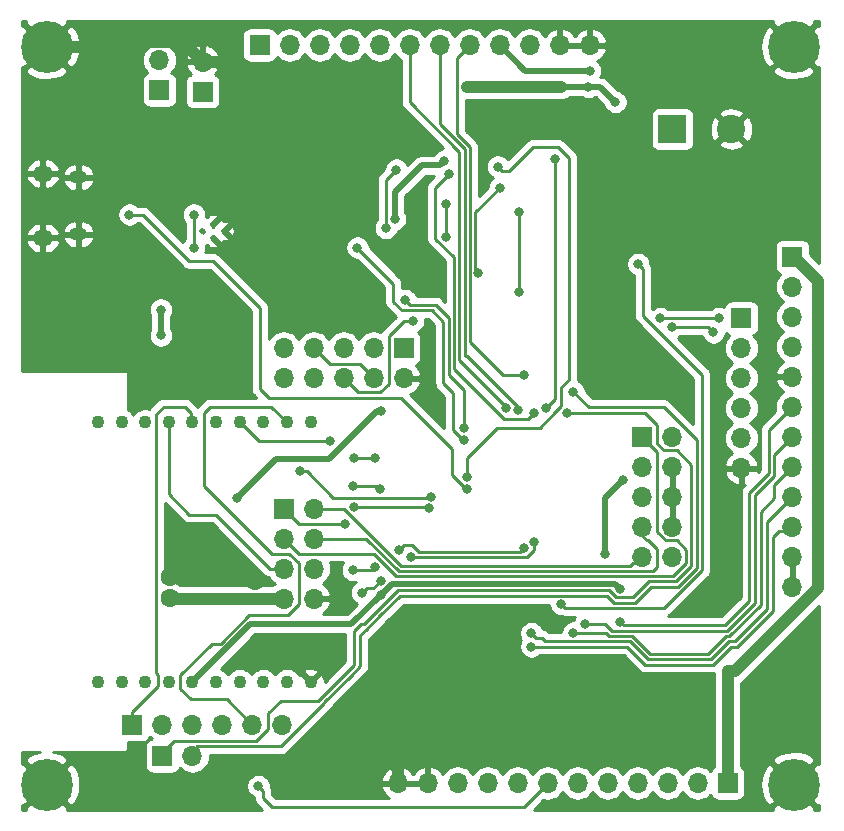
<source format=gbl>
G04 #@! TF.GenerationSoftware,KiCad,Pcbnew,(5.1.0)-1*
G04 #@! TF.CreationDate,2021-01-27T12:23:48+01:00*
G04 #@! TF.ProjectId,SmartSensor,536d6172-7453-4656-9e73-6f722e6b6963,rev?*
G04 #@! TF.SameCoordinates,Original*
G04 #@! TF.FileFunction,Copper,L2,Bot*
G04 #@! TF.FilePolarity,Positive*
%FSLAX46Y46*%
G04 Gerber Fmt 4.6, Leading zero omitted, Abs format (unit mm)*
G04 Created by KiCad (PCBNEW (5.1.0)-1) date 2021-01-27 12:23:48*
%MOMM*%
%LPD*%
G04 APERTURE LIST*
%ADD10R,2.400000X2.400000*%
%ADD11C,2.400000*%
%ADD12O,1.500000X1.100000*%
%ADD13O,1.700000X1.350000*%
%ADD14R,1.700000X1.700000*%
%ADD15O,1.700000X1.700000*%
%ADD16C,0.500000*%
%ADD17C,1.100000*%
%ADD18C,4.400000*%
%ADD19C,0.700000*%
%ADD20C,0.800000*%
%ADD21C,1.600000*%
%ADD22C,0.250000*%
%ADD23C,1.000000*%
%ADD24C,0.500000*%
%ADD25C,0.254000*%
G04 APERTURE END LIST*
D10*
X219202000Y-88392000D03*
D11*
X224202000Y-88392000D03*
D12*
X168910000Y-92470000D03*
X168910000Y-97310000D03*
D13*
X165910000Y-92160000D03*
X165910000Y-97620000D03*
D14*
X175768000Y-85090000D03*
D15*
X175768000Y-82550000D03*
X179451000Y-82677000D03*
D14*
X179451000Y-85217000D03*
D15*
X225044000Y-117094000D03*
X225044000Y-114554000D03*
X225044000Y-112014000D03*
X225044000Y-109474000D03*
X225044000Y-106934000D03*
D14*
X225044000Y-104394000D03*
X196469000Y-106934000D03*
D15*
X196469000Y-109474000D03*
X193929000Y-106934000D03*
X193929000Y-109474000D03*
X191389000Y-106934000D03*
X191389000Y-109474000D03*
X188849000Y-106934000D03*
X188849000Y-109474000D03*
X186309000Y-106934000D03*
X186309000Y-109474000D03*
X219202000Y-124587000D03*
X216662000Y-124587000D03*
X219202000Y-122047000D03*
X216662000Y-122047000D03*
X219202000Y-119507000D03*
X216662000Y-119507000D03*
X219202000Y-116967000D03*
X216662000Y-116967000D03*
X219202000Y-114427000D03*
D14*
X216662000Y-114427000D03*
X176022000Y-141478000D03*
D15*
X178562000Y-141478000D03*
D14*
X173482000Y-138811000D03*
D15*
X176022000Y-138811000D03*
X178562000Y-138811000D03*
X181102000Y-138811000D03*
X183642000Y-138811000D03*
X186182000Y-138811000D03*
D14*
X186309000Y-120523000D03*
D15*
X188849000Y-120523000D03*
X186309000Y-123063000D03*
X188849000Y-123063000D03*
X186309000Y-125603000D03*
X188849000Y-125603000D03*
X186309000Y-128143000D03*
X188849000Y-128143000D03*
X212217000Y-81280000D03*
X209677000Y-81280000D03*
X207137000Y-81280000D03*
X204597000Y-81280000D03*
X202057000Y-81280000D03*
X199517000Y-81280000D03*
X196977000Y-81280000D03*
X194437000Y-81280000D03*
X191897000Y-81280000D03*
X189357000Y-81280000D03*
X186817000Y-81280000D03*
D14*
X184277000Y-81280000D03*
X229362000Y-99187000D03*
D15*
X229362000Y-101727000D03*
X229362000Y-104267000D03*
X229362000Y-106807000D03*
X229362000Y-109347000D03*
X229362000Y-111887000D03*
X229362000Y-114427000D03*
X229362000Y-116967000D03*
X229362000Y-119507000D03*
X229362000Y-122047000D03*
X229362000Y-124587000D03*
X229362000Y-127127000D03*
D14*
X223901000Y-143764000D03*
D15*
X221361000Y-143764000D03*
X218821000Y-143764000D03*
X216281000Y-143764000D03*
X213741000Y-143764000D03*
X211201000Y-143764000D03*
X208661000Y-143764000D03*
X206121000Y-143764000D03*
X203581000Y-143764000D03*
X201041000Y-143764000D03*
X198501000Y-143764000D03*
X195961000Y-143764000D03*
D16*
X181274000Y-97031000D03*
X180324000Y-97606000D03*
X180324000Y-96456000D03*
X179374000Y-97031000D03*
D17*
X170576000Y-135206000D03*
X172576000Y-135206000D03*
X174576000Y-135206000D03*
X176576000Y-135206000D03*
X178576000Y-135206000D03*
X180576000Y-135206000D03*
X182576000Y-135206000D03*
X184576000Y-135206000D03*
X186576000Y-135206000D03*
X188576000Y-135206000D03*
X188576000Y-113206000D03*
X186576000Y-113206000D03*
X184576000Y-113206000D03*
X182576000Y-113206000D03*
X180576000Y-113206000D03*
X178576000Y-113206000D03*
X176576000Y-113206000D03*
X174576000Y-113206000D03*
X172576000Y-113206000D03*
X170576000Y-113206000D03*
D18*
X229489000Y-81407000D03*
D19*
X231139000Y-81407000D03*
X230655726Y-82573726D03*
X229489000Y-83057000D03*
X228322274Y-82573726D03*
X227839000Y-81407000D03*
X228322274Y-80240274D03*
X229489000Y-79757000D03*
X230655726Y-80240274D03*
D18*
X166243000Y-81407000D03*
D19*
X167893000Y-81407000D03*
X167409726Y-82573726D03*
X166243000Y-83057000D03*
X165076274Y-82573726D03*
X164593000Y-81407000D03*
X165076274Y-80240274D03*
X166243000Y-79757000D03*
X167409726Y-80240274D03*
D18*
X166243000Y-143891000D03*
D19*
X167893000Y-143891000D03*
X167409726Y-145057726D03*
X166243000Y-145541000D03*
X165076274Y-145057726D03*
X164593000Y-143891000D03*
X165076274Y-142724274D03*
X166243000Y-142241000D03*
X167409726Y-142724274D03*
X230655726Y-142724274D03*
X229489000Y-142241000D03*
X228322274Y-142724274D03*
X227839000Y-143891000D03*
X228322274Y-145057726D03*
X229489000Y-145541000D03*
X230655726Y-145057726D03*
X231139000Y-143891000D03*
D18*
X229489000Y-143891000D03*
D20*
X178695000Y-98431000D03*
X178689000Y-95631000D03*
X209804000Y-84836000D03*
X201803000Y-84836000D03*
X214376000Y-86106000D03*
X212090000Y-84836000D03*
X175895000Y-103675000D03*
X175895000Y-105875000D03*
X206248000Y-95377000D03*
X206198000Y-102158000D03*
X182342459Y-119604459D03*
X194564000Y-112268000D03*
X223901000Y-134239000D03*
X215011000Y-118110000D03*
X213487000Y-124333000D03*
D21*
X176635311Y-128099313D03*
D20*
X218186000Y-104394000D03*
X223139000Y-104394000D03*
X219202000Y-105156000D03*
X222689847Y-105605153D03*
X214814990Y-127311990D03*
X194500500Y-127825500D03*
X197231000Y-104648000D03*
X204607154Y-93355154D03*
X202793020Y-100584000D03*
X214814990Y-130105990D03*
X187693261Y-117387000D03*
X198755000Y-119507000D03*
X209296000Y-90932000D03*
X208534000Y-112014000D03*
X196596000Y-102870000D03*
X201549000Y-113665000D03*
X200299653Y-92181347D03*
X207518000Y-112395000D03*
X201803000Y-117856000D03*
X204424998Y-91567000D03*
X216320000Y-99822000D03*
X209804000Y-128623020D03*
X185420000Y-87376000D03*
D21*
X183896000Y-126643000D03*
X176635310Y-126299312D03*
D20*
X197358000Y-100838000D03*
X191880500Y-90567500D03*
D21*
X190627000Y-138430000D03*
D20*
X212471000Y-97155000D03*
X200025000Y-97499000D03*
X200025000Y-94742000D03*
X199898000Y-91059000D03*
X195707000Y-96012000D03*
X212217000Y-83439000D03*
X194945000Y-96774000D03*
X195834000Y-91821000D03*
X210312000Y-112395000D03*
X210820000Y-110617000D03*
X191516000Y-121793000D03*
X192282653Y-120391347D03*
X198613579Y-120496952D03*
X192151000Y-125730000D03*
X194049937Y-125482063D03*
X196062769Y-124045617D03*
X206629000Y-123825000D03*
X192913000Y-127635000D03*
X194500500Y-126623418D03*
X197104000Y-124624000D03*
X207523429Y-123377786D03*
X194056000Y-116205000D03*
X192278000Y-116205000D03*
X173228000Y-95631000D03*
X201803000Y-118856003D03*
X206629000Y-109220000D03*
X207264000Y-132207000D03*
X207264000Y-131064000D03*
X184150000Y-144018000D03*
X190246000Y-114808000D03*
X192151000Y-118618000D03*
X194467010Y-118872000D03*
X205105000Y-112014000D03*
X206121000Y-112141000D03*
X192532000Y-98425000D03*
X201549000Y-114681000D03*
X211836000Y-130302000D03*
X210820000Y-131031990D03*
D22*
X178695000Y-98431000D02*
X178695000Y-95637000D01*
X178695000Y-95637000D02*
X178689000Y-95631000D01*
D23*
X209804000Y-84836000D02*
X201803000Y-84836000D01*
D24*
X214376000Y-86106000D02*
X213106000Y-84836000D01*
X213106000Y-84836000D02*
X212090000Y-84836000D01*
X212090000Y-84836000D02*
X209804000Y-84836000D01*
X175895000Y-103675000D02*
X175895000Y-105875000D01*
D22*
X193079001Y-108624001D02*
X193929000Y-109474000D01*
X192753999Y-108298999D02*
X193079001Y-108624001D01*
X190213999Y-108298999D02*
X192753999Y-108298999D01*
X188849000Y-106934000D02*
X190213999Y-108298999D01*
X206248000Y-102108000D02*
X206198000Y-102158000D01*
X206248000Y-95377000D02*
X206248000Y-102108000D01*
D24*
X182342459Y-119604459D02*
X185614918Y-116332000D01*
X185614918Y-116332000D02*
X190119000Y-116332000D01*
X190119000Y-116332000D02*
X194183000Y-112268000D01*
X194183000Y-112268000D02*
X194564000Y-112268000D01*
D23*
X223901000Y-143764000D02*
X223901000Y-134239000D01*
X229362000Y-99187000D02*
X229489000Y-99187000D01*
X229489000Y-99187000D02*
X231521000Y-101219000D01*
X224544002Y-134239000D02*
X223901000Y-134239000D01*
X231521000Y-127262002D02*
X224544002Y-134239000D01*
X231521000Y-101219000D02*
X231521000Y-127262002D01*
D24*
X215011000Y-118110000D02*
X213487000Y-119634000D01*
X213487000Y-119634000D02*
X213487000Y-124333000D01*
D23*
X186309000Y-128143000D02*
X176678998Y-128143000D01*
X176678998Y-128143000D02*
X176635311Y-128099313D01*
D22*
X218186000Y-104394000D02*
X223139000Y-104394000D01*
X219202000Y-105156000D02*
X222240694Y-105156000D01*
X222240694Y-105156000D02*
X222689847Y-105605153D01*
D24*
X178576000Y-135206000D02*
X183480000Y-130302000D01*
X183480000Y-130302000D02*
X192024000Y-130302000D01*
X214376000Y-126873000D02*
X214814990Y-127311990D01*
X195453000Y-126873000D02*
X214376000Y-126873000D01*
X192024000Y-130302000D02*
X194500500Y-127825500D01*
X194500500Y-127825500D02*
X195453000Y-126873000D01*
D22*
X194493001Y-110649001D02*
X195199000Y-109943002D01*
X191389000Y-109474000D02*
X192564001Y-110649001D01*
X192564001Y-110649001D02*
X194493001Y-110649001D01*
X195199000Y-109943002D02*
X195199000Y-109220000D01*
X196469998Y-104648000D02*
X197231000Y-104648000D01*
X195199000Y-109220000D02*
X195199000Y-105918998D01*
X195199000Y-105918998D02*
X196469998Y-104648000D01*
X202518030Y-95444278D02*
X202518030Y-95571600D01*
X204607154Y-93355154D02*
X202518030Y-95444278D01*
X202518030Y-95571600D02*
X202518030Y-98171000D01*
X202518030Y-98171000D02*
X202518030Y-100309010D01*
X202518030Y-100309010D02*
X202793020Y-100584000D01*
X215115960Y-130406960D02*
X214814990Y-130105990D01*
X223666220Y-130406960D02*
X215115960Y-130406960D01*
X229362000Y-111887000D02*
X227387990Y-113861010D01*
X227387990Y-113861010D02*
X227387990Y-117542600D01*
X227387990Y-117542600D02*
X225736990Y-119193600D01*
X225736990Y-119193600D02*
X225736990Y-128336190D01*
X225736990Y-128336190D02*
X223666220Y-130406960D01*
X217932000Y-115697000D02*
X216662000Y-114427000D01*
X220377001Y-124022999D02*
X219576003Y-123222001D01*
X219576003Y-123222001D02*
X218637999Y-123222001D01*
X187579000Y-124333000D02*
X193926180Y-124333000D01*
X186309000Y-123063000D02*
X187579000Y-124333000D01*
X218637999Y-123222001D02*
X217932000Y-122516002D01*
X193926180Y-124333000D02*
X195842200Y-126249020D01*
X217932000Y-122516002D02*
X217932000Y-115697000D01*
X195842200Y-126249020D02*
X219278982Y-126249020D01*
X219278982Y-126249020D02*
X220377001Y-125151001D01*
X220377001Y-125151001D02*
X220377001Y-124022999D01*
X216662000Y-122809000D02*
X216662000Y-122047000D01*
X217043000Y-123190000D02*
X216662000Y-122809000D01*
X217170000Y-123190000D02*
X217043000Y-123190000D01*
X196028600Y-125799010D02*
X217608990Y-125799010D01*
X193292590Y-123063000D02*
X196028600Y-125799010D01*
X217608990Y-125799010D02*
X217932000Y-125476000D01*
X217932000Y-125476000D02*
X217932000Y-123952000D01*
X188849000Y-123063000D02*
X193292590Y-123063000D01*
X217932000Y-123952000D02*
X217170000Y-123190000D01*
X216154000Y-125095000D02*
X216662000Y-124587000D01*
X215900000Y-125095000D02*
X216154000Y-125095000D01*
X215646000Y-125349000D02*
X215900000Y-125095000D01*
X196215000Y-125349000D02*
X215646000Y-125349000D01*
X188849000Y-120523000D02*
X191389000Y-120523000D01*
X191389000Y-120523000D02*
X196215000Y-125349000D01*
X188258946Y-117387000D02*
X190505946Y-119634000D01*
X187693261Y-117387000D02*
X188258946Y-117387000D01*
X190505946Y-119634000D02*
X198628000Y-119634000D01*
X198628000Y-119634000D02*
X198755000Y-119507000D01*
X209296000Y-90932000D02*
X209296000Y-91497685D01*
X209296000Y-91497685D02*
X209296000Y-94869000D01*
X209296000Y-94869000D02*
X209296000Y-111252000D01*
X209296000Y-111252000D02*
X208534000Y-112014000D01*
X199154999Y-103269999D02*
X200267980Y-104382980D01*
X196596000Y-102870000D02*
X196995999Y-103269999D01*
X196995999Y-103269999D02*
X199154999Y-103269999D01*
X200267982Y-105017982D02*
X200267982Y-109208982D01*
X200267980Y-104382980D02*
X200267980Y-105017980D01*
X200267980Y-105017980D02*
X200267982Y-105017982D01*
X200267982Y-109208982D02*
X201549000Y-110490000D01*
X201549000Y-110490000D02*
X201549000Y-113665000D01*
X200299653Y-92181347D02*
X199299999Y-93181001D01*
X199299999Y-93181001D02*
X199136000Y-93345000D01*
X199136000Y-93345000D02*
X199136000Y-94488000D01*
X199136000Y-97683002D02*
X200717990Y-99264992D01*
X199136000Y-94488000D02*
X199136000Y-97683002D01*
X200717990Y-99264992D02*
X200717990Y-99949000D01*
X200717990Y-99949000D02*
X200717990Y-104775000D01*
X200717992Y-108699994D02*
X204597000Y-112579002D01*
X200717990Y-104775000D02*
X200717992Y-108699994D01*
X204597000Y-112579002D02*
X204920998Y-112903000D01*
X204920998Y-112903000D02*
X207010000Y-112903000D01*
X207010000Y-112903000D02*
X207518000Y-112395000D01*
X207391000Y-89916000D02*
X209550000Y-89916000D01*
X209550000Y-89916000D02*
X210439000Y-90805000D01*
X210439000Y-90805000D02*
X210439000Y-109347000D01*
X210439000Y-109347000D02*
X210439000Y-109601000D01*
X209804000Y-111829998D02*
X209296000Y-112337998D01*
X210439000Y-109601000D02*
X209804000Y-110236000D01*
X209804000Y-110236000D02*
X209804000Y-111829998D01*
X209296000Y-112337998D02*
X207968998Y-113665000D01*
X207968998Y-113665000D02*
X204343000Y-113665000D01*
X204343000Y-113665000D02*
X201803000Y-116205000D01*
X201803000Y-116205000D02*
X201803000Y-117856000D01*
X205359000Y-91948000D02*
X207391000Y-89916000D01*
X205359000Y-91948000D02*
X204805998Y-91948000D01*
X204805998Y-91948000D02*
X204424998Y-91567000D01*
X216719999Y-100221999D02*
X216719999Y-104197999D01*
X216320000Y-99822000D02*
X216719999Y-100221999D01*
X216719999Y-104197999D02*
X219964000Y-107442000D01*
X210117990Y-128937010D02*
X209804000Y-128623020D01*
X218537810Y-128937010D02*
X210117990Y-128937010D01*
X221727030Y-125747790D02*
X218537810Y-128937010D01*
X219964000Y-107442000D02*
X221727030Y-109205030D01*
X221727030Y-109205030D02*
X221727030Y-125747790D01*
D23*
X169354269Y-81407000D02*
X166243000Y-81407000D01*
X169761270Y-80999999D02*
X169354269Y-81407000D01*
X177773999Y-80999999D02*
X169761270Y-80999999D01*
X179451000Y-82677000D02*
X177773999Y-80999999D01*
X180721000Y-82677000D02*
X179451000Y-82677000D01*
X185420000Y-87376000D02*
X180721000Y-82677000D01*
X183896000Y-126643000D02*
X183552312Y-126299312D01*
X183552312Y-126299312D02*
X176635310Y-126299312D01*
D22*
X191880500Y-95360500D02*
X191880500Y-90567500D01*
X197358000Y-100838000D02*
X191880500Y-95360500D01*
D23*
X195961000Y-142561919D02*
X191829081Y-138430000D01*
X195961000Y-143764000D02*
X195961000Y-142561919D01*
X191829081Y-138430000D02*
X190627000Y-138430000D01*
D24*
X215439000Y-97155000D02*
X224202000Y-88392000D01*
X212471000Y-97155000D02*
X215439000Y-97155000D01*
D22*
X200025000Y-97499000D02*
X200025000Y-94742000D01*
D24*
X199498001Y-91458999D02*
X197974001Y-91458999D01*
X199898000Y-91059000D02*
X199498001Y-91458999D01*
X195707000Y-93726000D02*
X195707000Y-96012000D01*
X197974001Y-91458999D02*
X195707000Y-93726000D01*
X206756000Y-83439000D02*
X204597000Y-81280000D01*
X212217000Y-83439000D02*
X206756000Y-83439000D01*
D22*
X194945000Y-96774000D02*
X194945000Y-92710000D01*
X194945000Y-92710000D02*
X195834000Y-91821000D01*
X176022000Y-141478000D02*
X176022000Y-141224000D01*
X176022000Y-141224000D02*
X177038000Y-140208000D01*
X177038000Y-140208000D02*
X178435000Y-140208000D01*
X183984002Y-140208000D02*
X185006999Y-139185003D01*
X178435000Y-140208000D02*
X183984002Y-140208000D01*
X185006999Y-139185003D02*
X185006999Y-137827001D01*
X185006999Y-137827001D02*
X186055000Y-136779000D01*
X186055000Y-136779000D02*
X189230000Y-136779000D01*
X192278000Y-133731000D02*
X192278000Y-130861186D01*
X189230000Y-136779000D02*
X192278000Y-133731000D01*
X192278000Y-130861186D02*
X192811593Y-130327593D01*
X193071409Y-130327593D02*
X195950992Y-127448010D01*
X192811593Y-130327593D02*
X193071409Y-130327593D01*
X195950992Y-127448010D02*
X196469000Y-127448010D01*
X214466989Y-128036991D02*
X215879009Y-128036991D01*
X196469000Y-127448010D02*
X213878008Y-127448010D01*
X213878008Y-127448010D02*
X214466989Y-128036991D01*
X217216970Y-126699030D02*
X219502970Y-126699030D01*
X215879009Y-128036991D02*
X217216970Y-126699030D01*
X218473411Y-115602001D02*
X217932000Y-115060590D01*
X219576003Y-115602001D02*
X218473411Y-115602001D01*
X220827011Y-116853009D02*
X219576003Y-115602001D01*
X219502970Y-126699030D02*
X220827011Y-125374989D01*
X220827011Y-125374989D02*
X220827011Y-116853009D01*
X217932000Y-113411998D02*
X216915002Y-112395000D01*
X217932000Y-115060590D02*
X217932000Y-113411998D01*
X216915002Y-112395000D02*
X210312000Y-112395000D01*
X178562000Y-141097000D02*
X179000990Y-140658010D01*
X178562000Y-141478000D02*
X178562000Y-141097000D01*
X179000990Y-140658010D02*
X181991000Y-140658010D01*
X189738000Y-136994002D02*
X189738000Y-136907410D01*
X181991000Y-140658010D02*
X186073992Y-140658010D01*
X186073992Y-140658010D02*
X189738000Y-136994002D01*
X189738000Y-136907410D02*
X191961205Y-134684205D01*
X192786000Y-131249412D02*
X193257810Y-130777602D01*
X191961205Y-134684205D02*
X192786000Y-133859410D01*
X192786000Y-133859410D02*
X192786000Y-131249412D01*
X193257810Y-130777602D02*
X194466206Y-129569206D01*
X196137392Y-127898020D02*
X196282600Y-127898020D01*
X194466206Y-129569206D02*
X196137392Y-127898020D01*
X196282600Y-127898020D02*
X199009000Y-127898020D01*
X199009000Y-127898020D02*
X210829020Y-127898020D01*
X210829020Y-127898020D02*
X213691608Y-127898020D01*
X213691608Y-127898020D02*
X214280588Y-128487000D01*
X214280588Y-128487000D02*
X214280589Y-128487001D01*
X214280589Y-128487001D02*
X216065410Y-128487000D01*
X216065410Y-128487000D02*
X217403370Y-127149040D01*
X217403370Y-127149040D02*
X219689371Y-127149039D01*
X219689371Y-127149039D02*
X221277021Y-125561389D01*
X221277021Y-125561389D02*
X221277021Y-118618000D01*
X218458993Y-111944991D02*
X216916000Y-111944991D01*
X221277021Y-118618000D02*
X221277021Y-114763019D01*
X221277021Y-114763019D02*
X218458993Y-111944991D01*
X216916000Y-111944991D02*
X212147991Y-111944991D01*
X212147991Y-111944991D02*
X210820000Y-110617000D01*
X178435000Y-113065000D02*
X178576000Y-113206000D01*
X177927000Y-111887000D02*
X178435000Y-112395000D01*
X178435000Y-112395000D02*
X178435000Y-113065000D01*
X173482000Y-137711000D02*
X175641000Y-135552000D01*
X175641000Y-135552000D02*
X175641000Y-134620000D01*
X176149000Y-111887000D02*
X177927000Y-111887000D01*
X173482000Y-138811000D02*
X173482000Y-137711000D01*
X175641000Y-134620000D02*
X175510310Y-134489310D01*
X175510310Y-134489310D02*
X175510310Y-112525690D01*
X175510310Y-112525690D02*
X176149000Y-111887000D01*
X180213000Y-131953000D02*
X180975000Y-131953000D01*
X179578000Y-112395000D02*
X180086000Y-111887000D01*
X177546000Y-134620000D02*
X180213000Y-131953000D01*
X179578000Y-118618000D02*
X179578000Y-112395000D01*
X177546000Y-135763000D02*
X177546000Y-134620000D01*
X178435000Y-136652000D02*
X177546000Y-135763000D01*
X187579000Y-125133998D02*
X186778002Y-124333000D01*
X185257000Y-111887000D02*
X186576000Y-113206000D01*
X183642000Y-138811000D02*
X181483000Y-136652000D01*
X181483000Y-136652000D02*
X178435000Y-136652000D01*
X187579000Y-128612002D02*
X187579000Y-125133998D01*
X180975000Y-131953000D02*
X183388000Y-129540000D01*
X186778002Y-124333000D02*
X185293000Y-124333000D01*
X183388000Y-129540000D02*
X186651002Y-129540000D01*
X186651002Y-129540000D02*
X187579000Y-128612002D01*
X185293000Y-124333000D02*
X179578000Y-118618000D01*
X180086000Y-111887000D02*
X185257000Y-111887000D01*
X186309000Y-120523000D02*
X187325000Y-121539000D01*
X187325000Y-121539000D02*
X187579000Y-121793000D01*
X187579000Y-121793000D02*
X191516000Y-121793000D01*
X192282653Y-120391347D02*
X198507974Y-120391347D01*
X198507974Y-120391347D02*
X198613579Y-120496952D01*
X176576000Y-119299000D02*
X176576000Y-113206000D01*
X178308000Y-121031000D02*
X176576000Y-119299000D01*
X180534919Y-121031000D02*
X178308000Y-121031000D01*
X186309000Y-125603000D02*
X185106919Y-125603000D01*
X185106919Y-125603000D02*
X180534919Y-121031000D01*
X192151000Y-125730000D02*
X193802000Y-125730000D01*
X193802000Y-125730000D02*
X194049937Y-125482063D01*
X197198620Y-123645618D02*
X197726992Y-124173990D01*
X196062769Y-124045617D02*
X196462768Y-123645618D01*
X196462768Y-123645618D02*
X197198620Y-123645618D01*
X197726992Y-124173990D02*
X206280010Y-124173990D01*
X206280010Y-124173990D02*
X206629000Y-123825000D01*
X192913000Y-127635000D02*
X193312999Y-127235001D01*
X193312999Y-127235001D02*
X193888917Y-127235001D01*
X193888917Y-127235001D02*
X194500500Y-126623418D01*
X207523429Y-124003573D02*
X207523429Y-123377786D01*
X206903002Y-124624000D02*
X207523429Y-124003573D01*
X206031000Y-124624000D02*
X206903002Y-124624000D01*
X197104000Y-124624000D02*
X206031000Y-124624000D01*
X194056000Y-116205000D02*
X192278000Y-116205000D01*
X173228000Y-95631000D02*
X174371000Y-95631000D01*
X174371000Y-95631000D02*
X178308000Y-99568000D01*
X178308000Y-99568000D02*
X180340000Y-99568000D01*
X180340000Y-99568000D02*
X184023000Y-103251000D01*
X184023000Y-103251000D02*
X184277000Y-103505000D01*
X184277000Y-103505000D02*
X184277000Y-110363000D01*
X184277000Y-110363000D02*
X184531000Y-110617000D01*
X184531000Y-110617000D02*
X185039000Y-111125000D01*
X185039000Y-111125000D02*
X187790002Y-111125000D01*
X187790002Y-111125000D02*
X196215000Y-111125000D01*
X196215000Y-111125000D02*
X200533000Y-115443000D01*
X201730001Y-118856003D02*
X201803000Y-118856003D01*
X200533000Y-115443000D02*
X200533000Y-117659002D01*
X200533000Y-117659002D02*
X201730001Y-118856003D01*
X200977990Y-88834170D02*
X202068020Y-89924200D01*
X202057000Y-81280000D02*
X200977990Y-82359010D01*
X200977990Y-82359010D02*
X200977990Y-88834170D01*
X202068020Y-89924200D02*
X202068020Y-95758000D01*
X202068020Y-95758000D02*
X202068020Y-106437020D01*
X202068020Y-106437020D02*
X204851000Y-109220000D01*
X204851000Y-109220000D02*
X206629000Y-109220000D01*
X228981000Y-122428000D02*
X229362000Y-122047000D01*
X227711000Y-122936000D02*
X228219000Y-122428000D01*
X227711000Y-129159000D02*
X227711000Y-122936000D01*
X215392000Y-132207000D02*
X216916000Y-133731000D01*
X216916000Y-133731000D02*
X222631000Y-133731000D01*
X222631000Y-133731000D02*
X224155000Y-132207000D01*
X207264000Y-132207000D02*
X215392000Y-132207000D01*
X224155000Y-132207000D02*
X224663000Y-132207000D01*
X228219000Y-122428000D02*
X228981000Y-122428000D01*
X224663000Y-132207000D02*
X227711000Y-129159000D01*
X227203000Y-121666000D02*
X229362000Y-119507000D01*
X227203000Y-129030590D02*
X227203000Y-121666000D01*
X224476600Y-131756990D02*
X227203000Y-129030590D01*
X222444600Y-133280990D02*
X223843010Y-131882580D01*
X207264000Y-131064000D02*
X207663999Y-131463999D01*
X207663999Y-131463999D02*
X208171999Y-131463999D01*
X208171999Y-131463999D02*
X208464990Y-131756990D01*
X208464990Y-131756990D02*
X215578401Y-131756991D01*
X215578401Y-131756991D02*
X217102400Y-133280990D01*
X217102400Y-133280990D02*
X222444600Y-133280990D01*
X223968599Y-131756991D02*
X223970010Y-131756991D01*
X223843010Y-131882580D02*
X223968599Y-131756991D01*
X223968600Y-131756990D02*
X223968599Y-131756991D01*
X224476600Y-131756990D02*
X223968600Y-131756990D01*
X206629000Y-145796000D02*
X208661000Y-143764000D01*
X185293000Y-145796000D02*
X206629000Y-145796000D01*
X184549999Y-145052999D02*
X185293000Y-145796000D01*
X184150000Y-144018000D02*
X184549999Y-144417999D01*
X184549999Y-144417999D02*
X184549999Y-145052999D01*
X182576000Y-113206000D02*
X184178000Y-114808000D01*
X184178000Y-114808000D02*
X190246000Y-114808000D01*
X192151000Y-118618000D02*
X194213010Y-118618000D01*
X194213010Y-118618000D02*
X194467010Y-118872000D01*
X196977000Y-81280000D02*
X196977000Y-86106000D01*
X196977000Y-86106000D02*
X201168000Y-90297000D01*
X201168000Y-90297000D02*
X201168000Y-107950000D01*
X201168000Y-107950000D02*
X205105000Y-111887000D01*
X205105000Y-111887000D02*
X205105000Y-112014000D01*
X199517000Y-88009590D02*
X201618010Y-90110600D01*
X199517000Y-81280000D02*
X199517000Y-88009590D01*
X201618010Y-90110600D02*
X201618010Y-107638010D01*
X206121000Y-111956998D02*
X206121000Y-112141000D01*
X201618010Y-107638010D02*
X201802012Y-107638010D01*
X201802012Y-107638010D02*
X206121000Y-111956998D01*
X192532000Y-98425000D02*
X195580000Y-101473000D01*
X195580000Y-101473000D02*
X195580000Y-102997000D01*
X195580000Y-102997000D02*
X196303008Y-103720008D01*
X196303008Y-103720008D02*
X198335008Y-103720008D01*
X198335008Y-103720008D02*
X198843008Y-103720008D01*
X199817970Y-104694970D02*
X199817970Y-105204380D01*
X198843008Y-103720008D02*
X199817970Y-104694970D01*
X199817970Y-105204380D02*
X199817972Y-105204382D01*
X199817972Y-105204382D02*
X199817972Y-107442000D01*
X199817972Y-109901972D02*
X200660000Y-110744000D01*
X199817972Y-107442000D02*
X199817972Y-109901972D01*
X201491998Y-114681000D02*
X201549000Y-114681000D01*
X200660000Y-110744000D02*
X200660000Y-113849002D01*
X200660000Y-113849002D02*
X201491998Y-114681000D01*
X213499430Y-130302000D02*
X214054400Y-130856970D01*
X211836000Y-130302000D02*
X213499430Y-130302000D01*
X227838000Y-115951000D02*
X229362000Y-114427000D01*
X214054400Y-130856970D02*
X223852620Y-130856970D01*
X227838000Y-117729000D02*
X227838000Y-115951000D01*
X223852620Y-130856970D02*
X226187000Y-128522590D01*
X226187000Y-128522590D02*
X226187000Y-119380000D01*
X226187000Y-119380000D02*
X227838000Y-117729000D01*
X227838000Y-118491000D02*
X229362000Y-116967000D01*
X227838000Y-119634000D02*
X227838000Y-118491000D01*
X226695000Y-120777000D02*
X227838000Y-119634000D01*
X226695000Y-128651000D02*
X226695000Y-120777000D01*
X223762980Y-131306980D02*
X224039020Y-131306980D01*
X222258200Y-132830980D02*
X223762980Y-131326200D01*
X210820000Y-131031990D02*
X213593010Y-131031990D01*
X213593010Y-131031990D02*
X213868000Y-131306980D01*
X224039020Y-131306980D02*
X226695000Y-128651000D01*
X213868000Y-131306980D02*
X215657020Y-131306980D01*
X215764802Y-131306982D02*
X217288800Y-132830980D01*
X223762980Y-131326200D02*
X223762980Y-131306980D01*
X215657020Y-131306980D02*
X215764802Y-131306982D01*
X217288800Y-132830980D02*
X222258200Y-132830980D01*
D25*
G36*
X231623001Y-130396572D02*
G01*
X231623000Y-130396582D01*
X231623001Y-137762572D01*
X231623000Y-137762582D01*
X231623001Y-142170271D01*
X231478775Y-142080830D01*
X229668605Y-143891000D01*
X231478775Y-145701170D01*
X231623000Y-145611730D01*
X231623001Y-146025000D01*
X231209730Y-146025000D01*
X231299170Y-145880775D01*
X229489000Y-144070605D01*
X227678830Y-145880775D01*
X227768270Y-146025000D01*
X207474801Y-146025000D01*
X208295005Y-145204797D01*
X208369889Y-145227513D01*
X208588050Y-145249000D01*
X208733950Y-145249000D01*
X208952111Y-145227513D01*
X209232034Y-145142599D01*
X209490014Y-145004706D01*
X209716134Y-144819134D01*
X209901706Y-144593014D01*
X209931000Y-144538209D01*
X209960294Y-144593014D01*
X210145866Y-144819134D01*
X210371986Y-145004706D01*
X210629966Y-145142599D01*
X210909889Y-145227513D01*
X211128050Y-145249000D01*
X211273950Y-145249000D01*
X211492111Y-145227513D01*
X211772034Y-145142599D01*
X212030014Y-145004706D01*
X212256134Y-144819134D01*
X212441706Y-144593014D01*
X212471000Y-144538209D01*
X212500294Y-144593014D01*
X212685866Y-144819134D01*
X212911986Y-145004706D01*
X213169966Y-145142599D01*
X213449889Y-145227513D01*
X213668050Y-145249000D01*
X213813950Y-145249000D01*
X214032111Y-145227513D01*
X214312034Y-145142599D01*
X214570014Y-145004706D01*
X214796134Y-144819134D01*
X214981706Y-144593014D01*
X215011000Y-144538209D01*
X215040294Y-144593014D01*
X215225866Y-144819134D01*
X215451986Y-145004706D01*
X215709966Y-145142599D01*
X215989889Y-145227513D01*
X216208050Y-145249000D01*
X216353950Y-145249000D01*
X216572111Y-145227513D01*
X216852034Y-145142599D01*
X217110014Y-145004706D01*
X217336134Y-144819134D01*
X217521706Y-144593014D01*
X217551000Y-144538209D01*
X217580294Y-144593014D01*
X217765866Y-144819134D01*
X217991986Y-145004706D01*
X218249966Y-145142599D01*
X218529889Y-145227513D01*
X218748050Y-145249000D01*
X218893950Y-145249000D01*
X219112111Y-145227513D01*
X219392034Y-145142599D01*
X219650014Y-145004706D01*
X219876134Y-144819134D01*
X220061706Y-144593014D01*
X220091000Y-144538209D01*
X220120294Y-144593014D01*
X220305866Y-144819134D01*
X220531986Y-145004706D01*
X220789966Y-145142599D01*
X221069889Y-145227513D01*
X221288050Y-145249000D01*
X221433950Y-145249000D01*
X221652111Y-145227513D01*
X221932034Y-145142599D01*
X222190014Y-145004706D01*
X222416134Y-144819134D01*
X222440607Y-144789313D01*
X222461498Y-144858180D01*
X222520463Y-144968494D01*
X222599815Y-145065185D01*
X222696506Y-145144537D01*
X222806820Y-145203502D01*
X222926518Y-145239812D01*
X223051000Y-145252072D01*
X224751000Y-145252072D01*
X224875482Y-145239812D01*
X224995180Y-145203502D01*
X225105494Y-145144537D01*
X225202185Y-145065185D01*
X225281537Y-144968494D01*
X225340502Y-144858180D01*
X225376812Y-144738482D01*
X225389072Y-144614000D01*
X225389072Y-143906174D01*
X226640322Y-143906174D01*
X226698019Y-144461632D01*
X226862972Y-144995161D01*
X227111982Y-145461024D01*
X227499225Y-145701170D01*
X229309395Y-143891000D01*
X227499225Y-142080830D01*
X227111982Y-142320976D01*
X226851359Y-142814877D01*
X226692099Y-143350133D01*
X226640322Y-143906174D01*
X225389072Y-143906174D01*
X225389072Y-142914000D01*
X225376812Y-142789518D01*
X225340502Y-142669820D01*
X225281537Y-142559506D01*
X225202185Y-142462815D01*
X225105494Y-142383463D01*
X225036000Y-142346317D01*
X225036000Y-141901225D01*
X227678830Y-141901225D01*
X229489000Y-143711395D01*
X231299170Y-141901225D01*
X231059024Y-141513982D01*
X230565123Y-141253359D01*
X230029867Y-141094099D01*
X229473826Y-141042322D01*
X228918368Y-141100019D01*
X228384839Y-141264972D01*
X227918976Y-141513982D01*
X227678830Y-141901225D01*
X225036000Y-141901225D01*
X225036000Y-135262984D01*
X225177625Y-135187284D01*
X225350451Y-135045449D01*
X225385998Y-135002135D01*
X231623001Y-128765133D01*
X231623001Y-130396572D01*
X231623001Y-130396572D01*
G37*
X231623001Y-130396572D02*
X231623000Y-130396582D01*
X231623001Y-137762572D01*
X231623000Y-137762582D01*
X231623001Y-142170271D01*
X231478775Y-142080830D01*
X229668605Y-143891000D01*
X231478775Y-145701170D01*
X231623000Y-145611730D01*
X231623001Y-146025000D01*
X231209730Y-146025000D01*
X231299170Y-145880775D01*
X229489000Y-144070605D01*
X227678830Y-145880775D01*
X227768270Y-146025000D01*
X207474801Y-146025000D01*
X208295005Y-145204797D01*
X208369889Y-145227513D01*
X208588050Y-145249000D01*
X208733950Y-145249000D01*
X208952111Y-145227513D01*
X209232034Y-145142599D01*
X209490014Y-145004706D01*
X209716134Y-144819134D01*
X209901706Y-144593014D01*
X209931000Y-144538209D01*
X209960294Y-144593014D01*
X210145866Y-144819134D01*
X210371986Y-145004706D01*
X210629966Y-145142599D01*
X210909889Y-145227513D01*
X211128050Y-145249000D01*
X211273950Y-145249000D01*
X211492111Y-145227513D01*
X211772034Y-145142599D01*
X212030014Y-145004706D01*
X212256134Y-144819134D01*
X212441706Y-144593014D01*
X212471000Y-144538209D01*
X212500294Y-144593014D01*
X212685866Y-144819134D01*
X212911986Y-145004706D01*
X213169966Y-145142599D01*
X213449889Y-145227513D01*
X213668050Y-145249000D01*
X213813950Y-145249000D01*
X214032111Y-145227513D01*
X214312034Y-145142599D01*
X214570014Y-145004706D01*
X214796134Y-144819134D01*
X214981706Y-144593014D01*
X215011000Y-144538209D01*
X215040294Y-144593014D01*
X215225866Y-144819134D01*
X215451986Y-145004706D01*
X215709966Y-145142599D01*
X215989889Y-145227513D01*
X216208050Y-145249000D01*
X216353950Y-145249000D01*
X216572111Y-145227513D01*
X216852034Y-145142599D01*
X217110014Y-145004706D01*
X217336134Y-144819134D01*
X217521706Y-144593014D01*
X217551000Y-144538209D01*
X217580294Y-144593014D01*
X217765866Y-144819134D01*
X217991986Y-145004706D01*
X218249966Y-145142599D01*
X218529889Y-145227513D01*
X218748050Y-145249000D01*
X218893950Y-145249000D01*
X219112111Y-145227513D01*
X219392034Y-145142599D01*
X219650014Y-145004706D01*
X219876134Y-144819134D01*
X220061706Y-144593014D01*
X220091000Y-144538209D01*
X220120294Y-144593014D01*
X220305866Y-144819134D01*
X220531986Y-145004706D01*
X220789966Y-145142599D01*
X221069889Y-145227513D01*
X221288050Y-145249000D01*
X221433950Y-145249000D01*
X221652111Y-145227513D01*
X221932034Y-145142599D01*
X222190014Y-145004706D01*
X222416134Y-144819134D01*
X222440607Y-144789313D01*
X222461498Y-144858180D01*
X222520463Y-144968494D01*
X222599815Y-145065185D01*
X222696506Y-145144537D01*
X222806820Y-145203502D01*
X222926518Y-145239812D01*
X223051000Y-145252072D01*
X224751000Y-145252072D01*
X224875482Y-145239812D01*
X224995180Y-145203502D01*
X225105494Y-145144537D01*
X225202185Y-145065185D01*
X225281537Y-144968494D01*
X225340502Y-144858180D01*
X225376812Y-144738482D01*
X225389072Y-144614000D01*
X225389072Y-143906174D01*
X226640322Y-143906174D01*
X226698019Y-144461632D01*
X226862972Y-144995161D01*
X227111982Y-145461024D01*
X227499225Y-145701170D01*
X229309395Y-143891000D01*
X227499225Y-142080830D01*
X227111982Y-142320976D01*
X226851359Y-142814877D01*
X226692099Y-143350133D01*
X226640322Y-143906174D01*
X225389072Y-143906174D01*
X225389072Y-142914000D01*
X225376812Y-142789518D01*
X225340502Y-142669820D01*
X225281537Y-142559506D01*
X225202185Y-142462815D01*
X225105494Y-142383463D01*
X225036000Y-142346317D01*
X225036000Y-141901225D01*
X227678830Y-141901225D01*
X229489000Y-143711395D01*
X231299170Y-141901225D01*
X231059024Y-141513982D01*
X230565123Y-141253359D01*
X230029867Y-141094099D01*
X229473826Y-141042322D01*
X228918368Y-141100019D01*
X228384839Y-141264972D01*
X227918976Y-141513982D01*
X227678830Y-141901225D01*
X225036000Y-141901225D01*
X225036000Y-135262984D01*
X225177625Y-135187284D01*
X225350451Y-135045449D01*
X225385998Y-135002135D01*
X231623001Y-128765133D01*
X231623001Y-130396572D01*
G36*
X208769000Y-128724959D02*
G01*
X208808774Y-128924918D01*
X208886795Y-129113276D01*
X209000063Y-129282794D01*
X209144226Y-129426957D01*
X209313744Y-129540225D01*
X209502102Y-129618246D01*
X209702061Y-129658020D01*
X209876722Y-129658020D01*
X209969004Y-129686013D01*
X210080657Y-129697010D01*
X210080667Y-129697010D01*
X210117990Y-129700686D01*
X210155313Y-129697010D01*
X210995458Y-129697010D01*
X210918795Y-129811744D01*
X210842063Y-129996990D01*
X210718061Y-129996990D01*
X210518102Y-130036764D01*
X210329744Y-130114785D01*
X210160226Y-130228053D01*
X210016063Y-130372216D01*
X209902795Y-130541734D01*
X209824774Y-130730092D01*
X209785000Y-130930051D01*
X209785000Y-130996990D01*
X208779791Y-130996990D01*
X208735803Y-130953002D01*
X208712000Y-130923998D01*
X208596275Y-130829025D01*
X208464246Y-130758453D01*
X208320985Y-130714996D01*
X208236257Y-130706651D01*
X208181205Y-130573744D01*
X208067937Y-130404226D01*
X207923774Y-130260063D01*
X207754256Y-130146795D01*
X207565898Y-130068774D01*
X207365939Y-130029000D01*
X207162061Y-130029000D01*
X206962102Y-130068774D01*
X206773744Y-130146795D01*
X206604226Y-130260063D01*
X206460063Y-130404226D01*
X206346795Y-130573744D01*
X206268774Y-130762102D01*
X206229000Y-130962061D01*
X206229000Y-131165939D01*
X206268774Y-131365898D01*
X206346795Y-131554256D01*
X206401080Y-131635500D01*
X206346795Y-131716744D01*
X206268774Y-131905102D01*
X206229000Y-132105061D01*
X206229000Y-132308939D01*
X206268774Y-132508898D01*
X206346795Y-132697256D01*
X206460063Y-132866774D01*
X206604226Y-133010937D01*
X206773744Y-133124205D01*
X206962102Y-133202226D01*
X207162061Y-133242000D01*
X207365939Y-133242000D01*
X207565898Y-133202226D01*
X207754256Y-133124205D01*
X207923774Y-133010937D01*
X207967711Y-132967000D01*
X215077199Y-132967000D01*
X216352205Y-134242008D01*
X216375999Y-134271001D01*
X216404992Y-134294795D01*
X216404996Y-134294799D01*
X216461219Y-134340939D01*
X216491724Y-134365974D01*
X216623753Y-134436546D01*
X216767014Y-134480003D01*
X216878667Y-134491000D01*
X216878676Y-134491000D01*
X216915999Y-134494676D01*
X216953322Y-134491000D01*
X222593678Y-134491000D01*
X222631000Y-134494676D01*
X222668322Y-134491000D01*
X222668333Y-134491000D01*
X222766001Y-134481380D01*
X222766000Y-142346317D01*
X222696506Y-142383463D01*
X222599815Y-142462815D01*
X222520463Y-142559506D01*
X222461498Y-142669820D01*
X222440607Y-142738687D01*
X222416134Y-142708866D01*
X222190014Y-142523294D01*
X221932034Y-142385401D01*
X221652111Y-142300487D01*
X221433950Y-142279000D01*
X221288050Y-142279000D01*
X221069889Y-142300487D01*
X220789966Y-142385401D01*
X220531986Y-142523294D01*
X220305866Y-142708866D01*
X220120294Y-142934986D01*
X220091000Y-142989791D01*
X220061706Y-142934986D01*
X219876134Y-142708866D01*
X219650014Y-142523294D01*
X219392034Y-142385401D01*
X219112111Y-142300487D01*
X218893950Y-142279000D01*
X218748050Y-142279000D01*
X218529889Y-142300487D01*
X218249966Y-142385401D01*
X217991986Y-142523294D01*
X217765866Y-142708866D01*
X217580294Y-142934986D01*
X217551000Y-142989791D01*
X217521706Y-142934986D01*
X217336134Y-142708866D01*
X217110014Y-142523294D01*
X216852034Y-142385401D01*
X216572111Y-142300487D01*
X216353950Y-142279000D01*
X216208050Y-142279000D01*
X215989889Y-142300487D01*
X215709966Y-142385401D01*
X215451986Y-142523294D01*
X215225866Y-142708866D01*
X215040294Y-142934986D01*
X215011000Y-142989791D01*
X214981706Y-142934986D01*
X214796134Y-142708866D01*
X214570014Y-142523294D01*
X214312034Y-142385401D01*
X214032111Y-142300487D01*
X213813950Y-142279000D01*
X213668050Y-142279000D01*
X213449889Y-142300487D01*
X213169966Y-142385401D01*
X212911986Y-142523294D01*
X212685866Y-142708866D01*
X212500294Y-142934986D01*
X212471000Y-142989791D01*
X212441706Y-142934986D01*
X212256134Y-142708866D01*
X212030014Y-142523294D01*
X211772034Y-142385401D01*
X211492111Y-142300487D01*
X211273950Y-142279000D01*
X211128050Y-142279000D01*
X210909889Y-142300487D01*
X210629966Y-142385401D01*
X210371986Y-142523294D01*
X210145866Y-142708866D01*
X209960294Y-142934986D01*
X209931000Y-142989791D01*
X209901706Y-142934986D01*
X209716134Y-142708866D01*
X209490014Y-142523294D01*
X209232034Y-142385401D01*
X208952111Y-142300487D01*
X208733950Y-142279000D01*
X208588050Y-142279000D01*
X208369889Y-142300487D01*
X208089966Y-142385401D01*
X207831986Y-142523294D01*
X207605866Y-142708866D01*
X207420294Y-142934986D01*
X207391000Y-142989791D01*
X207361706Y-142934986D01*
X207176134Y-142708866D01*
X206950014Y-142523294D01*
X206692034Y-142385401D01*
X206412111Y-142300487D01*
X206193950Y-142279000D01*
X206048050Y-142279000D01*
X205829889Y-142300487D01*
X205549966Y-142385401D01*
X205291986Y-142523294D01*
X205065866Y-142708866D01*
X204880294Y-142934986D01*
X204851000Y-142989791D01*
X204821706Y-142934986D01*
X204636134Y-142708866D01*
X204410014Y-142523294D01*
X204152034Y-142385401D01*
X203872111Y-142300487D01*
X203653950Y-142279000D01*
X203508050Y-142279000D01*
X203289889Y-142300487D01*
X203009966Y-142385401D01*
X202751986Y-142523294D01*
X202525866Y-142708866D01*
X202340294Y-142934986D01*
X202311000Y-142989791D01*
X202281706Y-142934986D01*
X202096134Y-142708866D01*
X201870014Y-142523294D01*
X201612034Y-142385401D01*
X201332111Y-142300487D01*
X201113950Y-142279000D01*
X200968050Y-142279000D01*
X200749889Y-142300487D01*
X200469966Y-142385401D01*
X200211986Y-142523294D01*
X199985866Y-142708866D01*
X199800294Y-142934986D01*
X199765799Y-142999523D01*
X199696178Y-142882645D01*
X199501269Y-142666412D01*
X199267920Y-142492359D01*
X199005099Y-142367175D01*
X198857890Y-142322524D01*
X198628000Y-142443845D01*
X198628000Y-143637000D01*
X198648000Y-143637000D01*
X198648000Y-143891000D01*
X198628000Y-143891000D01*
X198628000Y-143911000D01*
X198374000Y-143911000D01*
X198374000Y-143891000D01*
X196088000Y-143891000D01*
X196088000Y-143911000D01*
X195834000Y-143911000D01*
X195834000Y-143891000D01*
X194640186Y-143891000D01*
X194519519Y-144120891D01*
X194616843Y-144395252D01*
X194765822Y-144645355D01*
X194960731Y-144861588D01*
X195194080Y-145035641D01*
X195194834Y-145036000D01*
X185607802Y-145036000D01*
X185309999Y-144738198D01*
X185309999Y-144455321D01*
X185313675Y-144417998D01*
X185309999Y-144380676D01*
X185309999Y-144380666D01*
X185299002Y-144269013D01*
X185255545Y-144125752D01*
X185185000Y-143993774D01*
X185185000Y-143916061D01*
X185145226Y-143716102D01*
X185067205Y-143527744D01*
X184986600Y-143407109D01*
X194519519Y-143407109D01*
X194640186Y-143637000D01*
X195834000Y-143637000D01*
X195834000Y-142443845D01*
X196088000Y-142443845D01*
X196088000Y-143637000D01*
X198374000Y-143637000D01*
X198374000Y-142443845D01*
X198144110Y-142322524D01*
X197996901Y-142367175D01*
X197734080Y-142492359D01*
X197500731Y-142666412D01*
X197305822Y-142882645D01*
X197231000Y-143008255D01*
X197156178Y-142882645D01*
X196961269Y-142666412D01*
X196727920Y-142492359D01*
X196465099Y-142367175D01*
X196317890Y-142322524D01*
X196088000Y-142443845D01*
X195834000Y-142443845D01*
X195604110Y-142322524D01*
X195456901Y-142367175D01*
X195194080Y-142492359D01*
X194960731Y-142666412D01*
X194765822Y-142882645D01*
X194616843Y-143132748D01*
X194519519Y-143407109D01*
X184986600Y-143407109D01*
X184953937Y-143358226D01*
X184809774Y-143214063D01*
X184640256Y-143100795D01*
X184451898Y-143022774D01*
X184251939Y-142983000D01*
X184048061Y-142983000D01*
X183848102Y-143022774D01*
X183659744Y-143100795D01*
X183490226Y-143214063D01*
X183346063Y-143358226D01*
X183232795Y-143527744D01*
X183154774Y-143716102D01*
X183115000Y-143916061D01*
X183115000Y-144119939D01*
X183154774Y-144319898D01*
X183232795Y-144508256D01*
X183346063Y-144677774D01*
X183490226Y-144821937D01*
X183659744Y-144935205D01*
X183789999Y-144989159D01*
X183789999Y-145015677D01*
X183786323Y-145052999D01*
X183789999Y-145090321D01*
X183789999Y-145090332D01*
X183800996Y-145201985D01*
X183844453Y-145345246D01*
X183848781Y-145353342D01*
X183915025Y-145477275D01*
X183973592Y-145548638D01*
X184009999Y-145593000D01*
X184038997Y-145616798D01*
X184447198Y-146025000D01*
X167963730Y-146025000D01*
X168053170Y-145880775D01*
X166243000Y-144070605D01*
X164432830Y-145880775D01*
X164522270Y-146025000D01*
X164109000Y-146025000D01*
X164109000Y-145611730D01*
X164253225Y-145701170D01*
X166063395Y-143891000D01*
X166422605Y-143891000D01*
X168232775Y-145701170D01*
X168620018Y-145461024D01*
X168880641Y-144967123D01*
X169039901Y-144431867D01*
X169091678Y-143875826D01*
X169033981Y-143320368D01*
X168869028Y-142786839D01*
X168620018Y-142320976D01*
X168232775Y-142080830D01*
X166422605Y-143891000D01*
X166063395Y-143891000D01*
X164253225Y-142080830D01*
X164109000Y-142170270D01*
X164109000Y-141097000D01*
X165701432Y-141097000D01*
X165672368Y-141100019D01*
X165138839Y-141264972D01*
X164672976Y-141513982D01*
X164432830Y-141901225D01*
X166243000Y-143711395D01*
X168053170Y-141901225D01*
X167813024Y-141513982D01*
X167319123Y-141253359D01*
X166793617Y-141097000D01*
X172974000Y-141097000D01*
X172998776Y-141094560D01*
X173022601Y-141087333D01*
X173044557Y-141075597D01*
X173063803Y-141059803D01*
X173079597Y-141040557D01*
X173091333Y-141018601D01*
X173098560Y-140994776D01*
X173101000Y-140970000D01*
X173101000Y-140299072D01*
X174332000Y-140299072D01*
X174456482Y-140286812D01*
X174576180Y-140250502D01*
X174686494Y-140191537D01*
X174783185Y-140112185D01*
X174862537Y-140015494D01*
X174921502Y-139905180D01*
X174942393Y-139836313D01*
X174966866Y-139866134D01*
X175123527Y-139994702D01*
X175047518Y-140002188D01*
X174927820Y-140038498D01*
X174817506Y-140097463D01*
X174720815Y-140176815D01*
X174641463Y-140273506D01*
X174582498Y-140383820D01*
X174546188Y-140503518D01*
X174533928Y-140628000D01*
X174533928Y-142328000D01*
X174546188Y-142452482D01*
X174582498Y-142572180D01*
X174641463Y-142682494D01*
X174720815Y-142779185D01*
X174817506Y-142858537D01*
X174927820Y-142917502D01*
X175047518Y-142953812D01*
X175172000Y-142966072D01*
X176872000Y-142966072D01*
X176996482Y-142953812D01*
X177116180Y-142917502D01*
X177226494Y-142858537D01*
X177323185Y-142779185D01*
X177402537Y-142682494D01*
X177461502Y-142572180D01*
X177482393Y-142503313D01*
X177506866Y-142533134D01*
X177732986Y-142718706D01*
X177990966Y-142856599D01*
X178270889Y-142941513D01*
X178489050Y-142963000D01*
X178634950Y-142963000D01*
X178853111Y-142941513D01*
X179133034Y-142856599D01*
X179391014Y-142718706D01*
X179617134Y-142533134D01*
X179802706Y-142307014D01*
X179940599Y-142049034D01*
X180025513Y-141769111D01*
X180054185Y-141478000D01*
X180048276Y-141418010D01*
X186036670Y-141418010D01*
X186073992Y-141421686D01*
X186111314Y-141418010D01*
X186111325Y-141418010D01*
X186222978Y-141407013D01*
X186366239Y-141363556D01*
X186498268Y-141292984D01*
X186613993Y-141198011D01*
X186637796Y-141169007D01*
X190249004Y-137557800D01*
X190278001Y-137534003D01*
X190372974Y-137418278D01*
X190443546Y-137286249D01*
X190447719Y-137272492D01*
X192525004Y-135195208D01*
X192525008Y-135195203D01*
X193297004Y-134423208D01*
X193326001Y-134399411D01*
X193420974Y-134283686D01*
X193491546Y-134151657D01*
X193535003Y-134008396D01*
X193546000Y-133896743D01*
X193546000Y-133896734D01*
X193549676Y-133859411D01*
X193546000Y-133822088D01*
X193546000Y-131564213D01*
X193821609Y-131288604D01*
X195030005Y-130080209D01*
X195030009Y-130080204D01*
X196452194Y-128658020D01*
X208769000Y-128658020D01*
X208769000Y-128724959D01*
X208769000Y-128724959D01*
G37*
X208769000Y-128724959D02*
X208808774Y-128924918D01*
X208886795Y-129113276D01*
X209000063Y-129282794D01*
X209144226Y-129426957D01*
X209313744Y-129540225D01*
X209502102Y-129618246D01*
X209702061Y-129658020D01*
X209876722Y-129658020D01*
X209969004Y-129686013D01*
X210080657Y-129697010D01*
X210080667Y-129697010D01*
X210117990Y-129700686D01*
X210155313Y-129697010D01*
X210995458Y-129697010D01*
X210918795Y-129811744D01*
X210842063Y-129996990D01*
X210718061Y-129996990D01*
X210518102Y-130036764D01*
X210329744Y-130114785D01*
X210160226Y-130228053D01*
X210016063Y-130372216D01*
X209902795Y-130541734D01*
X209824774Y-130730092D01*
X209785000Y-130930051D01*
X209785000Y-130996990D01*
X208779791Y-130996990D01*
X208735803Y-130953002D01*
X208712000Y-130923998D01*
X208596275Y-130829025D01*
X208464246Y-130758453D01*
X208320985Y-130714996D01*
X208236257Y-130706651D01*
X208181205Y-130573744D01*
X208067937Y-130404226D01*
X207923774Y-130260063D01*
X207754256Y-130146795D01*
X207565898Y-130068774D01*
X207365939Y-130029000D01*
X207162061Y-130029000D01*
X206962102Y-130068774D01*
X206773744Y-130146795D01*
X206604226Y-130260063D01*
X206460063Y-130404226D01*
X206346795Y-130573744D01*
X206268774Y-130762102D01*
X206229000Y-130962061D01*
X206229000Y-131165939D01*
X206268774Y-131365898D01*
X206346795Y-131554256D01*
X206401080Y-131635500D01*
X206346795Y-131716744D01*
X206268774Y-131905102D01*
X206229000Y-132105061D01*
X206229000Y-132308939D01*
X206268774Y-132508898D01*
X206346795Y-132697256D01*
X206460063Y-132866774D01*
X206604226Y-133010937D01*
X206773744Y-133124205D01*
X206962102Y-133202226D01*
X207162061Y-133242000D01*
X207365939Y-133242000D01*
X207565898Y-133202226D01*
X207754256Y-133124205D01*
X207923774Y-133010937D01*
X207967711Y-132967000D01*
X215077199Y-132967000D01*
X216352205Y-134242008D01*
X216375999Y-134271001D01*
X216404992Y-134294795D01*
X216404996Y-134294799D01*
X216461219Y-134340939D01*
X216491724Y-134365974D01*
X216623753Y-134436546D01*
X216767014Y-134480003D01*
X216878667Y-134491000D01*
X216878676Y-134491000D01*
X216915999Y-134494676D01*
X216953322Y-134491000D01*
X222593678Y-134491000D01*
X222631000Y-134494676D01*
X222668322Y-134491000D01*
X222668333Y-134491000D01*
X222766001Y-134481380D01*
X222766000Y-142346317D01*
X222696506Y-142383463D01*
X222599815Y-142462815D01*
X222520463Y-142559506D01*
X222461498Y-142669820D01*
X222440607Y-142738687D01*
X222416134Y-142708866D01*
X222190014Y-142523294D01*
X221932034Y-142385401D01*
X221652111Y-142300487D01*
X221433950Y-142279000D01*
X221288050Y-142279000D01*
X221069889Y-142300487D01*
X220789966Y-142385401D01*
X220531986Y-142523294D01*
X220305866Y-142708866D01*
X220120294Y-142934986D01*
X220091000Y-142989791D01*
X220061706Y-142934986D01*
X219876134Y-142708866D01*
X219650014Y-142523294D01*
X219392034Y-142385401D01*
X219112111Y-142300487D01*
X218893950Y-142279000D01*
X218748050Y-142279000D01*
X218529889Y-142300487D01*
X218249966Y-142385401D01*
X217991986Y-142523294D01*
X217765866Y-142708866D01*
X217580294Y-142934986D01*
X217551000Y-142989791D01*
X217521706Y-142934986D01*
X217336134Y-142708866D01*
X217110014Y-142523294D01*
X216852034Y-142385401D01*
X216572111Y-142300487D01*
X216353950Y-142279000D01*
X216208050Y-142279000D01*
X215989889Y-142300487D01*
X215709966Y-142385401D01*
X215451986Y-142523294D01*
X215225866Y-142708866D01*
X215040294Y-142934986D01*
X215011000Y-142989791D01*
X214981706Y-142934986D01*
X214796134Y-142708866D01*
X214570014Y-142523294D01*
X214312034Y-142385401D01*
X214032111Y-142300487D01*
X213813950Y-142279000D01*
X213668050Y-142279000D01*
X213449889Y-142300487D01*
X213169966Y-142385401D01*
X212911986Y-142523294D01*
X212685866Y-142708866D01*
X212500294Y-142934986D01*
X212471000Y-142989791D01*
X212441706Y-142934986D01*
X212256134Y-142708866D01*
X212030014Y-142523294D01*
X211772034Y-142385401D01*
X211492111Y-142300487D01*
X211273950Y-142279000D01*
X211128050Y-142279000D01*
X210909889Y-142300487D01*
X210629966Y-142385401D01*
X210371986Y-142523294D01*
X210145866Y-142708866D01*
X209960294Y-142934986D01*
X209931000Y-142989791D01*
X209901706Y-142934986D01*
X209716134Y-142708866D01*
X209490014Y-142523294D01*
X209232034Y-142385401D01*
X208952111Y-142300487D01*
X208733950Y-142279000D01*
X208588050Y-142279000D01*
X208369889Y-142300487D01*
X208089966Y-142385401D01*
X207831986Y-142523294D01*
X207605866Y-142708866D01*
X207420294Y-142934986D01*
X207391000Y-142989791D01*
X207361706Y-142934986D01*
X207176134Y-142708866D01*
X206950014Y-142523294D01*
X206692034Y-142385401D01*
X206412111Y-142300487D01*
X206193950Y-142279000D01*
X206048050Y-142279000D01*
X205829889Y-142300487D01*
X205549966Y-142385401D01*
X205291986Y-142523294D01*
X205065866Y-142708866D01*
X204880294Y-142934986D01*
X204851000Y-142989791D01*
X204821706Y-142934986D01*
X204636134Y-142708866D01*
X204410014Y-142523294D01*
X204152034Y-142385401D01*
X203872111Y-142300487D01*
X203653950Y-142279000D01*
X203508050Y-142279000D01*
X203289889Y-142300487D01*
X203009966Y-142385401D01*
X202751986Y-142523294D01*
X202525866Y-142708866D01*
X202340294Y-142934986D01*
X202311000Y-142989791D01*
X202281706Y-142934986D01*
X202096134Y-142708866D01*
X201870014Y-142523294D01*
X201612034Y-142385401D01*
X201332111Y-142300487D01*
X201113950Y-142279000D01*
X200968050Y-142279000D01*
X200749889Y-142300487D01*
X200469966Y-142385401D01*
X200211986Y-142523294D01*
X199985866Y-142708866D01*
X199800294Y-142934986D01*
X199765799Y-142999523D01*
X199696178Y-142882645D01*
X199501269Y-142666412D01*
X199267920Y-142492359D01*
X199005099Y-142367175D01*
X198857890Y-142322524D01*
X198628000Y-142443845D01*
X198628000Y-143637000D01*
X198648000Y-143637000D01*
X198648000Y-143891000D01*
X198628000Y-143891000D01*
X198628000Y-143911000D01*
X198374000Y-143911000D01*
X198374000Y-143891000D01*
X196088000Y-143891000D01*
X196088000Y-143911000D01*
X195834000Y-143911000D01*
X195834000Y-143891000D01*
X194640186Y-143891000D01*
X194519519Y-144120891D01*
X194616843Y-144395252D01*
X194765822Y-144645355D01*
X194960731Y-144861588D01*
X195194080Y-145035641D01*
X195194834Y-145036000D01*
X185607802Y-145036000D01*
X185309999Y-144738198D01*
X185309999Y-144455321D01*
X185313675Y-144417998D01*
X185309999Y-144380676D01*
X185309999Y-144380666D01*
X185299002Y-144269013D01*
X185255545Y-144125752D01*
X185185000Y-143993774D01*
X185185000Y-143916061D01*
X185145226Y-143716102D01*
X185067205Y-143527744D01*
X184986600Y-143407109D01*
X194519519Y-143407109D01*
X194640186Y-143637000D01*
X195834000Y-143637000D01*
X195834000Y-142443845D01*
X196088000Y-142443845D01*
X196088000Y-143637000D01*
X198374000Y-143637000D01*
X198374000Y-142443845D01*
X198144110Y-142322524D01*
X197996901Y-142367175D01*
X197734080Y-142492359D01*
X197500731Y-142666412D01*
X197305822Y-142882645D01*
X197231000Y-143008255D01*
X197156178Y-142882645D01*
X196961269Y-142666412D01*
X196727920Y-142492359D01*
X196465099Y-142367175D01*
X196317890Y-142322524D01*
X196088000Y-142443845D01*
X195834000Y-142443845D01*
X195604110Y-142322524D01*
X195456901Y-142367175D01*
X195194080Y-142492359D01*
X194960731Y-142666412D01*
X194765822Y-142882645D01*
X194616843Y-143132748D01*
X194519519Y-143407109D01*
X184986600Y-143407109D01*
X184953937Y-143358226D01*
X184809774Y-143214063D01*
X184640256Y-143100795D01*
X184451898Y-143022774D01*
X184251939Y-142983000D01*
X184048061Y-142983000D01*
X183848102Y-143022774D01*
X183659744Y-143100795D01*
X183490226Y-143214063D01*
X183346063Y-143358226D01*
X183232795Y-143527744D01*
X183154774Y-143716102D01*
X183115000Y-143916061D01*
X183115000Y-144119939D01*
X183154774Y-144319898D01*
X183232795Y-144508256D01*
X183346063Y-144677774D01*
X183490226Y-144821937D01*
X183659744Y-144935205D01*
X183789999Y-144989159D01*
X183789999Y-145015677D01*
X183786323Y-145052999D01*
X183789999Y-145090321D01*
X183789999Y-145090332D01*
X183800996Y-145201985D01*
X183844453Y-145345246D01*
X183848781Y-145353342D01*
X183915025Y-145477275D01*
X183973592Y-145548638D01*
X184009999Y-145593000D01*
X184038997Y-145616798D01*
X184447198Y-146025000D01*
X167963730Y-146025000D01*
X168053170Y-145880775D01*
X166243000Y-144070605D01*
X164432830Y-145880775D01*
X164522270Y-146025000D01*
X164109000Y-146025000D01*
X164109000Y-145611730D01*
X164253225Y-145701170D01*
X166063395Y-143891000D01*
X166422605Y-143891000D01*
X168232775Y-145701170D01*
X168620018Y-145461024D01*
X168880641Y-144967123D01*
X169039901Y-144431867D01*
X169091678Y-143875826D01*
X169033981Y-143320368D01*
X168869028Y-142786839D01*
X168620018Y-142320976D01*
X168232775Y-142080830D01*
X166422605Y-143891000D01*
X166063395Y-143891000D01*
X164253225Y-142080830D01*
X164109000Y-142170270D01*
X164109000Y-141097000D01*
X165701432Y-141097000D01*
X165672368Y-141100019D01*
X165138839Y-141264972D01*
X164672976Y-141513982D01*
X164432830Y-141901225D01*
X166243000Y-143711395D01*
X168053170Y-141901225D01*
X167813024Y-141513982D01*
X167319123Y-141253359D01*
X166793617Y-141097000D01*
X172974000Y-141097000D01*
X172998776Y-141094560D01*
X173022601Y-141087333D01*
X173044557Y-141075597D01*
X173063803Y-141059803D01*
X173079597Y-141040557D01*
X173091333Y-141018601D01*
X173098560Y-140994776D01*
X173101000Y-140970000D01*
X173101000Y-140299072D01*
X174332000Y-140299072D01*
X174456482Y-140286812D01*
X174576180Y-140250502D01*
X174686494Y-140191537D01*
X174783185Y-140112185D01*
X174862537Y-140015494D01*
X174921502Y-139905180D01*
X174942393Y-139836313D01*
X174966866Y-139866134D01*
X175123527Y-139994702D01*
X175047518Y-140002188D01*
X174927820Y-140038498D01*
X174817506Y-140097463D01*
X174720815Y-140176815D01*
X174641463Y-140273506D01*
X174582498Y-140383820D01*
X174546188Y-140503518D01*
X174533928Y-140628000D01*
X174533928Y-142328000D01*
X174546188Y-142452482D01*
X174582498Y-142572180D01*
X174641463Y-142682494D01*
X174720815Y-142779185D01*
X174817506Y-142858537D01*
X174927820Y-142917502D01*
X175047518Y-142953812D01*
X175172000Y-142966072D01*
X176872000Y-142966072D01*
X176996482Y-142953812D01*
X177116180Y-142917502D01*
X177226494Y-142858537D01*
X177323185Y-142779185D01*
X177402537Y-142682494D01*
X177461502Y-142572180D01*
X177482393Y-142503313D01*
X177506866Y-142533134D01*
X177732986Y-142718706D01*
X177990966Y-142856599D01*
X178270889Y-142941513D01*
X178489050Y-142963000D01*
X178634950Y-142963000D01*
X178853111Y-142941513D01*
X179133034Y-142856599D01*
X179391014Y-142718706D01*
X179617134Y-142533134D01*
X179802706Y-142307014D01*
X179940599Y-142049034D01*
X180025513Y-141769111D01*
X180054185Y-141478000D01*
X180048276Y-141418010D01*
X186036670Y-141418010D01*
X186073992Y-141421686D01*
X186111314Y-141418010D01*
X186111325Y-141418010D01*
X186222978Y-141407013D01*
X186366239Y-141363556D01*
X186498268Y-141292984D01*
X186613993Y-141198011D01*
X186637796Y-141169007D01*
X190249004Y-137557800D01*
X190278001Y-137534003D01*
X190372974Y-137418278D01*
X190443546Y-137286249D01*
X190447719Y-137272492D01*
X192525004Y-135195208D01*
X192525008Y-135195203D01*
X193297004Y-134423208D01*
X193326001Y-134399411D01*
X193420974Y-134283686D01*
X193491546Y-134151657D01*
X193535003Y-134008396D01*
X193546000Y-133896743D01*
X193546000Y-133896734D01*
X193549676Y-133859411D01*
X193546000Y-133822088D01*
X193546000Y-131564213D01*
X193821609Y-131288604D01*
X195030005Y-130080209D01*
X195030009Y-130080204D01*
X196452194Y-128658020D01*
X208769000Y-128658020D01*
X208769000Y-128724959D01*
G36*
X186309000Y-138684000D02*
G01*
X186329000Y-138684000D01*
X186329000Y-138938000D01*
X186309000Y-138938000D01*
X186309000Y-138958000D01*
X186055000Y-138958000D01*
X186055000Y-138938000D01*
X186035000Y-138938000D01*
X186035000Y-138684000D01*
X186055000Y-138684000D01*
X186055000Y-138664000D01*
X186309000Y-138664000D01*
X186309000Y-138684000D01*
X186309000Y-138684000D01*
G37*
X186309000Y-138684000D02*
X186329000Y-138684000D01*
X186329000Y-138938000D01*
X186309000Y-138938000D01*
X186309000Y-138958000D01*
X186055000Y-138958000D01*
X186055000Y-138938000D01*
X186035000Y-138938000D01*
X186035000Y-138684000D01*
X186055000Y-138684000D01*
X186055000Y-138664000D01*
X186309000Y-138664000D01*
X186309000Y-138684000D01*
G36*
X191518000Y-133416198D02*
G01*
X189762608Y-135171590D01*
X189764016Y-135125579D01*
X189725500Y-134895354D01*
X189642808Y-134677066D01*
X189608478Y-134612841D01*
X189389979Y-134571626D01*
X188755605Y-135206000D01*
X188769748Y-135220143D01*
X188590143Y-135399748D01*
X188576000Y-135385605D01*
X188561858Y-135399748D01*
X188382253Y-135220143D01*
X188396395Y-135206000D01*
X187762021Y-134571626D01*
X187597987Y-134602567D01*
X187496450Y-134450606D01*
X187437865Y-134392021D01*
X187941626Y-134392021D01*
X188576000Y-135026395D01*
X189210374Y-134392021D01*
X189169159Y-134173522D01*
X188956335Y-134077641D01*
X188728895Y-134025122D01*
X188495579Y-134017984D01*
X188265354Y-134056500D01*
X188047066Y-134139192D01*
X187982841Y-134173522D01*
X187941626Y-134392021D01*
X187437865Y-134392021D01*
X187331394Y-134285550D01*
X187137308Y-134155866D01*
X186921652Y-134066539D01*
X186692712Y-134021000D01*
X186459288Y-134021000D01*
X186230348Y-134066539D01*
X186014692Y-134155866D01*
X185820606Y-134285550D01*
X185655550Y-134450606D01*
X185576000Y-134569661D01*
X185496450Y-134450606D01*
X185331394Y-134285550D01*
X185137308Y-134155866D01*
X184921652Y-134066539D01*
X184692712Y-134021000D01*
X184459288Y-134021000D01*
X184230348Y-134066539D01*
X184014692Y-134155866D01*
X183820606Y-134285550D01*
X183655550Y-134450606D01*
X183576000Y-134569661D01*
X183496450Y-134450606D01*
X183331394Y-134285550D01*
X183137308Y-134155866D01*
X182921652Y-134066539D01*
X182692712Y-134021000D01*
X182459288Y-134021000D01*
X182230348Y-134066539D01*
X182014692Y-134155866D01*
X181820606Y-134285550D01*
X181655550Y-134450606D01*
X181576000Y-134569661D01*
X181496450Y-134450606D01*
X181331394Y-134285550D01*
X181137308Y-134155866D01*
X180953746Y-134079833D01*
X183846579Y-131187000D01*
X191518001Y-131187000D01*
X191518000Y-133416198D01*
X191518000Y-133416198D01*
G37*
X191518000Y-133416198D02*
X189762608Y-135171590D01*
X189764016Y-135125579D01*
X189725500Y-134895354D01*
X189642808Y-134677066D01*
X189608478Y-134612841D01*
X189389979Y-134571626D01*
X188755605Y-135206000D01*
X188769748Y-135220143D01*
X188590143Y-135399748D01*
X188576000Y-135385605D01*
X188561858Y-135399748D01*
X188382253Y-135220143D01*
X188396395Y-135206000D01*
X187762021Y-134571626D01*
X187597987Y-134602567D01*
X187496450Y-134450606D01*
X187437865Y-134392021D01*
X187941626Y-134392021D01*
X188576000Y-135026395D01*
X189210374Y-134392021D01*
X189169159Y-134173522D01*
X188956335Y-134077641D01*
X188728895Y-134025122D01*
X188495579Y-134017984D01*
X188265354Y-134056500D01*
X188047066Y-134139192D01*
X187982841Y-134173522D01*
X187941626Y-134392021D01*
X187437865Y-134392021D01*
X187331394Y-134285550D01*
X187137308Y-134155866D01*
X186921652Y-134066539D01*
X186692712Y-134021000D01*
X186459288Y-134021000D01*
X186230348Y-134066539D01*
X186014692Y-134155866D01*
X185820606Y-134285550D01*
X185655550Y-134450606D01*
X185576000Y-134569661D01*
X185496450Y-134450606D01*
X185331394Y-134285550D01*
X185137308Y-134155866D01*
X184921652Y-134066539D01*
X184692712Y-134021000D01*
X184459288Y-134021000D01*
X184230348Y-134066539D01*
X184014692Y-134155866D01*
X183820606Y-134285550D01*
X183655550Y-134450606D01*
X183576000Y-134569661D01*
X183496450Y-134450606D01*
X183331394Y-134285550D01*
X183137308Y-134155866D01*
X182921652Y-134066539D01*
X182692712Y-134021000D01*
X182459288Y-134021000D01*
X182230348Y-134066539D01*
X182014692Y-134155866D01*
X181820606Y-134285550D01*
X181655550Y-134450606D01*
X181576000Y-134569661D01*
X181496450Y-134450606D01*
X181331394Y-134285550D01*
X181137308Y-134155866D01*
X180953746Y-134079833D01*
X183846579Y-131187000D01*
X191518001Y-131187000D01*
X191518000Y-133416198D01*
G36*
X164432830Y-79417225D02*
G01*
X166243000Y-81227395D01*
X168053170Y-79417225D01*
X167963730Y-79273000D01*
X227768270Y-79273000D01*
X227678830Y-79417225D01*
X229489000Y-81227395D01*
X231299170Y-79417225D01*
X231209730Y-79273000D01*
X231623000Y-79273000D01*
X231623000Y-79686270D01*
X231478775Y-79596830D01*
X229668605Y-81407000D01*
X231478775Y-83217170D01*
X231623001Y-83127729D01*
X231623001Y-83406572D01*
X231623000Y-83406582D01*
X231623001Y-90518572D01*
X231623000Y-90518582D01*
X231623001Y-99715869D01*
X230850072Y-98942941D01*
X230850072Y-98337000D01*
X230837812Y-98212518D01*
X230801502Y-98092820D01*
X230742537Y-97982506D01*
X230663185Y-97885815D01*
X230566494Y-97806463D01*
X230456180Y-97747498D01*
X230336482Y-97711188D01*
X230212000Y-97698928D01*
X228512000Y-97698928D01*
X228387518Y-97711188D01*
X228267820Y-97747498D01*
X228157506Y-97806463D01*
X228060815Y-97885815D01*
X227981463Y-97982506D01*
X227922498Y-98092820D01*
X227886188Y-98212518D01*
X227873928Y-98337000D01*
X227873928Y-100037000D01*
X227886188Y-100161482D01*
X227922498Y-100281180D01*
X227981463Y-100391494D01*
X228060815Y-100488185D01*
X228157506Y-100567537D01*
X228267820Y-100626502D01*
X228336687Y-100647393D01*
X228306866Y-100671866D01*
X228121294Y-100897986D01*
X227983401Y-101155966D01*
X227898487Y-101435889D01*
X227869815Y-101727000D01*
X227898487Y-102018111D01*
X227983401Y-102298034D01*
X228121294Y-102556014D01*
X228306866Y-102782134D01*
X228532986Y-102967706D01*
X228587791Y-102997000D01*
X228532986Y-103026294D01*
X228306866Y-103211866D01*
X228121294Y-103437986D01*
X227983401Y-103695966D01*
X227898487Y-103975889D01*
X227869815Y-104267000D01*
X227898487Y-104558111D01*
X227983401Y-104838034D01*
X228121294Y-105096014D01*
X228306866Y-105322134D01*
X228532986Y-105507706D01*
X228587791Y-105537000D01*
X228532986Y-105566294D01*
X228306866Y-105751866D01*
X228121294Y-105977986D01*
X227983401Y-106235966D01*
X227898487Y-106515889D01*
X227869815Y-106807000D01*
X227898487Y-107098111D01*
X227983401Y-107378034D01*
X228121294Y-107636014D01*
X228306866Y-107862134D01*
X228532986Y-108047706D01*
X228597523Y-108082201D01*
X228480645Y-108151822D01*
X228264412Y-108346731D01*
X228090359Y-108580080D01*
X227965175Y-108842901D01*
X227920524Y-108990110D01*
X228041845Y-109220000D01*
X229235000Y-109220000D01*
X229235000Y-109200000D01*
X229489000Y-109200000D01*
X229489000Y-109220000D01*
X229509000Y-109220000D01*
X229509000Y-109474000D01*
X229489000Y-109474000D01*
X229489000Y-109494000D01*
X229235000Y-109494000D01*
X229235000Y-109474000D01*
X228041845Y-109474000D01*
X227920524Y-109703890D01*
X227965175Y-109851099D01*
X228090359Y-110113920D01*
X228264412Y-110347269D01*
X228480645Y-110542178D01*
X228597523Y-110611799D01*
X228532986Y-110646294D01*
X228306866Y-110831866D01*
X228121294Y-111057986D01*
X227983401Y-111315966D01*
X227898487Y-111595889D01*
X227869815Y-111887000D01*
X227898487Y-112178111D01*
X227921203Y-112252995D01*
X226876993Y-113297206D01*
X226847989Y-113321009D01*
X226803955Y-113374665D01*
X226753016Y-113436734D01*
X226686603Y-113560983D01*
X226682444Y-113568764D01*
X226638987Y-113712025D01*
X226627990Y-113823678D01*
X226627990Y-113823688D01*
X226624314Y-113861010D01*
X226627990Y-113898333D01*
X226627991Y-117227797D01*
X226457642Y-117398147D01*
X226364155Y-117221000D01*
X225171000Y-117221000D01*
X225171000Y-118414814D01*
X225348046Y-118507743D01*
X225225993Y-118629796D01*
X225196989Y-118653599D01*
X225142546Y-118719939D01*
X225102016Y-118769324D01*
X225055685Y-118856003D01*
X225031444Y-118901354D01*
X224987987Y-119044615D01*
X224976990Y-119156268D01*
X224976990Y-119156278D01*
X224973314Y-119193600D01*
X224976990Y-119230922D01*
X224976991Y-128021387D01*
X223351419Y-129646960D01*
X218815539Y-129646960D01*
X218830057Y-129642556D01*
X218962086Y-129571984D01*
X219077811Y-129477011D01*
X219101614Y-129448007D01*
X222238033Y-126311589D01*
X222267031Y-126287791D01*
X222362004Y-126172066D01*
X222432576Y-126040037D01*
X222476033Y-125896776D01*
X222487030Y-125785123D01*
X222487030Y-125785114D01*
X222490706Y-125747791D01*
X222487030Y-125710468D01*
X222487030Y-117450890D01*
X223602524Y-117450890D01*
X223647175Y-117598099D01*
X223772359Y-117860920D01*
X223946412Y-118094269D01*
X224162645Y-118289178D01*
X224412748Y-118438157D01*
X224687109Y-118535481D01*
X224917000Y-118414814D01*
X224917000Y-117221000D01*
X223723845Y-117221000D01*
X223602524Y-117450890D01*
X222487030Y-117450890D01*
X222487030Y-109242353D01*
X222490706Y-109205030D01*
X222487030Y-109167707D01*
X222487030Y-109167697D01*
X222476033Y-109056044D01*
X222432576Y-108912783D01*
X222395141Y-108842748D01*
X222362004Y-108780753D01*
X222290829Y-108694027D01*
X222267031Y-108665029D01*
X222238034Y-108641232D01*
X220527803Y-106931002D01*
X220527799Y-106930997D01*
X219676523Y-106079722D01*
X219692256Y-106073205D01*
X219861774Y-105959937D01*
X219905711Y-105916000D01*
X221698328Y-105916000D01*
X221772642Y-106095409D01*
X221885910Y-106264927D01*
X222030073Y-106409090D01*
X222199591Y-106522358D01*
X222387949Y-106600379D01*
X222587908Y-106640153D01*
X222791786Y-106640153D01*
X222991745Y-106600379D01*
X223180103Y-106522358D01*
X223349621Y-106409090D01*
X223493784Y-106264927D01*
X223607052Y-106095409D01*
X223685073Y-105907051D01*
X223724847Y-105707092D01*
X223724847Y-105673291D01*
X223742815Y-105695185D01*
X223839506Y-105774537D01*
X223949820Y-105833502D01*
X224018687Y-105854393D01*
X223988866Y-105878866D01*
X223803294Y-106104986D01*
X223665401Y-106362966D01*
X223580487Y-106642889D01*
X223551815Y-106934000D01*
X223580487Y-107225111D01*
X223665401Y-107505034D01*
X223803294Y-107763014D01*
X223988866Y-107989134D01*
X224214986Y-108174706D01*
X224269791Y-108204000D01*
X224214986Y-108233294D01*
X223988866Y-108418866D01*
X223803294Y-108644986D01*
X223665401Y-108902966D01*
X223580487Y-109182889D01*
X223551815Y-109474000D01*
X223580487Y-109765111D01*
X223665401Y-110045034D01*
X223803294Y-110303014D01*
X223988866Y-110529134D01*
X224214986Y-110714706D01*
X224269791Y-110744000D01*
X224214986Y-110773294D01*
X223988866Y-110958866D01*
X223803294Y-111184986D01*
X223665401Y-111442966D01*
X223580487Y-111722889D01*
X223551815Y-112014000D01*
X223580487Y-112305111D01*
X223665401Y-112585034D01*
X223803294Y-112843014D01*
X223988866Y-113069134D01*
X224214986Y-113254706D01*
X224269791Y-113284000D01*
X224214986Y-113313294D01*
X223988866Y-113498866D01*
X223803294Y-113724986D01*
X223665401Y-113982966D01*
X223580487Y-114262889D01*
X223551815Y-114554000D01*
X223580487Y-114845111D01*
X223665401Y-115125034D01*
X223803294Y-115383014D01*
X223988866Y-115609134D01*
X224214986Y-115794706D01*
X224279523Y-115829201D01*
X224162645Y-115898822D01*
X223946412Y-116093731D01*
X223772359Y-116327080D01*
X223647175Y-116589901D01*
X223602524Y-116737110D01*
X223723845Y-116967000D01*
X224917000Y-116967000D01*
X224917000Y-116947000D01*
X225171000Y-116947000D01*
X225171000Y-116967000D01*
X226364155Y-116967000D01*
X226485476Y-116737110D01*
X226440825Y-116589901D01*
X226315641Y-116327080D01*
X226141588Y-116093731D01*
X225925355Y-115898822D01*
X225808477Y-115829201D01*
X225873014Y-115794706D01*
X226099134Y-115609134D01*
X226284706Y-115383014D01*
X226422599Y-115125034D01*
X226507513Y-114845111D01*
X226536185Y-114554000D01*
X226507513Y-114262889D01*
X226422599Y-113982966D01*
X226284706Y-113724986D01*
X226099134Y-113498866D01*
X225873014Y-113313294D01*
X225818209Y-113284000D01*
X225873014Y-113254706D01*
X226099134Y-113069134D01*
X226284706Y-112843014D01*
X226422599Y-112585034D01*
X226507513Y-112305111D01*
X226536185Y-112014000D01*
X226507513Y-111722889D01*
X226422599Y-111442966D01*
X226284706Y-111184986D01*
X226099134Y-110958866D01*
X225873014Y-110773294D01*
X225818209Y-110744000D01*
X225873014Y-110714706D01*
X226099134Y-110529134D01*
X226284706Y-110303014D01*
X226422599Y-110045034D01*
X226507513Y-109765111D01*
X226536185Y-109474000D01*
X226507513Y-109182889D01*
X226422599Y-108902966D01*
X226284706Y-108644986D01*
X226099134Y-108418866D01*
X225873014Y-108233294D01*
X225818209Y-108204000D01*
X225873014Y-108174706D01*
X226099134Y-107989134D01*
X226284706Y-107763014D01*
X226422599Y-107505034D01*
X226507513Y-107225111D01*
X226536185Y-106934000D01*
X226507513Y-106642889D01*
X226422599Y-106362966D01*
X226284706Y-106104986D01*
X226099134Y-105878866D01*
X226069313Y-105854393D01*
X226138180Y-105833502D01*
X226248494Y-105774537D01*
X226345185Y-105695185D01*
X226424537Y-105598494D01*
X226483502Y-105488180D01*
X226519812Y-105368482D01*
X226532072Y-105244000D01*
X226532072Y-103544000D01*
X226519812Y-103419518D01*
X226483502Y-103299820D01*
X226424537Y-103189506D01*
X226345185Y-103092815D01*
X226248494Y-103013463D01*
X226138180Y-102954498D01*
X226018482Y-102918188D01*
X225894000Y-102905928D01*
X224194000Y-102905928D01*
X224069518Y-102918188D01*
X223949820Y-102954498D01*
X223839506Y-103013463D01*
X223742815Y-103092815D01*
X223663463Y-103189506D01*
X223604498Y-103299820D01*
X223568188Y-103419518D01*
X223565162Y-103450246D01*
X223440898Y-103398774D01*
X223240939Y-103359000D01*
X223037061Y-103359000D01*
X222837102Y-103398774D01*
X222648744Y-103476795D01*
X222479226Y-103590063D01*
X222435289Y-103634000D01*
X218889711Y-103634000D01*
X218845774Y-103590063D01*
X218676256Y-103476795D01*
X218487898Y-103398774D01*
X218287939Y-103359000D01*
X218084061Y-103359000D01*
X217884102Y-103398774D01*
X217695744Y-103476795D01*
X217526226Y-103590063D01*
X217479999Y-103636290D01*
X217479999Y-100259321D01*
X217483675Y-100221998D01*
X217479999Y-100184676D01*
X217479999Y-100184666D01*
X217469002Y-100073013D01*
X217425545Y-99929752D01*
X217355000Y-99797774D01*
X217355000Y-99720061D01*
X217315226Y-99520102D01*
X217237205Y-99331744D01*
X217123937Y-99162226D01*
X216979774Y-99018063D01*
X216810256Y-98904795D01*
X216621898Y-98826774D01*
X216421939Y-98787000D01*
X216218061Y-98787000D01*
X216018102Y-98826774D01*
X215829744Y-98904795D01*
X215660226Y-99018063D01*
X215516063Y-99162226D01*
X215402795Y-99331744D01*
X215324774Y-99520102D01*
X215285000Y-99720061D01*
X215285000Y-99923939D01*
X215324774Y-100123898D01*
X215402795Y-100312256D01*
X215516063Y-100481774D01*
X215660226Y-100625937D01*
X215829744Y-100739205D01*
X215959999Y-100793159D01*
X215960000Y-104160667D01*
X215956323Y-104197999D01*
X215960000Y-104235332D01*
X215970997Y-104346985D01*
X215973423Y-104354982D01*
X216014453Y-104490245D01*
X216085025Y-104622275D01*
X216137526Y-104686247D01*
X216179999Y-104738000D01*
X216208997Y-104761798D01*
X219452997Y-108005799D01*
X219453002Y-108005803D01*
X220967030Y-109519832D01*
X220967030Y-113378226D01*
X219022797Y-111433994D01*
X218998994Y-111404990D01*
X218883269Y-111310017D01*
X218751240Y-111239445D01*
X218607979Y-111195988D01*
X218496326Y-111184991D01*
X218496315Y-111184991D01*
X218458993Y-111181315D01*
X218421671Y-111184991D01*
X212462793Y-111184991D01*
X211855000Y-110577199D01*
X211855000Y-110515061D01*
X211815226Y-110315102D01*
X211737205Y-110126744D01*
X211623937Y-109957226D01*
X211479774Y-109813063D01*
X211310256Y-109699795D01*
X211197545Y-109653108D01*
X211202677Y-109601000D01*
X211199000Y-109563667D01*
X211199000Y-90842323D01*
X211202676Y-90805000D01*
X211199000Y-90767677D01*
X211199000Y-90767667D01*
X211188003Y-90656014D01*
X211144546Y-90512753D01*
X211073974Y-90380724D01*
X210979001Y-90264999D01*
X210950004Y-90241202D01*
X210113803Y-89405002D01*
X210090001Y-89375999D01*
X209974276Y-89281026D01*
X209842247Y-89210454D01*
X209698986Y-89166997D01*
X209587333Y-89156000D01*
X209587322Y-89156000D01*
X209550000Y-89152324D01*
X209512678Y-89156000D01*
X207428323Y-89156000D01*
X207391000Y-89152324D01*
X207353677Y-89156000D01*
X207353667Y-89156000D01*
X207242014Y-89166997D01*
X207098753Y-89210454D01*
X206966723Y-89281026D01*
X206888562Y-89345172D01*
X206850999Y-89375999D01*
X206827201Y-89404997D01*
X205267402Y-90964796D01*
X205228935Y-90907226D01*
X205084772Y-90763063D01*
X204915254Y-90649795D01*
X204726896Y-90571774D01*
X204526937Y-90532000D01*
X204323059Y-90532000D01*
X204123100Y-90571774D01*
X203934742Y-90649795D01*
X203765224Y-90763063D01*
X203621061Y-90907226D01*
X203507793Y-91076744D01*
X203429772Y-91265102D01*
X203389998Y-91465061D01*
X203389998Y-91668939D01*
X203429772Y-91868898D01*
X203507793Y-92057256D01*
X203621061Y-92226774D01*
X203765224Y-92370937D01*
X203934742Y-92484205D01*
X204004455Y-92513081D01*
X203947380Y-92551217D01*
X203803217Y-92695380D01*
X203689949Y-92864898D01*
X203611928Y-93053256D01*
X203572154Y-93253215D01*
X203572154Y-93315351D01*
X202828020Y-94059486D01*
X202828020Y-89961522D01*
X202831696Y-89924199D01*
X202828020Y-89886876D01*
X202828020Y-89886867D01*
X202817023Y-89775214D01*
X202773566Y-89631953D01*
X202702994Y-89499924D01*
X202608021Y-89384199D01*
X202579024Y-89360402D01*
X201737990Y-88519369D01*
X201737990Y-87192000D01*
X217363928Y-87192000D01*
X217363928Y-89592000D01*
X217376188Y-89716482D01*
X217412498Y-89836180D01*
X217471463Y-89946494D01*
X217550815Y-90043185D01*
X217647506Y-90122537D01*
X217757820Y-90181502D01*
X217877518Y-90217812D01*
X218002000Y-90230072D01*
X220402000Y-90230072D01*
X220526482Y-90217812D01*
X220646180Y-90181502D01*
X220756494Y-90122537D01*
X220853185Y-90043185D01*
X220932537Y-89946494D01*
X220991502Y-89836180D01*
X221027812Y-89716482D01*
X221032391Y-89669980D01*
X223103626Y-89669980D01*
X223223514Y-89954836D01*
X223547210Y-90115699D01*
X223896069Y-90210322D01*
X224256684Y-90235067D01*
X224615198Y-90188985D01*
X224957833Y-90073846D01*
X225180486Y-89954836D01*
X225300374Y-89669980D01*
X224202000Y-88571605D01*
X223103626Y-89669980D01*
X221032391Y-89669980D01*
X221040072Y-89592000D01*
X221040072Y-88446684D01*
X222358933Y-88446684D01*
X222405015Y-88805198D01*
X222520154Y-89147833D01*
X222639164Y-89370486D01*
X222924020Y-89490374D01*
X224022395Y-88392000D01*
X224381605Y-88392000D01*
X225479980Y-89490374D01*
X225764836Y-89370486D01*
X225925699Y-89046790D01*
X226020322Y-88697931D01*
X226045067Y-88337316D01*
X225998985Y-87978802D01*
X225883846Y-87636167D01*
X225764836Y-87413514D01*
X225479980Y-87293626D01*
X224381605Y-88392000D01*
X224022395Y-88392000D01*
X222924020Y-87293626D01*
X222639164Y-87413514D01*
X222478301Y-87737210D01*
X222383678Y-88086069D01*
X222358933Y-88446684D01*
X221040072Y-88446684D01*
X221040072Y-87192000D01*
X221032392Y-87114020D01*
X223103626Y-87114020D01*
X224202000Y-88212395D01*
X225300374Y-87114020D01*
X225180486Y-86829164D01*
X224856790Y-86668301D01*
X224507931Y-86573678D01*
X224147316Y-86548933D01*
X223788802Y-86595015D01*
X223446167Y-86710154D01*
X223223514Y-86829164D01*
X223103626Y-87114020D01*
X221032392Y-87114020D01*
X221027812Y-87067518D01*
X220991502Y-86947820D01*
X220932537Y-86837506D01*
X220853185Y-86740815D01*
X220756494Y-86661463D01*
X220646180Y-86602498D01*
X220526482Y-86566188D01*
X220402000Y-86553928D01*
X218002000Y-86553928D01*
X217877518Y-86566188D01*
X217757820Y-86602498D01*
X217647506Y-86661463D01*
X217550815Y-86740815D01*
X217471463Y-86837506D01*
X217412498Y-86947820D01*
X217376188Y-87067518D01*
X217363928Y-87192000D01*
X201737990Y-87192000D01*
X201737990Y-85970088D01*
X201747248Y-85971000D01*
X209859752Y-85971000D01*
X210026499Y-85954577D01*
X210240447Y-85889676D01*
X210437623Y-85784284D01*
X210514735Y-85721000D01*
X211551546Y-85721000D01*
X211599744Y-85753205D01*
X211788102Y-85831226D01*
X211988061Y-85871000D01*
X212191939Y-85871000D01*
X212391898Y-85831226D01*
X212580256Y-85753205D01*
X212628454Y-85721000D01*
X212739422Y-85721000D01*
X213369465Y-86351044D01*
X213380774Y-86407898D01*
X213458795Y-86596256D01*
X213572063Y-86765774D01*
X213716226Y-86909937D01*
X213885744Y-87023205D01*
X214074102Y-87101226D01*
X214274061Y-87141000D01*
X214477939Y-87141000D01*
X214677898Y-87101226D01*
X214866256Y-87023205D01*
X215035774Y-86909937D01*
X215179937Y-86765774D01*
X215293205Y-86596256D01*
X215371226Y-86407898D01*
X215411000Y-86207939D01*
X215411000Y-86004061D01*
X215371226Y-85804102D01*
X215293205Y-85615744D01*
X215179937Y-85446226D01*
X215035774Y-85302063D01*
X214866256Y-85188795D01*
X214677898Y-85110774D01*
X214621044Y-85099465D01*
X213762534Y-84240956D01*
X213734817Y-84207183D01*
X213600059Y-84096589D01*
X213446313Y-84014411D01*
X213279490Y-83963805D01*
X213149477Y-83951000D01*
X213149469Y-83951000D01*
X213121516Y-83948247D01*
X213134205Y-83929256D01*
X213212226Y-83740898D01*
X213252000Y-83540939D01*
X213252000Y-83396775D01*
X227678830Y-83396775D01*
X227918976Y-83784018D01*
X228412877Y-84044641D01*
X228948133Y-84203901D01*
X229504174Y-84255678D01*
X230059632Y-84197981D01*
X230593161Y-84033028D01*
X231059024Y-83784018D01*
X231299170Y-83396775D01*
X229489000Y-81586605D01*
X227678830Y-83396775D01*
X213252000Y-83396775D01*
X213252000Y-83337061D01*
X213212226Y-83137102D01*
X213134205Y-82948744D01*
X213020937Y-82779226D01*
X212876774Y-82635063D01*
X212848475Y-82616155D01*
X212983920Y-82551641D01*
X213217269Y-82377588D01*
X213412178Y-82161355D01*
X213561157Y-81911252D01*
X213658481Y-81636891D01*
X213545779Y-81422174D01*
X226640322Y-81422174D01*
X226698019Y-81977632D01*
X226862972Y-82511161D01*
X227111982Y-82977024D01*
X227499225Y-83217170D01*
X229309395Y-81407000D01*
X227499225Y-79596830D01*
X227111982Y-79836976D01*
X226851359Y-80330877D01*
X226692099Y-80866133D01*
X226640322Y-81422174D01*
X213545779Y-81422174D01*
X213537814Y-81407000D01*
X212344000Y-81407000D01*
X212344000Y-81427000D01*
X212090000Y-81427000D01*
X212090000Y-81407000D01*
X209804000Y-81407000D01*
X209804000Y-81427000D01*
X209550000Y-81427000D01*
X209550000Y-81407000D01*
X209530000Y-81407000D01*
X209530000Y-81153000D01*
X209550000Y-81153000D01*
X209550000Y-79959845D01*
X209804000Y-79959845D01*
X209804000Y-81153000D01*
X212090000Y-81153000D01*
X212090000Y-79959845D01*
X212344000Y-79959845D01*
X212344000Y-81153000D01*
X213537814Y-81153000D01*
X213658481Y-80923109D01*
X213561157Y-80648748D01*
X213412178Y-80398645D01*
X213217269Y-80182412D01*
X212983920Y-80008359D01*
X212721099Y-79883175D01*
X212573890Y-79838524D01*
X212344000Y-79959845D01*
X212090000Y-79959845D01*
X211860110Y-79838524D01*
X211712901Y-79883175D01*
X211450080Y-80008359D01*
X211216731Y-80182412D01*
X211021822Y-80398645D01*
X210947000Y-80524255D01*
X210872178Y-80398645D01*
X210677269Y-80182412D01*
X210443920Y-80008359D01*
X210181099Y-79883175D01*
X210033890Y-79838524D01*
X209804000Y-79959845D01*
X209550000Y-79959845D01*
X209320110Y-79838524D01*
X209172901Y-79883175D01*
X208910080Y-80008359D01*
X208676731Y-80182412D01*
X208481822Y-80398645D01*
X208412201Y-80515523D01*
X208377706Y-80450986D01*
X208192134Y-80224866D01*
X207966014Y-80039294D01*
X207708034Y-79901401D01*
X207428111Y-79816487D01*
X207209950Y-79795000D01*
X207064050Y-79795000D01*
X206845889Y-79816487D01*
X206565966Y-79901401D01*
X206307986Y-80039294D01*
X206081866Y-80224866D01*
X205896294Y-80450986D01*
X205867000Y-80505791D01*
X205837706Y-80450986D01*
X205652134Y-80224866D01*
X205426014Y-80039294D01*
X205168034Y-79901401D01*
X204888111Y-79816487D01*
X204669950Y-79795000D01*
X204524050Y-79795000D01*
X204305889Y-79816487D01*
X204025966Y-79901401D01*
X203767986Y-80039294D01*
X203541866Y-80224866D01*
X203356294Y-80450986D01*
X203327000Y-80505791D01*
X203297706Y-80450986D01*
X203112134Y-80224866D01*
X202886014Y-80039294D01*
X202628034Y-79901401D01*
X202348111Y-79816487D01*
X202129950Y-79795000D01*
X201984050Y-79795000D01*
X201765889Y-79816487D01*
X201485966Y-79901401D01*
X201227986Y-80039294D01*
X201001866Y-80224866D01*
X200816294Y-80450986D01*
X200787000Y-80505791D01*
X200757706Y-80450986D01*
X200572134Y-80224866D01*
X200346014Y-80039294D01*
X200088034Y-79901401D01*
X199808111Y-79816487D01*
X199589950Y-79795000D01*
X199444050Y-79795000D01*
X199225889Y-79816487D01*
X198945966Y-79901401D01*
X198687986Y-80039294D01*
X198461866Y-80224866D01*
X198276294Y-80450986D01*
X198247000Y-80505791D01*
X198217706Y-80450986D01*
X198032134Y-80224866D01*
X197806014Y-80039294D01*
X197548034Y-79901401D01*
X197268111Y-79816487D01*
X197049950Y-79795000D01*
X196904050Y-79795000D01*
X196685889Y-79816487D01*
X196405966Y-79901401D01*
X196147986Y-80039294D01*
X195921866Y-80224866D01*
X195736294Y-80450986D01*
X195707000Y-80505791D01*
X195677706Y-80450986D01*
X195492134Y-80224866D01*
X195266014Y-80039294D01*
X195008034Y-79901401D01*
X194728111Y-79816487D01*
X194509950Y-79795000D01*
X194364050Y-79795000D01*
X194145889Y-79816487D01*
X193865966Y-79901401D01*
X193607986Y-80039294D01*
X193381866Y-80224866D01*
X193196294Y-80450986D01*
X193167000Y-80505791D01*
X193137706Y-80450986D01*
X192952134Y-80224866D01*
X192726014Y-80039294D01*
X192468034Y-79901401D01*
X192188111Y-79816487D01*
X191969950Y-79795000D01*
X191824050Y-79795000D01*
X191605889Y-79816487D01*
X191325966Y-79901401D01*
X191067986Y-80039294D01*
X190841866Y-80224866D01*
X190656294Y-80450986D01*
X190627000Y-80505791D01*
X190597706Y-80450986D01*
X190412134Y-80224866D01*
X190186014Y-80039294D01*
X189928034Y-79901401D01*
X189648111Y-79816487D01*
X189429950Y-79795000D01*
X189284050Y-79795000D01*
X189065889Y-79816487D01*
X188785966Y-79901401D01*
X188527986Y-80039294D01*
X188301866Y-80224866D01*
X188116294Y-80450986D01*
X188087000Y-80505791D01*
X188057706Y-80450986D01*
X187872134Y-80224866D01*
X187646014Y-80039294D01*
X187388034Y-79901401D01*
X187108111Y-79816487D01*
X186889950Y-79795000D01*
X186744050Y-79795000D01*
X186525889Y-79816487D01*
X186245966Y-79901401D01*
X185987986Y-80039294D01*
X185761866Y-80224866D01*
X185737393Y-80254687D01*
X185716502Y-80185820D01*
X185657537Y-80075506D01*
X185578185Y-79978815D01*
X185481494Y-79899463D01*
X185371180Y-79840498D01*
X185251482Y-79804188D01*
X185127000Y-79791928D01*
X183427000Y-79791928D01*
X183302518Y-79804188D01*
X183182820Y-79840498D01*
X183072506Y-79899463D01*
X182975815Y-79978815D01*
X182896463Y-80075506D01*
X182837498Y-80185820D01*
X182801188Y-80305518D01*
X182788928Y-80430000D01*
X182788928Y-82130000D01*
X182801188Y-82254482D01*
X182837498Y-82374180D01*
X182896463Y-82484494D01*
X182975815Y-82581185D01*
X183072506Y-82660537D01*
X183182820Y-82719502D01*
X183302518Y-82755812D01*
X183427000Y-82768072D01*
X185127000Y-82768072D01*
X185251482Y-82755812D01*
X185371180Y-82719502D01*
X185481494Y-82660537D01*
X185578185Y-82581185D01*
X185657537Y-82484494D01*
X185716502Y-82374180D01*
X185737393Y-82305313D01*
X185761866Y-82335134D01*
X185987986Y-82520706D01*
X186245966Y-82658599D01*
X186525889Y-82743513D01*
X186744050Y-82765000D01*
X186889950Y-82765000D01*
X187108111Y-82743513D01*
X187388034Y-82658599D01*
X187646014Y-82520706D01*
X187872134Y-82335134D01*
X188057706Y-82109014D01*
X188087000Y-82054209D01*
X188116294Y-82109014D01*
X188301866Y-82335134D01*
X188527986Y-82520706D01*
X188785966Y-82658599D01*
X189065889Y-82743513D01*
X189284050Y-82765000D01*
X189429950Y-82765000D01*
X189648111Y-82743513D01*
X189928034Y-82658599D01*
X190186014Y-82520706D01*
X190412134Y-82335134D01*
X190597706Y-82109014D01*
X190627000Y-82054209D01*
X190656294Y-82109014D01*
X190841866Y-82335134D01*
X191067986Y-82520706D01*
X191325966Y-82658599D01*
X191605889Y-82743513D01*
X191824050Y-82765000D01*
X191969950Y-82765000D01*
X192188111Y-82743513D01*
X192468034Y-82658599D01*
X192726014Y-82520706D01*
X192952134Y-82335134D01*
X193137706Y-82109014D01*
X193167000Y-82054209D01*
X193196294Y-82109014D01*
X193381866Y-82335134D01*
X193607986Y-82520706D01*
X193865966Y-82658599D01*
X194145889Y-82743513D01*
X194364050Y-82765000D01*
X194509950Y-82765000D01*
X194728111Y-82743513D01*
X195008034Y-82658599D01*
X195266014Y-82520706D01*
X195492134Y-82335134D01*
X195677706Y-82109014D01*
X195707000Y-82054209D01*
X195736294Y-82109014D01*
X195921866Y-82335134D01*
X196147986Y-82520706D01*
X196217000Y-82557595D01*
X196217001Y-86068668D01*
X196213324Y-86106000D01*
X196227998Y-86254985D01*
X196271454Y-86398246D01*
X196342026Y-86530276D01*
X196401298Y-86602498D01*
X196437000Y-86646001D01*
X196465998Y-86669799D01*
X199820198Y-90024000D01*
X199796061Y-90024000D01*
X199596102Y-90063774D01*
X199407744Y-90141795D01*
X199238226Y-90255063D01*
X199094063Y-90399226D01*
X198980795Y-90568744D01*
X198978618Y-90573999D01*
X198017470Y-90573999D01*
X197974001Y-90569718D01*
X197930532Y-90573999D01*
X197930524Y-90573999D01*
X197800511Y-90586804D01*
X197633687Y-90637410D01*
X197479942Y-90719588D01*
X197378954Y-90802467D01*
X197378952Y-90802469D01*
X197345184Y-90830182D01*
X197317471Y-90863950D01*
X196780340Y-91401081D01*
X196751205Y-91330744D01*
X196637937Y-91161226D01*
X196493774Y-91017063D01*
X196324256Y-90903795D01*
X196135898Y-90825774D01*
X195935939Y-90786000D01*
X195732061Y-90786000D01*
X195532102Y-90825774D01*
X195343744Y-90903795D01*
X195174226Y-91017063D01*
X195030063Y-91161226D01*
X194916795Y-91330744D01*
X194838774Y-91519102D01*
X194799000Y-91719061D01*
X194799000Y-91781199D01*
X194433998Y-92146201D01*
X194405000Y-92169999D01*
X194381202Y-92198997D01*
X194381201Y-92198998D01*
X194310026Y-92285724D01*
X194239454Y-92417754D01*
X194219297Y-92484205D01*
X194195998Y-92561014D01*
X194192454Y-92597000D01*
X194181324Y-92710000D01*
X194185001Y-92747332D01*
X194185000Y-96070289D01*
X194141063Y-96114226D01*
X194027795Y-96283744D01*
X193949774Y-96472102D01*
X193910000Y-96672061D01*
X193910000Y-96875939D01*
X193949774Y-97075898D01*
X194027795Y-97264256D01*
X194141063Y-97433774D01*
X194285226Y-97577937D01*
X194454744Y-97691205D01*
X194643102Y-97769226D01*
X194843061Y-97809000D01*
X195046939Y-97809000D01*
X195246898Y-97769226D01*
X195435256Y-97691205D01*
X195604774Y-97577937D01*
X195748937Y-97433774D01*
X195862205Y-97264256D01*
X195940226Y-97075898D01*
X195951619Y-97018619D01*
X196008898Y-97007226D01*
X196197256Y-96929205D01*
X196366774Y-96815937D01*
X196510937Y-96671774D01*
X196624205Y-96502256D01*
X196702226Y-96313898D01*
X196742000Y-96113939D01*
X196742000Y-95910061D01*
X196702226Y-95710102D01*
X196624205Y-95521744D01*
X196592000Y-95473546D01*
X196592000Y-94092578D01*
X198340580Y-92343999D01*
X199062200Y-92343999D01*
X198625003Y-92781196D01*
X198595999Y-92804999D01*
X198554144Y-92856000D01*
X198501026Y-92920724D01*
X198430455Y-93052753D01*
X198430454Y-93052754D01*
X198386997Y-93196015D01*
X198376000Y-93307668D01*
X198376000Y-93307678D01*
X198372324Y-93345000D01*
X198376000Y-93382323D01*
X198376001Y-94450658D01*
X198376000Y-94450668D01*
X198376001Y-97645670D01*
X198372324Y-97683002D01*
X198376001Y-97720335D01*
X198381873Y-97779948D01*
X198386998Y-97831987D01*
X198430454Y-97975248D01*
X198501026Y-98107278D01*
X198572201Y-98194004D01*
X198596000Y-98223003D01*
X198624998Y-98246801D01*
X199957990Y-99579794D01*
X199957990Y-99911668D01*
X199957991Y-102998189D01*
X199718803Y-102759001D01*
X199695000Y-102729998D01*
X199579275Y-102635025D01*
X199447246Y-102564453D01*
X199303985Y-102520996D01*
X199192332Y-102509999D01*
X199192321Y-102509999D01*
X199154999Y-102506323D01*
X199117677Y-102509999D01*
X197567159Y-102509999D01*
X197513205Y-102379744D01*
X197399937Y-102210226D01*
X197255774Y-102066063D01*
X197086256Y-101952795D01*
X196897898Y-101874774D01*
X196697939Y-101835000D01*
X196494061Y-101835000D01*
X196340000Y-101865644D01*
X196340000Y-101510323D01*
X196343676Y-101473000D01*
X196340000Y-101435677D01*
X196340000Y-101435667D01*
X196329003Y-101324014D01*
X196285546Y-101180753D01*
X196272297Y-101155966D01*
X196214974Y-101048723D01*
X196143799Y-100961997D01*
X196120001Y-100932999D01*
X196091004Y-100909202D01*
X193567000Y-98385199D01*
X193567000Y-98323061D01*
X193527226Y-98123102D01*
X193449205Y-97934744D01*
X193335937Y-97765226D01*
X193191774Y-97621063D01*
X193022256Y-97507795D01*
X192833898Y-97429774D01*
X192633939Y-97390000D01*
X192430061Y-97390000D01*
X192230102Y-97429774D01*
X192041744Y-97507795D01*
X191872226Y-97621063D01*
X191728063Y-97765226D01*
X191614795Y-97934744D01*
X191536774Y-98123102D01*
X191497000Y-98323061D01*
X191497000Y-98526939D01*
X191536774Y-98726898D01*
X191614795Y-98915256D01*
X191728063Y-99084774D01*
X191872226Y-99228937D01*
X192041744Y-99342205D01*
X192230102Y-99420226D01*
X192430061Y-99460000D01*
X192492199Y-99460000D01*
X194820000Y-101787802D01*
X194820001Y-102959668D01*
X194816324Y-102997000D01*
X194820001Y-103034333D01*
X194830998Y-103145986D01*
X194838858Y-103171898D01*
X194874454Y-103289246D01*
X194945026Y-103421276D01*
X195016201Y-103508002D01*
X195040000Y-103537001D01*
X195068998Y-103560799D01*
X195739209Y-104231010D01*
X195763007Y-104260009D01*
X195774091Y-104269105D01*
X194687998Y-105355199D01*
X194659000Y-105378997D01*
X194635202Y-105407995D01*
X194635201Y-105407996D01*
X194564026Y-105494722D01*
X194524579Y-105568521D01*
X194500034Y-105555401D01*
X194220111Y-105470487D01*
X194001950Y-105449000D01*
X193856050Y-105449000D01*
X193637889Y-105470487D01*
X193357966Y-105555401D01*
X193099986Y-105693294D01*
X192873866Y-105878866D01*
X192688294Y-106104986D01*
X192659000Y-106159791D01*
X192629706Y-106104986D01*
X192444134Y-105878866D01*
X192218014Y-105693294D01*
X191960034Y-105555401D01*
X191680111Y-105470487D01*
X191461950Y-105449000D01*
X191316050Y-105449000D01*
X191097889Y-105470487D01*
X190817966Y-105555401D01*
X190559986Y-105693294D01*
X190333866Y-105878866D01*
X190148294Y-106104986D01*
X190119000Y-106159791D01*
X190089706Y-106104986D01*
X189904134Y-105878866D01*
X189678014Y-105693294D01*
X189420034Y-105555401D01*
X189140111Y-105470487D01*
X188921950Y-105449000D01*
X188776050Y-105449000D01*
X188557889Y-105470487D01*
X188277966Y-105555401D01*
X188019986Y-105693294D01*
X187793866Y-105878866D01*
X187608294Y-106104986D01*
X187579000Y-106159791D01*
X187549706Y-106104986D01*
X187364134Y-105878866D01*
X187138014Y-105693294D01*
X186880034Y-105555401D01*
X186600111Y-105470487D01*
X186381950Y-105449000D01*
X186236050Y-105449000D01*
X186017889Y-105470487D01*
X185737966Y-105555401D01*
X185479986Y-105693294D01*
X185253866Y-105878866D01*
X185068294Y-106104986D01*
X185037000Y-106163533D01*
X185037000Y-103542322D01*
X185040676Y-103504999D01*
X185037000Y-103467676D01*
X185037000Y-103467667D01*
X185026003Y-103356014D01*
X184982546Y-103212753D01*
X184911974Y-103080724D01*
X184817001Y-102964999D01*
X184787998Y-102941197D01*
X184586804Y-102740003D01*
X184586799Y-102739997D01*
X180903804Y-99057003D01*
X180880001Y-99027999D01*
X180764276Y-98933026D01*
X180632247Y-98862454D01*
X180488986Y-98818997D01*
X180377333Y-98808000D01*
X180377322Y-98808000D01*
X180340000Y-98804324D01*
X180302678Y-98808000D01*
X179659118Y-98808000D01*
X179690226Y-98732898D01*
X179730000Y-98532939D01*
X179730000Y-98329061D01*
X179715029Y-98253795D01*
X179785421Y-98324187D01*
X179901903Y-98207705D01*
X179905826Y-98390827D01*
X180066974Y-98457328D01*
X180237998Y-98491113D01*
X180412328Y-98490884D01*
X180583264Y-98456649D01*
X180742174Y-98390827D01*
X180746216Y-98202164D01*
X180324000Y-97779948D01*
X180307029Y-97796919D01*
X180133081Y-97622971D01*
X180150052Y-97606000D01*
X180133081Y-97589029D01*
X180307029Y-97415081D01*
X180324000Y-97432052D01*
X180340971Y-97415081D01*
X180514919Y-97589029D01*
X180497948Y-97606000D01*
X180920164Y-98028216D01*
X181108827Y-98024174D01*
X181156027Y-97909797D01*
X181187998Y-97916113D01*
X181362328Y-97915884D01*
X181533264Y-97881649D01*
X181692174Y-97815827D01*
X181696216Y-97627164D01*
X181274000Y-97204948D01*
X181257029Y-97221919D01*
X181083081Y-97047971D01*
X181100052Y-97031000D01*
X181447948Y-97031000D01*
X181870164Y-97453216D01*
X182058827Y-97449174D01*
X182125328Y-97288026D01*
X182159113Y-97117002D01*
X182158884Y-96942672D01*
X182124649Y-96771736D01*
X182058827Y-96612826D01*
X181870164Y-96608784D01*
X181447948Y-97031000D01*
X181100052Y-97031000D01*
X181083081Y-97014029D01*
X181257029Y-96840081D01*
X181274000Y-96857052D01*
X181696216Y-96434836D01*
X181692174Y-96246173D01*
X181531026Y-96179672D01*
X181360002Y-96145887D01*
X181185672Y-96146116D01*
X181156132Y-96152032D01*
X181108827Y-96037826D01*
X180920164Y-96033784D01*
X180497948Y-96456000D01*
X180514919Y-96472971D01*
X180340971Y-96646919D01*
X180324000Y-96629948D01*
X180307029Y-96646919D01*
X180133081Y-96472971D01*
X180150052Y-96456000D01*
X180133081Y-96439029D01*
X180307029Y-96265081D01*
X180324000Y-96282052D01*
X180746216Y-95859836D01*
X180742174Y-95671173D01*
X180581026Y-95604672D01*
X180410002Y-95570887D01*
X180235672Y-95571116D01*
X180064736Y-95605351D01*
X179905826Y-95671173D01*
X179901903Y-95854295D01*
X179785421Y-95737813D01*
X179707539Y-95815695D01*
X179724000Y-95732939D01*
X179724000Y-95529061D01*
X179684226Y-95329102D01*
X179606205Y-95140744D01*
X179492937Y-94971226D01*
X179348774Y-94827063D01*
X179179256Y-94713795D01*
X178990898Y-94635774D01*
X178790939Y-94596000D01*
X178587061Y-94596000D01*
X178387102Y-94635774D01*
X178198744Y-94713795D01*
X178029226Y-94827063D01*
X177885063Y-94971226D01*
X177771795Y-95140744D01*
X177693774Y-95329102D01*
X177654000Y-95529061D01*
X177654000Y-95732939D01*
X177693774Y-95932898D01*
X177771795Y-96121256D01*
X177885063Y-96290774D01*
X177935001Y-96340712D01*
X177935000Y-97727289D01*
X177891063Y-97771226D01*
X177777795Y-97940744D01*
X177771278Y-97956477D01*
X174934804Y-95120003D01*
X174911001Y-95090999D01*
X174795276Y-94996026D01*
X174663247Y-94925454D01*
X174519986Y-94881997D01*
X174408333Y-94871000D01*
X174408322Y-94871000D01*
X174371000Y-94867324D01*
X174333678Y-94871000D01*
X173931711Y-94871000D01*
X173887774Y-94827063D01*
X173718256Y-94713795D01*
X173529898Y-94635774D01*
X173329939Y-94596000D01*
X173126061Y-94596000D01*
X172926102Y-94635774D01*
X172737744Y-94713795D01*
X172568226Y-94827063D01*
X172424063Y-94971226D01*
X172310795Y-95140744D01*
X172232774Y-95329102D01*
X172193000Y-95529061D01*
X172193000Y-95732939D01*
X172232774Y-95932898D01*
X172310795Y-96121256D01*
X172424063Y-96290774D01*
X172568226Y-96434937D01*
X172737744Y-96548205D01*
X172926102Y-96626226D01*
X173126061Y-96666000D01*
X173329939Y-96666000D01*
X173529898Y-96626226D01*
X173718256Y-96548205D01*
X173887774Y-96434937D01*
X173931711Y-96391000D01*
X174056199Y-96391000D01*
X177744200Y-100079002D01*
X177767999Y-100108001D01*
X177883724Y-100202974D01*
X178015753Y-100273546D01*
X178159014Y-100317003D01*
X178270667Y-100328000D01*
X178270675Y-100328000D01*
X178308000Y-100331676D01*
X178345325Y-100328000D01*
X180025199Y-100328000D01*
X183511997Y-103814799D01*
X183512003Y-103814804D01*
X183517000Y-103819801D01*
X183517001Y-110325668D01*
X183513324Y-110363000D01*
X183517001Y-110400333D01*
X183527998Y-110511986D01*
X183538454Y-110546454D01*
X183571454Y-110655246D01*
X183642026Y-110787276D01*
X183695636Y-110852599D01*
X183737000Y-110903001D01*
X183765998Y-110926799D01*
X183966199Y-111127000D01*
X180123322Y-111127000D01*
X180085999Y-111123324D01*
X180048676Y-111127000D01*
X180048667Y-111127000D01*
X179937014Y-111137997D01*
X179793753Y-111181454D01*
X179661724Y-111252026D01*
X179545999Y-111346999D01*
X179522201Y-111375997D01*
X179066998Y-111831201D01*
X179038000Y-111854999D01*
X179014202Y-111883997D01*
X179014201Y-111883998D01*
X179006500Y-111893381D01*
X178975001Y-111854999D01*
X178946003Y-111831201D01*
X178490803Y-111376002D01*
X178467001Y-111346999D01*
X178351276Y-111252026D01*
X178219247Y-111181454D01*
X178075986Y-111137997D01*
X177964333Y-111127000D01*
X177964322Y-111127000D01*
X177927000Y-111123324D01*
X177889678Y-111127000D01*
X176186322Y-111127000D01*
X176148999Y-111123324D01*
X176111676Y-111127000D01*
X176111667Y-111127000D01*
X176000014Y-111137997D01*
X175858912Y-111180799D01*
X175856753Y-111181454D01*
X175724723Y-111252026D01*
X175679265Y-111289333D01*
X175608999Y-111346999D01*
X175585201Y-111375997D01*
X174999308Y-111961891D01*
X174970310Y-111985689D01*
X174946512Y-112014687D01*
X174946511Y-112014688D01*
X174906441Y-112063513D01*
X174692712Y-112021000D01*
X174459288Y-112021000D01*
X174230348Y-112066539D01*
X174014692Y-112155866D01*
X173820606Y-112285550D01*
X173655550Y-112450606D01*
X173576000Y-112569661D01*
X173496450Y-112450606D01*
X173331394Y-112285550D01*
X173137308Y-112155866D01*
X173101000Y-112140827D01*
X173101000Y-108966000D01*
X173098560Y-108941224D01*
X173091333Y-108917399D01*
X173079597Y-108895443D01*
X173063803Y-108876197D01*
X173044557Y-108860403D01*
X173022601Y-108848667D01*
X172998776Y-108841440D01*
X172974000Y-108839000D01*
X164109000Y-108839000D01*
X164109000Y-103573061D01*
X174860000Y-103573061D01*
X174860000Y-103776939D01*
X174899774Y-103976898D01*
X174977795Y-104165256D01*
X175010000Y-104213455D01*
X175010001Y-105336545D01*
X174977795Y-105384744D01*
X174899774Y-105573102D01*
X174860000Y-105773061D01*
X174860000Y-105976939D01*
X174899774Y-106176898D01*
X174977795Y-106365256D01*
X175091063Y-106534774D01*
X175235226Y-106678937D01*
X175404744Y-106792205D01*
X175593102Y-106870226D01*
X175793061Y-106910000D01*
X175996939Y-106910000D01*
X176196898Y-106870226D01*
X176385256Y-106792205D01*
X176554774Y-106678937D01*
X176698937Y-106534774D01*
X176812205Y-106365256D01*
X176890226Y-106176898D01*
X176930000Y-105976939D01*
X176930000Y-105773061D01*
X176890226Y-105573102D01*
X176812205Y-105384744D01*
X176780000Y-105336546D01*
X176780000Y-104213454D01*
X176812205Y-104165256D01*
X176890226Y-103976898D01*
X176930000Y-103776939D01*
X176930000Y-103573061D01*
X176890226Y-103373102D01*
X176812205Y-103184744D01*
X176698937Y-103015226D01*
X176554774Y-102871063D01*
X176385256Y-102757795D01*
X176196898Y-102679774D01*
X175996939Y-102640000D01*
X175793061Y-102640000D01*
X175593102Y-102679774D01*
X175404744Y-102757795D01*
X175235226Y-102871063D01*
X175091063Y-103015226D01*
X174977795Y-103184744D01*
X174899774Y-103373102D01*
X174860000Y-103573061D01*
X164109000Y-103573061D01*
X164109000Y-97949400D01*
X164467090Y-97949400D01*
X164470143Y-97973029D01*
X164563319Y-98213007D01*
X164701522Y-98430196D01*
X164879441Y-98616250D01*
X165090239Y-98764019D01*
X165325815Y-98867824D01*
X165577116Y-98923675D01*
X165783000Y-98773573D01*
X165783000Y-97747000D01*
X166037000Y-97747000D01*
X166037000Y-98773573D01*
X166242884Y-98923675D01*
X166494185Y-98867824D01*
X166729761Y-98764019D01*
X166940559Y-98616250D01*
X167118478Y-98430196D01*
X167256681Y-98213007D01*
X167349857Y-97973029D01*
X167352910Y-97949400D01*
X167229224Y-97747000D01*
X166037000Y-97747000D01*
X165783000Y-97747000D01*
X164590776Y-97747000D01*
X164467090Y-97949400D01*
X164109000Y-97949400D01*
X164109000Y-97619744D01*
X167566197Y-97619744D01*
X167570989Y-97658526D01*
X167660869Y-97874039D01*
X167791066Y-98067877D01*
X167956578Y-98232590D01*
X168151043Y-98361848D01*
X168366989Y-98450684D01*
X168596116Y-98495684D01*
X168783000Y-98340152D01*
X168783000Y-97437000D01*
X169037000Y-97437000D01*
X169037000Y-98340152D01*
X169223884Y-98495684D01*
X169453011Y-98450684D01*
X169668957Y-98361848D01*
X169863422Y-98232590D01*
X170028934Y-98067877D01*
X170159131Y-97874039D01*
X170249011Y-97658526D01*
X170253803Y-97619744D01*
X170128361Y-97437000D01*
X169037000Y-97437000D01*
X168783000Y-97437000D01*
X167691639Y-97437000D01*
X167566197Y-97619744D01*
X164109000Y-97619744D01*
X164109000Y-97290600D01*
X164467090Y-97290600D01*
X164590776Y-97493000D01*
X165783000Y-97493000D01*
X165783000Y-96466427D01*
X166037000Y-96466427D01*
X166037000Y-97493000D01*
X167229224Y-97493000D01*
X167352910Y-97290600D01*
X167349857Y-97266971D01*
X167256681Y-97026993D01*
X167239668Y-97000256D01*
X167566197Y-97000256D01*
X167691639Y-97183000D01*
X168783000Y-97183000D01*
X168783000Y-96279848D01*
X169037000Y-96279848D01*
X169037000Y-97183000D01*
X170128361Y-97183000D01*
X170253803Y-97000256D01*
X170249011Y-96961474D01*
X170159131Y-96745961D01*
X170028934Y-96552123D01*
X169863422Y-96387410D01*
X169668957Y-96258152D01*
X169453011Y-96169316D01*
X169223884Y-96124316D01*
X169037000Y-96279848D01*
X168783000Y-96279848D01*
X168596116Y-96124316D01*
X168366989Y-96169316D01*
X168151043Y-96258152D01*
X167956578Y-96387410D01*
X167791066Y-96552123D01*
X167660869Y-96745961D01*
X167570989Y-96961474D01*
X167566197Y-97000256D01*
X167239668Y-97000256D01*
X167118478Y-96809804D01*
X166940559Y-96623750D01*
X166729761Y-96475981D01*
X166494185Y-96372176D01*
X166242884Y-96316325D01*
X166037000Y-96466427D01*
X165783000Y-96466427D01*
X165577116Y-96316325D01*
X165325815Y-96372176D01*
X165090239Y-96475981D01*
X164879441Y-96623750D01*
X164701522Y-96809804D01*
X164563319Y-97026993D01*
X164470143Y-97266971D01*
X164467090Y-97290600D01*
X164109000Y-97290600D01*
X164109000Y-92489400D01*
X164467090Y-92489400D01*
X164470143Y-92513029D01*
X164563319Y-92753007D01*
X164701522Y-92970196D01*
X164879441Y-93156250D01*
X165090239Y-93304019D01*
X165325815Y-93407824D01*
X165577116Y-93463675D01*
X165783000Y-93313573D01*
X165783000Y-92287000D01*
X166037000Y-92287000D01*
X166037000Y-93313573D01*
X166242884Y-93463675D01*
X166494185Y-93407824D01*
X166729761Y-93304019D01*
X166940559Y-93156250D01*
X167118478Y-92970196D01*
X167239667Y-92779744D01*
X167566197Y-92779744D01*
X167570989Y-92818526D01*
X167660869Y-93034039D01*
X167791066Y-93227877D01*
X167956578Y-93392590D01*
X168151043Y-93521848D01*
X168366989Y-93610684D01*
X168596116Y-93655684D01*
X168783000Y-93500152D01*
X168783000Y-92597000D01*
X169037000Y-92597000D01*
X169037000Y-93500152D01*
X169223884Y-93655684D01*
X169453011Y-93610684D01*
X169668957Y-93521848D01*
X169863422Y-93392590D01*
X170028934Y-93227877D01*
X170159131Y-93034039D01*
X170249011Y-92818526D01*
X170253803Y-92779744D01*
X170128361Y-92597000D01*
X169037000Y-92597000D01*
X168783000Y-92597000D01*
X167691639Y-92597000D01*
X167566197Y-92779744D01*
X167239667Y-92779744D01*
X167256681Y-92753007D01*
X167349857Y-92513029D01*
X167352910Y-92489400D01*
X167229224Y-92287000D01*
X166037000Y-92287000D01*
X165783000Y-92287000D01*
X164590776Y-92287000D01*
X164467090Y-92489400D01*
X164109000Y-92489400D01*
X164109000Y-92160256D01*
X167566197Y-92160256D01*
X167691639Y-92343000D01*
X168783000Y-92343000D01*
X168783000Y-91439848D01*
X169037000Y-91439848D01*
X169037000Y-92343000D01*
X170128361Y-92343000D01*
X170253803Y-92160256D01*
X170249011Y-92121474D01*
X170159131Y-91905961D01*
X170028934Y-91712123D01*
X169863422Y-91547410D01*
X169668957Y-91418152D01*
X169453011Y-91329316D01*
X169223884Y-91284316D01*
X169037000Y-91439848D01*
X168783000Y-91439848D01*
X168596116Y-91284316D01*
X168366989Y-91329316D01*
X168151043Y-91418152D01*
X167956578Y-91547410D01*
X167791066Y-91712123D01*
X167660869Y-91905961D01*
X167570989Y-92121474D01*
X167566197Y-92160256D01*
X164109000Y-92160256D01*
X164109000Y-91830600D01*
X164467090Y-91830600D01*
X164590776Y-92033000D01*
X165783000Y-92033000D01*
X165783000Y-91006427D01*
X166037000Y-91006427D01*
X166037000Y-92033000D01*
X167229224Y-92033000D01*
X167352910Y-91830600D01*
X167349857Y-91806971D01*
X167256681Y-91566993D01*
X167118478Y-91349804D01*
X166940559Y-91163750D01*
X166729761Y-91015981D01*
X166494185Y-90912176D01*
X166242884Y-90856325D01*
X166037000Y-91006427D01*
X165783000Y-91006427D01*
X165577116Y-90856325D01*
X165325815Y-90912176D01*
X165090239Y-91015981D01*
X164879441Y-91163750D01*
X164701522Y-91349804D01*
X164563319Y-91566993D01*
X164470143Y-91806971D01*
X164467090Y-91830600D01*
X164109000Y-91830600D01*
X164109000Y-83396775D01*
X164432830Y-83396775D01*
X164672976Y-83784018D01*
X165166877Y-84044641D01*
X165702133Y-84203901D01*
X166258174Y-84255678D01*
X166813632Y-84197981D01*
X167347161Y-84033028D01*
X167813024Y-83784018D01*
X168053170Y-83396775D01*
X166243000Y-81586605D01*
X164432830Y-83396775D01*
X164109000Y-83396775D01*
X164109000Y-83127730D01*
X164253225Y-83217170D01*
X166063395Y-81407000D01*
X166422605Y-81407000D01*
X168232775Y-83217170D01*
X168620018Y-82977024D01*
X168845351Y-82550000D01*
X174275815Y-82550000D01*
X174304487Y-82841111D01*
X174389401Y-83121034D01*
X174527294Y-83379014D01*
X174712866Y-83605134D01*
X174742687Y-83629607D01*
X174673820Y-83650498D01*
X174563506Y-83709463D01*
X174466815Y-83788815D01*
X174387463Y-83885506D01*
X174328498Y-83995820D01*
X174292188Y-84115518D01*
X174279928Y-84240000D01*
X174279928Y-85940000D01*
X174292188Y-86064482D01*
X174328498Y-86184180D01*
X174387463Y-86294494D01*
X174466815Y-86391185D01*
X174563506Y-86470537D01*
X174673820Y-86529502D01*
X174793518Y-86565812D01*
X174918000Y-86578072D01*
X176618000Y-86578072D01*
X176742482Y-86565812D01*
X176862180Y-86529502D01*
X176972494Y-86470537D01*
X177069185Y-86391185D01*
X177148537Y-86294494D01*
X177207502Y-86184180D01*
X177243812Y-86064482D01*
X177256072Y-85940000D01*
X177256072Y-84367000D01*
X177962928Y-84367000D01*
X177962928Y-86067000D01*
X177975188Y-86191482D01*
X178011498Y-86311180D01*
X178070463Y-86421494D01*
X178149815Y-86518185D01*
X178246506Y-86597537D01*
X178356820Y-86656502D01*
X178476518Y-86692812D01*
X178601000Y-86705072D01*
X180301000Y-86705072D01*
X180425482Y-86692812D01*
X180545180Y-86656502D01*
X180655494Y-86597537D01*
X180752185Y-86518185D01*
X180831537Y-86421494D01*
X180890502Y-86311180D01*
X180926812Y-86191482D01*
X180939072Y-86067000D01*
X180939072Y-84367000D01*
X180926812Y-84242518D01*
X180890502Y-84122820D01*
X180831537Y-84012506D01*
X180752185Y-83915815D01*
X180655494Y-83836463D01*
X180545180Y-83777498D01*
X180464534Y-83753034D01*
X180548588Y-83677269D01*
X180722641Y-83443920D01*
X180847825Y-83181099D01*
X180892476Y-83033890D01*
X180771155Y-82804000D01*
X179578000Y-82804000D01*
X179578000Y-82824000D01*
X179324000Y-82824000D01*
X179324000Y-82804000D01*
X178130845Y-82804000D01*
X178009524Y-83033890D01*
X178054175Y-83181099D01*
X178179359Y-83443920D01*
X178353412Y-83677269D01*
X178437466Y-83753034D01*
X178356820Y-83777498D01*
X178246506Y-83836463D01*
X178149815Y-83915815D01*
X178070463Y-84012506D01*
X178011498Y-84122820D01*
X177975188Y-84242518D01*
X177962928Y-84367000D01*
X177256072Y-84367000D01*
X177256072Y-84240000D01*
X177243812Y-84115518D01*
X177207502Y-83995820D01*
X177148537Y-83885506D01*
X177069185Y-83788815D01*
X176972494Y-83709463D01*
X176862180Y-83650498D01*
X176793313Y-83629607D01*
X176823134Y-83605134D01*
X177008706Y-83379014D01*
X177146599Y-83121034D01*
X177231513Y-82841111D01*
X177260185Y-82550000D01*
X177237543Y-82320110D01*
X178009524Y-82320110D01*
X178130845Y-82550000D01*
X179324000Y-82550000D01*
X179324000Y-81356186D01*
X179578000Y-81356186D01*
X179578000Y-82550000D01*
X180771155Y-82550000D01*
X180892476Y-82320110D01*
X180847825Y-82172901D01*
X180722641Y-81910080D01*
X180548588Y-81676731D01*
X180332355Y-81481822D01*
X180082252Y-81332843D01*
X179807891Y-81235519D01*
X179578000Y-81356186D01*
X179324000Y-81356186D01*
X179094109Y-81235519D01*
X178819748Y-81332843D01*
X178569645Y-81481822D01*
X178353412Y-81676731D01*
X178179359Y-81910080D01*
X178054175Y-82172901D01*
X178009524Y-82320110D01*
X177237543Y-82320110D01*
X177231513Y-82258889D01*
X177146599Y-81978966D01*
X177008706Y-81720986D01*
X176823134Y-81494866D01*
X176597014Y-81309294D01*
X176339034Y-81171401D01*
X176059111Y-81086487D01*
X175840950Y-81065000D01*
X175695050Y-81065000D01*
X175476889Y-81086487D01*
X175196966Y-81171401D01*
X174938986Y-81309294D01*
X174712866Y-81494866D01*
X174527294Y-81720986D01*
X174389401Y-81978966D01*
X174304487Y-82258889D01*
X174275815Y-82550000D01*
X168845351Y-82550000D01*
X168880641Y-82483123D01*
X169039901Y-81947867D01*
X169091678Y-81391826D01*
X169033981Y-80836368D01*
X168869028Y-80302839D01*
X168620018Y-79836976D01*
X168232775Y-79596830D01*
X166422605Y-81407000D01*
X166063395Y-81407000D01*
X164253225Y-79596830D01*
X164109000Y-79686270D01*
X164109000Y-79273000D01*
X164522270Y-79273000D01*
X164432830Y-79417225D01*
X164432830Y-79417225D01*
G37*
X164432830Y-79417225D02*
X166243000Y-81227395D01*
X168053170Y-79417225D01*
X167963730Y-79273000D01*
X227768270Y-79273000D01*
X227678830Y-79417225D01*
X229489000Y-81227395D01*
X231299170Y-79417225D01*
X231209730Y-79273000D01*
X231623000Y-79273000D01*
X231623000Y-79686270D01*
X231478775Y-79596830D01*
X229668605Y-81407000D01*
X231478775Y-83217170D01*
X231623001Y-83127729D01*
X231623001Y-83406572D01*
X231623000Y-83406582D01*
X231623001Y-90518572D01*
X231623000Y-90518582D01*
X231623001Y-99715869D01*
X230850072Y-98942941D01*
X230850072Y-98337000D01*
X230837812Y-98212518D01*
X230801502Y-98092820D01*
X230742537Y-97982506D01*
X230663185Y-97885815D01*
X230566494Y-97806463D01*
X230456180Y-97747498D01*
X230336482Y-97711188D01*
X230212000Y-97698928D01*
X228512000Y-97698928D01*
X228387518Y-97711188D01*
X228267820Y-97747498D01*
X228157506Y-97806463D01*
X228060815Y-97885815D01*
X227981463Y-97982506D01*
X227922498Y-98092820D01*
X227886188Y-98212518D01*
X227873928Y-98337000D01*
X227873928Y-100037000D01*
X227886188Y-100161482D01*
X227922498Y-100281180D01*
X227981463Y-100391494D01*
X228060815Y-100488185D01*
X228157506Y-100567537D01*
X228267820Y-100626502D01*
X228336687Y-100647393D01*
X228306866Y-100671866D01*
X228121294Y-100897986D01*
X227983401Y-101155966D01*
X227898487Y-101435889D01*
X227869815Y-101727000D01*
X227898487Y-102018111D01*
X227983401Y-102298034D01*
X228121294Y-102556014D01*
X228306866Y-102782134D01*
X228532986Y-102967706D01*
X228587791Y-102997000D01*
X228532986Y-103026294D01*
X228306866Y-103211866D01*
X228121294Y-103437986D01*
X227983401Y-103695966D01*
X227898487Y-103975889D01*
X227869815Y-104267000D01*
X227898487Y-104558111D01*
X227983401Y-104838034D01*
X228121294Y-105096014D01*
X228306866Y-105322134D01*
X228532986Y-105507706D01*
X228587791Y-105537000D01*
X228532986Y-105566294D01*
X228306866Y-105751866D01*
X228121294Y-105977986D01*
X227983401Y-106235966D01*
X227898487Y-106515889D01*
X227869815Y-106807000D01*
X227898487Y-107098111D01*
X227983401Y-107378034D01*
X228121294Y-107636014D01*
X228306866Y-107862134D01*
X228532986Y-108047706D01*
X228597523Y-108082201D01*
X228480645Y-108151822D01*
X228264412Y-108346731D01*
X228090359Y-108580080D01*
X227965175Y-108842901D01*
X227920524Y-108990110D01*
X228041845Y-109220000D01*
X229235000Y-109220000D01*
X229235000Y-109200000D01*
X229489000Y-109200000D01*
X229489000Y-109220000D01*
X229509000Y-109220000D01*
X229509000Y-109474000D01*
X229489000Y-109474000D01*
X229489000Y-109494000D01*
X229235000Y-109494000D01*
X229235000Y-109474000D01*
X228041845Y-109474000D01*
X227920524Y-109703890D01*
X227965175Y-109851099D01*
X228090359Y-110113920D01*
X228264412Y-110347269D01*
X228480645Y-110542178D01*
X228597523Y-110611799D01*
X228532986Y-110646294D01*
X228306866Y-110831866D01*
X228121294Y-111057986D01*
X227983401Y-111315966D01*
X227898487Y-111595889D01*
X227869815Y-111887000D01*
X227898487Y-112178111D01*
X227921203Y-112252995D01*
X226876993Y-113297206D01*
X226847989Y-113321009D01*
X226803955Y-113374665D01*
X226753016Y-113436734D01*
X226686603Y-113560983D01*
X226682444Y-113568764D01*
X226638987Y-113712025D01*
X226627990Y-113823678D01*
X226627990Y-113823688D01*
X226624314Y-113861010D01*
X226627990Y-113898333D01*
X226627991Y-117227797D01*
X226457642Y-117398147D01*
X226364155Y-117221000D01*
X225171000Y-117221000D01*
X225171000Y-118414814D01*
X225348046Y-118507743D01*
X225225993Y-118629796D01*
X225196989Y-118653599D01*
X225142546Y-118719939D01*
X225102016Y-118769324D01*
X225055685Y-118856003D01*
X225031444Y-118901354D01*
X224987987Y-119044615D01*
X224976990Y-119156268D01*
X224976990Y-119156278D01*
X224973314Y-119193600D01*
X224976990Y-119230922D01*
X224976991Y-128021387D01*
X223351419Y-129646960D01*
X218815539Y-129646960D01*
X218830057Y-129642556D01*
X218962086Y-129571984D01*
X219077811Y-129477011D01*
X219101614Y-129448007D01*
X222238033Y-126311589D01*
X222267031Y-126287791D01*
X222362004Y-126172066D01*
X222432576Y-126040037D01*
X222476033Y-125896776D01*
X222487030Y-125785123D01*
X222487030Y-125785114D01*
X222490706Y-125747791D01*
X222487030Y-125710468D01*
X222487030Y-117450890D01*
X223602524Y-117450890D01*
X223647175Y-117598099D01*
X223772359Y-117860920D01*
X223946412Y-118094269D01*
X224162645Y-118289178D01*
X224412748Y-118438157D01*
X224687109Y-118535481D01*
X224917000Y-118414814D01*
X224917000Y-117221000D01*
X223723845Y-117221000D01*
X223602524Y-117450890D01*
X222487030Y-117450890D01*
X222487030Y-109242353D01*
X222490706Y-109205030D01*
X222487030Y-109167707D01*
X222487030Y-109167697D01*
X222476033Y-109056044D01*
X222432576Y-108912783D01*
X222395141Y-108842748D01*
X222362004Y-108780753D01*
X222290829Y-108694027D01*
X222267031Y-108665029D01*
X222238034Y-108641232D01*
X220527803Y-106931002D01*
X220527799Y-106930997D01*
X219676523Y-106079722D01*
X219692256Y-106073205D01*
X219861774Y-105959937D01*
X219905711Y-105916000D01*
X221698328Y-105916000D01*
X221772642Y-106095409D01*
X221885910Y-106264927D01*
X222030073Y-106409090D01*
X222199591Y-106522358D01*
X222387949Y-106600379D01*
X222587908Y-106640153D01*
X222791786Y-106640153D01*
X222991745Y-106600379D01*
X223180103Y-106522358D01*
X223349621Y-106409090D01*
X223493784Y-106264927D01*
X223607052Y-106095409D01*
X223685073Y-105907051D01*
X223724847Y-105707092D01*
X223724847Y-105673291D01*
X223742815Y-105695185D01*
X223839506Y-105774537D01*
X223949820Y-105833502D01*
X224018687Y-105854393D01*
X223988866Y-105878866D01*
X223803294Y-106104986D01*
X223665401Y-106362966D01*
X223580487Y-106642889D01*
X223551815Y-106934000D01*
X223580487Y-107225111D01*
X223665401Y-107505034D01*
X223803294Y-107763014D01*
X223988866Y-107989134D01*
X224214986Y-108174706D01*
X224269791Y-108204000D01*
X224214986Y-108233294D01*
X223988866Y-108418866D01*
X223803294Y-108644986D01*
X223665401Y-108902966D01*
X223580487Y-109182889D01*
X223551815Y-109474000D01*
X223580487Y-109765111D01*
X223665401Y-110045034D01*
X223803294Y-110303014D01*
X223988866Y-110529134D01*
X224214986Y-110714706D01*
X224269791Y-110744000D01*
X224214986Y-110773294D01*
X223988866Y-110958866D01*
X223803294Y-111184986D01*
X223665401Y-111442966D01*
X223580487Y-111722889D01*
X223551815Y-112014000D01*
X223580487Y-112305111D01*
X223665401Y-112585034D01*
X223803294Y-112843014D01*
X223988866Y-113069134D01*
X224214986Y-113254706D01*
X224269791Y-113284000D01*
X224214986Y-113313294D01*
X223988866Y-113498866D01*
X223803294Y-113724986D01*
X223665401Y-113982966D01*
X223580487Y-114262889D01*
X223551815Y-114554000D01*
X223580487Y-114845111D01*
X223665401Y-115125034D01*
X223803294Y-115383014D01*
X223988866Y-115609134D01*
X224214986Y-115794706D01*
X224279523Y-115829201D01*
X224162645Y-115898822D01*
X223946412Y-116093731D01*
X223772359Y-116327080D01*
X223647175Y-116589901D01*
X223602524Y-116737110D01*
X223723845Y-116967000D01*
X224917000Y-116967000D01*
X224917000Y-116947000D01*
X225171000Y-116947000D01*
X225171000Y-116967000D01*
X226364155Y-116967000D01*
X226485476Y-116737110D01*
X226440825Y-116589901D01*
X226315641Y-116327080D01*
X226141588Y-116093731D01*
X225925355Y-115898822D01*
X225808477Y-115829201D01*
X225873014Y-115794706D01*
X226099134Y-115609134D01*
X226284706Y-115383014D01*
X226422599Y-115125034D01*
X226507513Y-114845111D01*
X226536185Y-114554000D01*
X226507513Y-114262889D01*
X226422599Y-113982966D01*
X226284706Y-113724986D01*
X226099134Y-113498866D01*
X225873014Y-113313294D01*
X225818209Y-113284000D01*
X225873014Y-113254706D01*
X226099134Y-113069134D01*
X226284706Y-112843014D01*
X226422599Y-112585034D01*
X226507513Y-112305111D01*
X226536185Y-112014000D01*
X226507513Y-111722889D01*
X226422599Y-111442966D01*
X226284706Y-111184986D01*
X226099134Y-110958866D01*
X225873014Y-110773294D01*
X225818209Y-110744000D01*
X225873014Y-110714706D01*
X226099134Y-110529134D01*
X226284706Y-110303014D01*
X226422599Y-110045034D01*
X226507513Y-109765111D01*
X226536185Y-109474000D01*
X226507513Y-109182889D01*
X226422599Y-108902966D01*
X226284706Y-108644986D01*
X226099134Y-108418866D01*
X225873014Y-108233294D01*
X225818209Y-108204000D01*
X225873014Y-108174706D01*
X226099134Y-107989134D01*
X226284706Y-107763014D01*
X226422599Y-107505034D01*
X226507513Y-107225111D01*
X226536185Y-106934000D01*
X226507513Y-106642889D01*
X226422599Y-106362966D01*
X226284706Y-106104986D01*
X226099134Y-105878866D01*
X226069313Y-105854393D01*
X226138180Y-105833502D01*
X226248494Y-105774537D01*
X226345185Y-105695185D01*
X226424537Y-105598494D01*
X226483502Y-105488180D01*
X226519812Y-105368482D01*
X226532072Y-105244000D01*
X226532072Y-103544000D01*
X226519812Y-103419518D01*
X226483502Y-103299820D01*
X226424537Y-103189506D01*
X226345185Y-103092815D01*
X226248494Y-103013463D01*
X226138180Y-102954498D01*
X226018482Y-102918188D01*
X225894000Y-102905928D01*
X224194000Y-102905928D01*
X224069518Y-102918188D01*
X223949820Y-102954498D01*
X223839506Y-103013463D01*
X223742815Y-103092815D01*
X223663463Y-103189506D01*
X223604498Y-103299820D01*
X223568188Y-103419518D01*
X223565162Y-103450246D01*
X223440898Y-103398774D01*
X223240939Y-103359000D01*
X223037061Y-103359000D01*
X222837102Y-103398774D01*
X222648744Y-103476795D01*
X222479226Y-103590063D01*
X222435289Y-103634000D01*
X218889711Y-103634000D01*
X218845774Y-103590063D01*
X218676256Y-103476795D01*
X218487898Y-103398774D01*
X218287939Y-103359000D01*
X218084061Y-103359000D01*
X217884102Y-103398774D01*
X217695744Y-103476795D01*
X217526226Y-103590063D01*
X217479999Y-103636290D01*
X217479999Y-100259321D01*
X217483675Y-100221998D01*
X217479999Y-100184676D01*
X217479999Y-100184666D01*
X217469002Y-100073013D01*
X217425545Y-99929752D01*
X217355000Y-99797774D01*
X217355000Y-99720061D01*
X217315226Y-99520102D01*
X217237205Y-99331744D01*
X217123937Y-99162226D01*
X216979774Y-99018063D01*
X216810256Y-98904795D01*
X216621898Y-98826774D01*
X216421939Y-98787000D01*
X216218061Y-98787000D01*
X216018102Y-98826774D01*
X215829744Y-98904795D01*
X215660226Y-99018063D01*
X215516063Y-99162226D01*
X215402795Y-99331744D01*
X215324774Y-99520102D01*
X215285000Y-99720061D01*
X215285000Y-99923939D01*
X215324774Y-100123898D01*
X215402795Y-100312256D01*
X215516063Y-100481774D01*
X215660226Y-100625937D01*
X215829744Y-100739205D01*
X215959999Y-100793159D01*
X215960000Y-104160667D01*
X215956323Y-104197999D01*
X215960000Y-104235332D01*
X215970997Y-104346985D01*
X215973423Y-104354982D01*
X216014453Y-104490245D01*
X216085025Y-104622275D01*
X216137526Y-104686247D01*
X216179999Y-104738000D01*
X216208997Y-104761798D01*
X219452997Y-108005799D01*
X219453002Y-108005803D01*
X220967030Y-109519832D01*
X220967030Y-113378226D01*
X219022797Y-111433994D01*
X218998994Y-111404990D01*
X218883269Y-111310017D01*
X218751240Y-111239445D01*
X218607979Y-111195988D01*
X218496326Y-111184991D01*
X218496315Y-111184991D01*
X218458993Y-111181315D01*
X218421671Y-111184991D01*
X212462793Y-111184991D01*
X211855000Y-110577199D01*
X211855000Y-110515061D01*
X211815226Y-110315102D01*
X211737205Y-110126744D01*
X211623937Y-109957226D01*
X211479774Y-109813063D01*
X211310256Y-109699795D01*
X211197545Y-109653108D01*
X211202677Y-109601000D01*
X211199000Y-109563667D01*
X211199000Y-90842323D01*
X211202676Y-90805000D01*
X211199000Y-90767677D01*
X211199000Y-90767667D01*
X211188003Y-90656014D01*
X211144546Y-90512753D01*
X211073974Y-90380724D01*
X210979001Y-90264999D01*
X210950004Y-90241202D01*
X210113803Y-89405002D01*
X210090001Y-89375999D01*
X209974276Y-89281026D01*
X209842247Y-89210454D01*
X209698986Y-89166997D01*
X209587333Y-89156000D01*
X209587322Y-89156000D01*
X209550000Y-89152324D01*
X209512678Y-89156000D01*
X207428323Y-89156000D01*
X207391000Y-89152324D01*
X207353677Y-89156000D01*
X207353667Y-89156000D01*
X207242014Y-89166997D01*
X207098753Y-89210454D01*
X206966723Y-89281026D01*
X206888562Y-89345172D01*
X206850999Y-89375999D01*
X206827201Y-89404997D01*
X205267402Y-90964796D01*
X205228935Y-90907226D01*
X205084772Y-90763063D01*
X204915254Y-90649795D01*
X204726896Y-90571774D01*
X204526937Y-90532000D01*
X204323059Y-90532000D01*
X204123100Y-90571774D01*
X203934742Y-90649795D01*
X203765224Y-90763063D01*
X203621061Y-90907226D01*
X203507793Y-91076744D01*
X203429772Y-91265102D01*
X203389998Y-91465061D01*
X203389998Y-91668939D01*
X203429772Y-91868898D01*
X203507793Y-92057256D01*
X203621061Y-92226774D01*
X203765224Y-92370937D01*
X203934742Y-92484205D01*
X204004455Y-92513081D01*
X203947380Y-92551217D01*
X203803217Y-92695380D01*
X203689949Y-92864898D01*
X203611928Y-93053256D01*
X203572154Y-93253215D01*
X203572154Y-93315351D01*
X202828020Y-94059486D01*
X202828020Y-89961522D01*
X202831696Y-89924199D01*
X202828020Y-89886876D01*
X202828020Y-89886867D01*
X202817023Y-89775214D01*
X202773566Y-89631953D01*
X202702994Y-89499924D01*
X202608021Y-89384199D01*
X202579024Y-89360402D01*
X201737990Y-88519369D01*
X201737990Y-87192000D01*
X217363928Y-87192000D01*
X217363928Y-89592000D01*
X217376188Y-89716482D01*
X217412498Y-89836180D01*
X217471463Y-89946494D01*
X217550815Y-90043185D01*
X217647506Y-90122537D01*
X217757820Y-90181502D01*
X217877518Y-90217812D01*
X218002000Y-90230072D01*
X220402000Y-90230072D01*
X220526482Y-90217812D01*
X220646180Y-90181502D01*
X220756494Y-90122537D01*
X220853185Y-90043185D01*
X220932537Y-89946494D01*
X220991502Y-89836180D01*
X221027812Y-89716482D01*
X221032391Y-89669980D01*
X223103626Y-89669980D01*
X223223514Y-89954836D01*
X223547210Y-90115699D01*
X223896069Y-90210322D01*
X224256684Y-90235067D01*
X224615198Y-90188985D01*
X224957833Y-90073846D01*
X225180486Y-89954836D01*
X225300374Y-89669980D01*
X224202000Y-88571605D01*
X223103626Y-89669980D01*
X221032391Y-89669980D01*
X221040072Y-89592000D01*
X221040072Y-88446684D01*
X222358933Y-88446684D01*
X222405015Y-88805198D01*
X222520154Y-89147833D01*
X222639164Y-89370486D01*
X222924020Y-89490374D01*
X224022395Y-88392000D01*
X224381605Y-88392000D01*
X225479980Y-89490374D01*
X225764836Y-89370486D01*
X225925699Y-89046790D01*
X226020322Y-88697931D01*
X226045067Y-88337316D01*
X225998985Y-87978802D01*
X225883846Y-87636167D01*
X225764836Y-87413514D01*
X225479980Y-87293626D01*
X224381605Y-88392000D01*
X224022395Y-88392000D01*
X222924020Y-87293626D01*
X222639164Y-87413514D01*
X222478301Y-87737210D01*
X222383678Y-88086069D01*
X222358933Y-88446684D01*
X221040072Y-88446684D01*
X221040072Y-87192000D01*
X221032392Y-87114020D01*
X223103626Y-87114020D01*
X224202000Y-88212395D01*
X225300374Y-87114020D01*
X225180486Y-86829164D01*
X224856790Y-86668301D01*
X224507931Y-86573678D01*
X224147316Y-86548933D01*
X223788802Y-86595015D01*
X223446167Y-86710154D01*
X223223514Y-86829164D01*
X223103626Y-87114020D01*
X221032392Y-87114020D01*
X221027812Y-87067518D01*
X220991502Y-86947820D01*
X220932537Y-86837506D01*
X220853185Y-86740815D01*
X220756494Y-86661463D01*
X220646180Y-86602498D01*
X220526482Y-86566188D01*
X220402000Y-86553928D01*
X218002000Y-86553928D01*
X217877518Y-86566188D01*
X217757820Y-86602498D01*
X217647506Y-86661463D01*
X217550815Y-86740815D01*
X217471463Y-86837506D01*
X217412498Y-86947820D01*
X217376188Y-87067518D01*
X217363928Y-87192000D01*
X201737990Y-87192000D01*
X201737990Y-85970088D01*
X201747248Y-85971000D01*
X209859752Y-85971000D01*
X210026499Y-85954577D01*
X210240447Y-85889676D01*
X210437623Y-85784284D01*
X210514735Y-85721000D01*
X211551546Y-85721000D01*
X211599744Y-85753205D01*
X211788102Y-85831226D01*
X211988061Y-85871000D01*
X212191939Y-85871000D01*
X212391898Y-85831226D01*
X212580256Y-85753205D01*
X212628454Y-85721000D01*
X212739422Y-85721000D01*
X213369465Y-86351044D01*
X213380774Y-86407898D01*
X213458795Y-86596256D01*
X213572063Y-86765774D01*
X213716226Y-86909937D01*
X213885744Y-87023205D01*
X214074102Y-87101226D01*
X214274061Y-87141000D01*
X214477939Y-87141000D01*
X214677898Y-87101226D01*
X214866256Y-87023205D01*
X215035774Y-86909937D01*
X215179937Y-86765774D01*
X215293205Y-86596256D01*
X215371226Y-86407898D01*
X215411000Y-86207939D01*
X215411000Y-86004061D01*
X215371226Y-85804102D01*
X215293205Y-85615744D01*
X215179937Y-85446226D01*
X215035774Y-85302063D01*
X214866256Y-85188795D01*
X214677898Y-85110774D01*
X214621044Y-85099465D01*
X213762534Y-84240956D01*
X213734817Y-84207183D01*
X213600059Y-84096589D01*
X213446313Y-84014411D01*
X213279490Y-83963805D01*
X213149477Y-83951000D01*
X213149469Y-83951000D01*
X213121516Y-83948247D01*
X213134205Y-83929256D01*
X213212226Y-83740898D01*
X213252000Y-83540939D01*
X213252000Y-83396775D01*
X227678830Y-83396775D01*
X227918976Y-83784018D01*
X228412877Y-84044641D01*
X228948133Y-84203901D01*
X229504174Y-84255678D01*
X230059632Y-84197981D01*
X230593161Y-84033028D01*
X231059024Y-83784018D01*
X231299170Y-83396775D01*
X229489000Y-81586605D01*
X227678830Y-83396775D01*
X213252000Y-83396775D01*
X213252000Y-83337061D01*
X213212226Y-83137102D01*
X213134205Y-82948744D01*
X213020937Y-82779226D01*
X212876774Y-82635063D01*
X212848475Y-82616155D01*
X212983920Y-82551641D01*
X213217269Y-82377588D01*
X213412178Y-82161355D01*
X213561157Y-81911252D01*
X213658481Y-81636891D01*
X213545779Y-81422174D01*
X226640322Y-81422174D01*
X226698019Y-81977632D01*
X226862972Y-82511161D01*
X227111982Y-82977024D01*
X227499225Y-83217170D01*
X229309395Y-81407000D01*
X227499225Y-79596830D01*
X227111982Y-79836976D01*
X226851359Y-80330877D01*
X226692099Y-80866133D01*
X226640322Y-81422174D01*
X213545779Y-81422174D01*
X213537814Y-81407000D01*
X212344000Y-81407000D01*
X212344000Y-81427000D01*
X212090000Y-81427000D01*
X212090000Y-81407000D01*
X209804000Y-81407000D01*
X209804000Y-81427000D01*
X209550000Y-81427000D01*
X209550000Y-81407000D01*
X209530000Y-81407000D01*
X209530000Y-81153000D01*
X209550000Y-81153000D01*
X209550000Y-79959845D01*
X209804000Y-79959845D01*
X209804000Y-81153000D01*
X212090000Y-81153000D01*
X212090000Y-79959845D01*
X212344000Y-79959845D01*
X212344000Y-81153000D01*
X213537814Y-81153000D01*
X213658481Y-80923109D01*
X213561157Y-80648748D01*
X213412178Y-80398645D01*
X213217269Y-80182412D01*
X212983920Y-80008359D01*
X212721099Y-79883175D01*
X212573890Y-79838524D01*
X212344000Y-79959845D01*
X212090000Y-79959845D01*
X211860110Y-79838524D01*
X211712901Y-79883175D01*
X211450080Y-80008359D01*
X211216731Y-80182412D01*
X211021822Y-80398645D01*
X210947000Y-80524255D01*
X210872178Y-80398645D01*
X210677269Y-80182412D01*
X210443920Y-80008359D01*
X210181099Y-79883175D01*
X210033890Y-79838524D01*
X209804000Y-79959845D01*
X209550000Y-79959845D01*
X209320110Y-79838524D01*
X209172901Y-79883175D01*
X208910080Y-80008359D01*
X208676731Y-80182412D01*
X208481822Y-80398645D01*
X208412201Y-80515523D01*
X208377706Y-80450986D01*
X208192134Y-80224866D01*
X207966014Y-80039294D01*
X207708034Y-79901401D01*
X207428111Y-79816487D01*
X207209950Y-79795000D01*
X207064050Y-79795000D01*
X206845889Y-79816487D01*
X206565966Y-79901401D01*
X206307986Y-80039294D01*
X206081866Y-80224866D01*
X205896294Y-80450986D01*
X205867000Y-80505791D01*
X205837706Y-80450986D01*
X205652134Y-80224866D01*
X205426014Y-80039294D01*
X205168034Y-79901401D01*
X204888111Y-79816487D01*
X204669950Y-79795000D01*
X204524050Y-79795000D01*
X204305889Y-79816487D01*
X204025966Y-79901401D01*
X203767986Y-80039294D01*
X203541866Y-80224866D01*
X203356294Y-80450986D01*
X203327000Y-80505791D01*
X203297706Y-80450986D01*
X203112134Y-80224866D01*
X202886014Y-80039294D01*
X202628034Y-79901401D01*
X202348111Y-79816487D01*
X202129950Y-79795000D01*
X201984050Y-79795000D01*
X201765889Y-79816487D01*
X201485966Y-79901401D01*
X201227986Y-80039294D01*
X201001866Y-80224866D01*
X200816294Y-80450986D01*
X200787000Y-80505791D01*
X200757706Y-80450986D01*
X200572134Y-80224866D01*
X200346014Y-80039294D01*
X200088034Y-79901401D01*
X199808111Y-79816487D01*
X199589950Y-79795000D01*
X199444050Y-79795000D01*
X199225889Y-79816487D01*
X198945966Y-79901401D01*
X198687986Y-80039294D01*
X198461866Y-80224866D01*
X198276294Y-80450986D01*
X198247000Y-80505791D01*
X198217706Y-80450986D01*
X198032134Y-80224866D01*
X197806014Y-80039294D01*
X197548034Y-79901401D01*
X197268111Y-79816487D01*
X197049950Y-79795000D01*
X196904050Y-79795000D01*
X196685889Y-79816487D01*
X196405966Y-79901401D01*
X196147986Y-80039294D01*
X195921866Y-80224866D01*
X195736294Y-80450986D01*
X195707000Y-80505791D01*
X195677706Y-80450986D01*
X195492134Y-80224866D01*
X195266014Y-80039294D01*
X195008034Y-79901401D01*
X194728111Y-79816487D01*
X194509950Y-79795000D01*
X194364050Y-79795000D01*
X194145889Y-79816487D01*
X193865966Y-79901401D01*
X193607986Y-80039294D01*
X193381866Y-80224866D01*
X193196294Y-80450986D01*
X193167000Y-80505791D01*
X193137706Y-80450986D01*
X192952134Y-80224866D01*
X192726014Y-80039294D01*
X192468034Y-79901401D01*
X192188111Y-79816487D01*
X191969950Y-79795000D01*
X191824050Y-79795000D01*
X191605889Y-79816487D01*
X191325966Y-79901401D01*
X191067986Y-80039294D01*
X190841866Y-80224866D01*
X190656294Y-80450986D01*
X190627000Y-80505791D01*
X190597706Y-80450986D01*
X190412134Y-80224866D01*
X190186014Y-80039294D01*
X189928034Y-79901401D01*
X189648111Y-79816487D01*
X189429950Y-79795000D01*
X189284050Y-79795000D01*
X189065889Y-79816487D01*
X188785966Y-79901401D01*
X188527986Y-80039294D01*
X188301866Y-80224866D01*
X188116294Y-80450986D01*
X188087000Y-80505791D01*
X188057706Y-80450986D01*
X187872134Y-80224866D01*
X187646014Y-80039294D01*
X187388034Y-79901401D01*
X187108111Y-79816487D01*
X186889950Y-79795000D01*
X186744050Y-79795000D01*
X186525889Y-79816487D01*
X186245966Y-79901401D01*
X185987986Y-80039294D01*
X185761866Y-80224866D01*
X185737393Y-80254687D01*
X185716502Y-80185820D01*
X185657537Y-80075506D01*
X185578185Y-79978815D01*
X185481494Y-79899463D01*
X185371180Y-79840498D01*
X185251482Y-79804188D01*
X185127000Y-79791928D01*
X183427000Y-79791928D01*
X183302518Y-79804188D01*
X183182820Y-79840498D01*
X183072506Y-79899463D01*
X182975815Y-79978815D01*
X182896463Y-80075506D01*
X182837498Y-80185820D01*
X182801188Y-80305518D01*
X182788928Y-80430000D01*
X182788928Y-82130000D01*
X182801188Y-82254482D01*
X182837498Y-82374180D01*
X182896463Y-82484494D01*
X182975815Y-82581185D01*
X183072506Y-82660537D01*
X183182820Y-82719502D01*
X183302518Y-82755812D01*
X183427000Y-82768072D01*
X185127000Y-82768072D01*
X185251482Y-82755812D01*
X185371180Y-82719502D01*
X185481494Y-82660537D01*
X185578185Y-82581185D01*
X185657537Y-82484494D01*
X185716502Y-82374180D01*
X185737393Y-82305313D01*
X185761866Y-82335134D01*
X185987986Y-82520706D01*
X186245966Y-82658599D01*
X186525889Y-82743513D01*
X186744050Y-82765000D01*
X186889950Y-82765000D01*
X187108111Y-82743513D01*
X187388034Y-82658599D01*
X187646014Y-82520706D01*
X187872134Y-82335134D01*
X188057706Y-82109014D01*
X188087000Y-82054209D01*
X188116294Y-82109014D01*
X188301866Y-82335134D01*
X188527986Y-82520706D01*
X188785966Y-82658599D01*
X189065889Y-82743513D01*
X189284050Y-82765000D01*
X189429950Y-82765000D01*
X189648111Y-82743513D01*
X189928034Y-82658599D01*
X190186014Y-82520706D01*
X190412134Y-82335134D01*
X190597706Y-82109014D01*
X190627000Y-82054209D01*
X190656294Y-82109014D01*
X190841866Y-82335134D01*
X191067986Y-82520706D01*
X191325966Y-82658599D01*
X191605889Y-82743513D01*
X191824050Y-82765000D01*
X191969950Y-82765000D01*
X192188111Y-82743513D01*
X192468034Y-82658599D01*
X192726014Y-82520706D01*
X192952134Y-82335134D01*
X193137706Y-82109014D01*
X193167000Y-82054209D01*
X193196294Y-82109014D01*
X193381866Y-82335134D01*
X193607986Y-82520706D01*
X193865966Y-82658599D01*
X194145889Y-82743513D01*
X194364050Y-82765000D01*
X194509950Y-82765000D01*
X194728111Y-82743513D01*
X195008034Y-82658599D01*
X195266014Y-82520706D01*
X195492134Y-82335134D01*
X195677706Y-82109014D01*
X195707000Y-82054209D01*
X195736294Y-82109014D01*
X195921866Y-82335134D01*
X196147986Y-82520706D01*
X196217000Y-82557595D01*
X196217001Y-86068668D01*
X196213324Y-86106000D01*
X196227998Y-86254985D01*
X196271454Y-86398246D01*
X196342026Y-86530276D01*
X196401298Y-86602498D01*
X196437000Y-86646001D01*
X196465998Y-86669799D01*
X199820198Y-90024000D01*
X199796061Y-90024000D01*
X199596102Y-90063774D01*
X199407744Y-90141795D01*
X199238226Y-90255063D01*
X199094063Y-90399226D01*
X198980795Y-90568744D01*
X198978618Y-90573999D01*
X198017470Y-90573999D01*
X197974001Y-90569718D01*
X197930532Y-90573999D01*
X197930524Y-90573999D01*
X197800511Y-90586804D01*
X197633687Y-90637410D01*
X197479942Y-90719588D01*
X197378954Y-90802467D01*
X197378952Y-90802469D01*
X197345184Y-90830182D01*
X197317471Y-90863950D01*
X196780340Y-91401081D01*
X196751205Y-91330744D01*
X196637937Y-91161226D01*
X196493774Y-91017063D01*
X196324256Y-90903795D01*
X196135898Y-90825774D01*
X195935939Y-90786000D01*
X195732061Y-90786000D01*
X195532102Y-90825774D01*
X195343744Y-90903795D01*
X195174226Y-91017063D01*
X195030063Y-91161226D01*
X194916795Y-91330744D01*
X194838774Y-91519102D01*
X194799000Y-91719061D01*
X194799000Y-91781199D01*
X194433998Y-92146201D01*
X194405000Y-92169999D01*
X194381202Y-92198997D01*
X194381201Y-92198998D01*
X194310026Y-92285724D01*
X194239454Y-92417754D01*
X194219297Y-92484205D01*
X194195998Y-92561014D01*
X194192454Y-92597000D01*
X194181324Y-92710000D01*
X194185001Y-92747332D01*
X194185000Y-96070289D01*
X194141063Y-96114226D01*
X194027795Y-96283744D01*
X193949774Y-96472102D01*
X193910000Y-96672061D01*
X193910000Y-96875939D01*
X193949774Y-97075898D01*
X194027795Y-97264256D01*
X194141063Y-97433774D01*
X194285226Y-97577937D01*
X194454744Y-97691205D01*
X194643102Y-97769226D01*
X194843061Y-97809000D01*
X195046939Y-97809000D01*
X195246898Y-97769226D01*
X195435256Y-97691205D01*
X195604774Y-97577937D01*
X195748937Y-97433774D01*
X195862205Y-97264256D01*
X195940226Y-97075898D01*
X195951619Y-97018619D01*
X196008898Y-97007226D01*
X196197256Y-96929205D01*
X196366774Y-96815937D01*
X196510937Y-96671774D01*
X196624205Y-96502256D01*
X196702226Y-96313898D01*
X196742000Y-96113939D01*
X196742000Y-95910061D01*
X196702226Y-95710102D01*
X196624205Y-95521744D01*
X196592000Y-95473546D01*
X196592000Y-94092578D01*
X198340580Y-92343999D01*
X199062200Y-92343999D01*
X198625003Y-92781196D01*
X198595999Y-92804999D01*
X198554144Y-92856000D01*
X198501026Y-92920724D01*
X198430455Y-93052753D01*
X198430454Y-93052754D01*
X198386997Y-93196015D01*
X198376000Y-93307668D01*
X198376000Y-93307678D01*
X198372324Y-93345000D01*
X198376000Y-93382323D01*
X198376001Y-94450658D01*
X198376000Y-94450668D01*
X198376001Y-97645670D01*
X198372324Y-97683002D01*
X198376001Y-97720335D01*
X198381873Y-97779948D01*
X198386998Y-97831987D01*
X198430454Y-97975248D01*
X198501026Y-98107278D01*
X198572201Y-98194004D01*
X198596000Y-98223003D01*
X198624998Y-98246801D01*
X199957990Y-99579794D01*
X199957990Y-99911668D01*
X199957991Y-102998189D01*
X199718803Y-102759001D01*
X199695000Y-102729998D01*
X199579275Y-102635025D01*
X199447246Y-102564453D01*
X199303985Y-102520996D01*
X199192332Y-102509999D01*
X199192321Y-102509999D01*
X199154999Y-102506323D01*
X199117677Y-102509999D01*
X197567159Y-102509999D01*
X197513205Y-102379744D01*
X197399937Y-102210226D01*
X197255774Y-102066063D01*
X197086256Y-101952795D01*
X196897898Y-101874774D01*
X196697939Y-101835000D01*
X196494061Y-101835000D01*
X196340000Y-101865644D01*
X196340000Y-101510323D01*
X196343676Y-101473000D01*
X196340000Y-101435677D01*
X196340000Y-101435667D01*
X196329003Y-101324014D01*
X196285546Y-101180753D01*
X196272297Y-101155966D01*
X196214974Y-101048723D01*
X196143799Y-100961997D01*
X196120001Y-100932999D01*
X196091004Y-100909202D01*
X193567000Y-98385199D01*
X193567000Y-98323061D01*
X193527226Y-98123102D01*
X193449205Y-97934744D01*
X193335937Y-97765226D01*
X193191774Y-97621063D01*
X193022256Y-97507795D01*
X192833898Y-97429774D01*
X192633939Y-97390000D01*
X192430061Y-97390000D01*
X192230102Y-97429774D01*
X192041744Y-97507795D01*
X191872226Y-97621063D01*
X191728063Y-97765226D01*
X191614795Y-97934744D01*
X191536774Y-98123102D01*
X191497000Y-98323061D01*
X191497000Y-98526939D01*
X191536774Y-98726898D01*
X191614795Y-98915256D01*
X191728063Y-99084774D01*
X191872226Y-99228937D01*
X192041744Y-99342205D01*
X192230102Y-99420226D01*
X192430061Y-99460000D01*
X192492199Y-99460000D01*
X194820000Y-101787802D01*
X194820001Y-102959668D01*
X194816324Y-102997000D01*
X194820001Y-103034333D01*
X194830998Y-103145986D01*
X194838858Y-103171898D01*
X194874454Y-103289246D01*
X194945026Y-103421276D01*
X195016201Y-103508002D01*
X195040000Y-103537001D01*
X195068998Y-103560799D01*
X195739209Y-104231010D01*
X195763007Y-104260009D01*
X195774091Y-104269105D01*
X194687998Y-105355199D01*
X194659000Y-105378997D01*
X194635202Y-105407995D01*
X194635201Y-105407996D01*
X194564026Y-105494722D01*
X194524579Y-105568521D01*
X194500034Y-105555401D01*
X194220111Y-105470487D01*
X194001950Y-105449000D01*
X193856050Y-105449000D01*
X193637889Y-105470487D01*
X193357966Y-105555401D01*
X193099986Y-105693294D01*
X192873866Y-105878866D01*
X192688294Y-106104986D01*
X192659000Y-106159791D01*
X192629706Y-106104986D01*
X192444134Y-105878866D01*
X192218014Y-105693294D01*
X191960034Y-105555401D01*
X191680111Y-105470487D01*
X191461950Y-105449000D01*
X191316050Y-105449000D01*
X191097889Y-105470487D01*
X190817966Y-105555401D01*
X190559986Y-105693294D01*
X190333866Y-105878866D01*
X190148294Y-106104986D01*
X190119000Y-106159791D01*
X190089706Y-106104986D01*
X189904134Y-105878866D01*
X189678014Y-105693294D01*
X189420034Y-105555401D01*
X189140111Y-105470487D01*
X188921950Y-105449000D01*
X188776050Y-105449000D01*
X188557889Y-105470487D01*
X188277966Y-105555401D01*
X188019986Y-105693294D01*
X187793866Y-105878866D01*
X187608294Y-106104986D01*
X187579000Y-106159791D01*
X187549706Y-106104986D01*
X187364134Y-105878866D01*
X187138014Y-105693294D01*
X186880034Y-105555401D01*
X186600111Y-105470487D01*
X186381950Y-105449000D01*
X186236050Y-105449000D01*
X186017889Y-105470487D01*
X185737966Y-105555401D01*
X185479986Y-105693294D01*
X185253866Y-105878866D01*
X185068294Y-106104986D01*
X185037000Y-106163533D01*
X185037000Y-103542322D01*
X185040676Y-103504999D01*
X185037000Y-103467676D01*
X185037000Y-103467667D01*
X185026003Y-103356014D01*
X184982546Y-103212753D01*
X184911974Y-103080724D01*
X184817001Y-102964999D01*
X184787998Y-102941197D01*
X184586804Y-102740003D01*
X184586799Y-102739997D01*
X180903804Y-99057003D01*
X180880001Y-99027999D01*
X180764276Y-98933026D01*
X180632247Y-98862454D01*
X180488986Y-98818997D01*
X180377333Y-98808000D01*
X180377322Y-98808000D01*
X180340000Y-98804324D01*
X180302678Y-98808000D01*
X179659118Y-98808000D01*
X179690226Y-98732898D01*
X179730000Y-98532939D01*
X179730000Y-98329061D01*
X179715029Y-98253795D01*
X179785421Y-98324187D01*
X179901903Y-98207705D01*
X179905826Y-98390827D01*
X180066974Y-98457328D01*
X180237998Y-98491113D01*
X180412328Y-98490884D01*
X180583264Y-98456649D01*
X180742174Y-98390827D01*
X180746216Y-98202164D01*
X180324000Y-97779948D01*
X180307029Y-97796919D01*
X180133081Y-97622971D01*
X180150052Y-97606000D01*
X180133081Y-97589029D01*
X180307029Y-97415081D01*
X180324000Y-97432052D01*
X180340971Y-97415081D01*
X180514919Y-97589029D01*
X180497948Y-97606000D01*
X180920164Y-98028216D01*
X181108827Y-98024174D01*
X181156027Y-97909797D01*
X181187998Y-97916113D01*
X181362328Y-97915884D01*
X181533264Y-97881649D01*
X181692174Y-97815827D01*
X181696216Y-97627164D01*
X181274000Y-97204948D01*
X181257029Y-97221919D01*
X181083081Y-97047971D01*
X181100052Y-97031000D01*
X181447948Y-97031000D01*
X181870164Y-97453216D01*
X182058827Y-97449174D01*
X182125328Y-97288026D01*
X182159113Y-97117002D01*
X182158884Y-96942672D01*
X182124649Y-96771736D01*
X182058827Y-96612826D01*
X181870164Y-96608784D01*
X181447948Y-97031000D01*
X181100052Y-97031000D01*
X181083081Y-97014029D01*
X181257029Y-96840081D01*
X181274000Y-96857052D01*
X181696216Y-96434836D01*
X181692174Y-96246173D01*
X181531026Y-96179672D01*
X181360002Y-96145887D01*
X181185672Y-96146116D01*
X181156132Y-96152032D01*
X181108827Y-96037826D01*
X180920164Y-96033784D01*
X180497948Y-96456000D01*
X180514919Y-96472971D01*
X180340971Y-96646919D01*
X180324000Y-96629948D01*
X180307029Y-96646919D01*
X180133081Y-96472971D01*
X180150052Y-96456000D01*
X180133081Y-96439029D01*
X180307029Y-96265081D01*
X180324000Y-96282052D01*
X180746216Y-95859836D01*
X180742174Y-95671173D01*
X180581026Y-95604672D01*
X180410002Y-95570887D01*
X180235672Y-95571116D01*
X180064736Y-95605351D01*
X179905826Y-95671173D01*
X179901903Y-95854295D01*
X179785421Y-95737813D01*
X179707539Y-95815695D01*
X179724000Y-95732939D01*
X179724000Y-95529061D01*
X179684226Y-95329102D01*
X179606205Y-95140744D01*
X179492937Y-94971226D01*
X179348774Y-94827063D01*
X179179256Y-94713795D01*
X178990898Y-94635774D01*
X178790939Y-94596000D01*
X178587061Y-94596000D01*
X178387102Y-94635774D01*
X178198744Y-94713795D01*
X178029226Y-94827063D01*
X177885063Y-94971226D01*
X177771795Y-95140744D01*
X177693774Y-95329102D01*
X177654000Y-95529061D01*
X177654000Y-95732939D01*
X177693774Y-95932898D01*
X177771795Y-96121256D01*
X177885063Y-96290774D01*
X177935001Y-96340712D01*
X177935000Y-97727289D01*
X177891063Y-97771226D01*
X177777795Y-97940744D01*
X177771278Y-97956477D01*
X174934804Y-95120003D01*
X174911001Y-95090999D01*
X174795276Y-94996026D01*
X174663247Y-94925454D01*
X174519986Y-94881997D01*
X174408333Y-94871000D01*
X174408322Y-94871000D01*
X174371000Y-94867324D01*
X174333678Y-94871000D01*
X173931711Y-94871000D01*
X173887774Y-94827063D01*
X173718256Y-94713795D01*
X173529898Y-94635774D01*
X173329939Y-94596000D01*
X173126061Y-94596000D01*
X172926102Y-94635774D01*
X172737744Y-94713795D01*
X172568226Y-94827063D01*
X172424063Y-94971226D01*
X172310795Y-95140744D01*
X172232774Y-95329102D01*
X172193000Y-95529061D01*
X172193000Y-95732939D01*
X172232774Y-95932898D01*
X172310795Y-96121256D01*
X172424063Y-96290774D01*
X172568226Y-96434937D01*
X172737744Y-96548205D01*
X172926102Y-96626226D01*
X173126061Y-96666000D01*
X173329939Y-96666000D01*
X173529898Y-96626226D01*
X173718256Y-96548205D01*
X173887774Y-96434937D01*
X173931711Y-96391000D01*
X174056199Y-96391000D01*
X177744200Y-100079002D01*
X177767999Y-100108001D01*
X177883724Y-100202974D01*
X178015753Y-100273546D01*
X178159014Y-100317003D01*
X178270667Y-100328000D01*
X178270675Y-100328000D01*
X178308000Y-100331676D01*
X178345325Y-100328000D01*
X180025199Y-100328000D01*
X183511997Y-103814799D01*
X183512003Y-103814804D01*
X183517000Y-103819801D01*
X183517001Y-110325668D01*
X183513324Y-110363000D01*
X183517001Y-110400333D01*
X183527998Y-110511986D01*
X183538454Y-110546454D01*
X183571454Y-110655246D01*
X183642026Y-110787276D01*
X183695636Y-110852599D01*
X183737000Y-110903001D01*
X183765998Y-110926799D01*
X183966199Y-111127000D01*
X180123322Y-111127000D01*
X180085999Y-111123324D01*
X180048676Y-111127000D01*
X180048667Y-111127000D01*
X179937014Y-111137997D01*
X179793753Y-111181454D01*
X179661724Y-111252026D01*
X179545999Y-111346999D01*
X179522201Y-111375997D01*
X179066998Y-111831201D01*
X179038000Y-111854999D01*
X179014202Y-111883997D01*
X179014201Y-111883998D01*
X179006500Y-111893381D01*
X178975001Y-111854999D01*
X178946003Y-111831201D01*
X178490803Y-111376002D01*
X178467001Y-111346999D01*
X178351276Y-111252026D01*
X178219247Y-111181454D01*
X178075986Y-111137997D01*
X177964333Y-111127000D01*
X177964322Y-111127000D01*
X177927000Y-111123324D01*
X177889678Y-111127000D01*
X176186322Y-111127000D01*
X176148999Y-111123324D01*
X176111676Y-111127000D01*
X176111667Y-111127000D01*
X176000014Y-111137997D01*
X175858912Y-111180799D01*
X175856753Y-111181454D01*
X175724723Y-111252026D01*
X175679265Y-111289333D01*
X175608999Y-111346999D01*
X175585201Y-111375997D01*
X174999308Y-111961891D01*
X174970310Y-111985689D01*
X174946512Y-112014687D01*
X174946511Y-112014688D01*
X174906441Y-112063513D01*
X174692712Y-112021000D01*
X174459288Y-112021000D01*
X174230348Y-112066539D01*
X174014692Y-112155866D01*
X173820606Y-112285550D01*
X173655550Y-112450606D01*
X173576000Y-112569661D01*
X173496450Y-112450606D01*
X173331394Y-112285550D01*
X173137308Y-112155866D01*
X173101000Y-112140827D01*
X173101000Y-108966000D01*
X173098560Y-108941224D01*
X173091333Y-108917399D01*
X173079597Y-108895443D01*
X173063803Y-108876197D01*
X173044557Y-108860403D01*
X173022601Y-108848667D01*
X172998776Y-108841440D01*
X172974000Y-108839000D01*
X164109000Y-108839000D01*
X164109000Y-103573061D01*
X174860000Y-103573061D01*
X174860000Y-103776939D01*
X174899774Y-103976898D01*
X174977795Y-104165256D01*
X175010000Y-104213455D01*
X175010001Y-105336545D01*
X174977795Y-105384744D01*
X174899774Y-105573102D01*
X174860000Y-105773061D01*
X174860000Y-105976939D01*
X174899774Y-106176898D01*
X174977795Y-106365256D01*
X175091063Y-106534774D01*
X175235226Y-106678937D01*
X175404744Y-106792205D01*
X175593102Y-106870226D01*
X175793061Y-106910000D01*
X175996939Y-106910000D01*
X176196898Y-106870226D01*
X176385256Y-106792205D01*
X176554774Y-106678937D01*
X176698937Y-106534774D01*
X176812205Y-106365256D01*
X176890226Y-106176898D01*
X176930000Y-105976939D01*
X176930000Y-105773061D01*
X176890226Y-105573102D01*
X176812205Y-105384744D01*
X176780000Y-105336546D01*
X176780000Y-104213454D01*
X176812205Y-104165256D01*
X176890226Y-103976898D01*
X176930000Y-103776939D01*
X176930000Y-103573061D01*
X176890226Y-103373102D01*
X176812205Y-103184744D01*
X176698937Y-103015226D01*
X176554774Y-102871063D01*
X176385256Y-102757795D01*
X176196898Y-102679774D01*
X175996939Y-102640000D01*
X175793061Y-102640000D01*
X175593102Y-102679774D01*
X175404744Y-102757795D01*
X175235226Y-102871063D01*
X175091063Y-103015226D01*
X174977795Y-103184744D01*
X174899774Y-103373102D01*
X174860000Y-103573061D01*
X164109000Y-103573061D01*
X164109000Y-97949400D01*
X164467090Y-97949400D01*
X164470143Y-97973029D01*
X164563319Y-98213007D01*
X164701522Y-98430196D01*
X164879441Y-98616250D01*
X165090239Y-98764019D01*
X165325815Y-98867824D01*
X165577116Y-98923675D01*
X165783000Y-98773573D01*
X165783000Y-97747000D01*
X166037000Y-97747000D01*
X166037000Y-98773573D01*
X166242884Y-98923675D01*
X166494185Y-98867824D01*
X166729761Y-98764019D01*
X166940559Y-98616250D01*
X167118478Y-98430196D01*
X167256681Y-98213007D01*
X167349857Y-97973029D01*
X167352910Y-97949400D01*
X167229224Y-97747000D01*
X166037000Y-97747000D01*
X165783000Y-97747000D01*
X164590776Y-97747000D01*
X164467090Y-97949400D01*
X164109000Y-97949400D01*
X164109000Y-97619744D01*
X167566197Y-97619744D01*
X167570989Y-97658526D01*
X167660869Y-97874039D01*
X167791066Y-98067877D01*
X167956578Y-98232590D01*
X168151043Y-98361848D01*
X168366989Y-98450684D01*
X168596116Y-98495684D01*
X168783000Y-98340152D01*
X168783000Y-97437000D01*
X169037000Y-97437000D01*
X169037000Y-98340152D01*
X169223884Y-98495684D01*
X169453011Y-98450684D01*
X169668957Y-98361848D01*
X169863422Y-98232590D01*
X170028934Y-98067877D01*
X170159131Y-97874039D01*
X170249011Y-97658526D01*
X170253803Y-97619744D01*
X170128361Y-97437000D01*
X169037000Y-97437000D01*
X168783000Y-97437000D01*
X167691639Y-97437000D01*
X167566197Y-97619744D01*
X164109000Y-97619744D01*
X164109000Y-97290600D01*
X164467090Y-97290600D01*
X164590776Y-97493000D01*
X165783000Y-97493000D01*
X165783000Y-96466427D01*
X166037000Y-96466427D01*
X166037000Y-97493000D01*
X167229224Y-97493000D01*
X167352910Y-97290600D01*
X167349857Y-97266971D01*
X167256681Y-97026993D01*
X167239668Y-97000256D01*
X167566197Y-97000256D01*
X167691639Y-97183000D01*
X168783000Y-97183000D01*
X168783000Y-96279848D01*
X169037000Y-96279848D01*
X169037000Y-97183000D01*
X170128361Y-97183000D01*
X170253803Y-97000256D01*
X170249011Y-96961474D01*
X170159131Y-96745961D01*
X170028934Y-96552123D01*
X169863422Y-96387410D01*
X169668957Y-96258152D01*
X169453011Y-96169316D01*
X169223884Y-96124316D01*
X169037000Y-96279848D01*
X168783000Y-96279848D01*
X168596116Y-96124316D01*
X168366989Y-96169316D01*
X168151043Y-96258152D01*
X167956578Y-96387410D01*
X167791066Y-96552123D01*
X167660869Y-96745961D01*
X167570989Y-96961474D01*
X167566197Y-97000256D01*
X167239668Y-97000256D01*
X167118478Y-96809804D01*
X166940559Y-96623750D01*
X166729761Y-96475981D01*
X166494185Y-96372176D01*
X166242884Y-96316325D01*
X166037000Y-96466427D01*
X165783000Y-96466427D01*
X165577116Y-96316325D01*
X165325815Y-96372176D01*
X165090239Y-96475981D01*
X164879441Y-96623750D01*
X164701522Y-96809804D01*
X164563319Y-97026993D01*
X164470143Y-97266971D01*
X164467090Y-97290600D01*
X164109000Y-97290600D01*
X164109000Y-92489400D01*
X164467090Y-92489400D01*
X164470143Y-92513029D01*
X164563319Y-92753007D01*
X164701522Y-92970196D01*
X164879441Y-93156250D01*
X165090239Y-93304019D01*
X165325815Y-93407824D01*
X165577116Y-93463675D01*
X165783000Y-93313573D01*
X165783000Y-92287000D01*
X166037000Y-92287000D01*
X166037000Y-93313573D01*
X166242884Y-93463675D01*
X166494185Y-93407824D01*
X166729761Y-93304019D01*
X166940559Y-93156250D01*
X167118478Y-92970196D01*
X167239667Y-92779744D01*
X167566197Y-92779744D01*
X167570989Y-92818526D01*
X167660869Y-93034039D01*
X167791066Y-93227877D01*
X167956578Y-93392590D01*
X168151043Y-93521848D01*
X168366989Y-93610684D01*
X168596116Y-93655684D01*
X168783000Y-93500152D01*
X168783000Y-92597000D01*
X169037000Y-92597000D01*
X169037000Y-93500152D01*
X169223884Y-93655684D01*
X169453011Y-93610684D01*
X169668957Y-93521848D01*
X169863422Y-93392590D01*
X170028934Y-93227877D01*
X170159131Y-93034039D01*
X170249011Y-92818526D01*
X170253803Y-92779744D01*
X170128361Y-92597000D01*
X169037000Y-92597000D01*
X168783000Y-92597000D01*
X167691639Y-92597000D01*
X167566197Y-92779744D01*
X167239667Y-92779744D01*
X167256681Y-92753007D01*
X167349857Y-92513029D01*
X167352910Y-92489400D01*
X167229224Y-92287000D01*
X166037000Y-92287000D01*
X165783000Y-92287000D01*
X164590776Y-92287000D01*
X164467090Y-92489400D01*
X164109000Y-92489400D01*
X164109000Y-92160256D01*
X167566197Y-92160256D01*
X167691639Y-92343000D01*
X168783000Y-92343000D01*
X168783000Y-91439848D01*
X169037000Y-91439848D01*
X169037000Y-92343000D01*
X170128361Y-92343000D01*
X170253803Y-92160256D01*
X170249011Y-92121474D01*
X170159131Y-91905961D01*
X170028934Y-91712123D01*
X169863422Y-91547410D01*
X169668957Y-91418152D01*
X169453011Y-91329316D01*
X169223884Y-91284316D01*
X169037000Y-91439848D01*
X168783000Y-91439848D01*
X168596116Y-91284316D01*
X168366989Y-91329316D01*
X168151043Y-91418152D01*
X167956578Y-91547410D01*
X167791066Y-91712123D01*
X167660869Y-91905961D01*
X167570989Y-92121474D01*
X167566197Y-92160256D01*
X164109000Y-92160256D01*
X164109000Y-91830600D01*
X164467090Y-91830600D01*
X164590776Y-92033000D01*
X165783000Y-92033000D01*
X165783000Y-91006427D01*
X166037000Y-91006427D01*
X166037000Y-92033000D01*
X167229224Y-92033000D01*
X167352910Y-91830600D01*
X167349857Y-91806971D01*
X167256681Y-91566993D01*
X167118478Y-91349804D01*
X166940559Y-91163750D01*
X166729761Y-91015981D01*
X166494185Y-90912176D01*
X166242884Y-90856325D01*
X166037000Y-91006427D01*
X165783000Y-91006427D01*
X165577116Y-90856325D01*
X165325815Y-90912176D01*
X165090239Y-91015981D01*
X164879441Y-91163750D01*
X164701522Y-91349804D01*
X164563319Y-91566993D01*
X164470143Y-91806971D01*
X164467090Y-91830600D01*
X164109000Y-91830600D01*
X164109000Y-83396775D01*
X164432830Y-83396775D01*
X164672976Y-83784018D01*
X165166877Y-84044641D01*
X165702133Y-84203901D01*
X166258174Y-84255678D01*
X166813632Y-84197981D01*
X167347161Y-84033028D01*
X167813024Y-83784018D01*
X168053170Y-83396775D01*
X166243000Y-81586605D01*
X164432830Y-83396775D01*
X164109000Y-83396775D01*
X164109000Y-83127730D01*
X164253225Y-83217170D01*
X166063395Y-81407000D01*
X166422605Y-81407000D01*
X168232775Y-83217170D01*
X168620018Y-82977024D01*
X168845351Y-82550000D01*
X174275815Y-82550000D01*
X174304487Y-82841111D01*
X174389401Y-83121034D01*
X174527294Y-83379014D01*
X174712866Y-83605134D01*
X174742687Y-83629607D01*
X174673820Y-83650498D01*
X174563506Y-83709463D01*
X174466815Y-83788815D01*
X174387463Y-83885506D01*
X174328498Y-83995820D01*
X174292188Y-84115518D01*
X174279928Y-84240000D01*
X174279928Y-85940000D01*
X174292188Y-86064482D01*
X174328498Y-86184180D01*
X174387463Y-86294494D01*
X174466815Y-86391185D01*
X174563506Y-86470537D01*
X174673820Y-86529502D01*
X174793518Y-86565812D01*
X174918000Y-86578072D01*
X176618000Y-86578072D01*
X176742482Y-86565812D01*
X176862180Y-86529502D01*
X176972494Y-86470537D01*
X177069185Y-86391185D01*
X177148537Y-86294494D01*
X177207502Y-86184180D01*
X177243812Y-86064482D01*
X177256072Y-85940000D01*
X177256072Y-84367000D01*
X177962928Y-84367000D01*
X177962928Y-86067000D01*
X177975188Y-86191482D01*
X178011498Y-86311180D01*
X178070463Y-86421494D01*
X178149815Y-86518185D01*
X178246506Y-86597537D01*
X178356820Y-86656502D01*
X178476518Y-86692812D01*
X178601000Y-86705072D01*
X180301000Y-86705072D01*
X180425482Y-86692812D01*
X180545180Y-86656502D01*
X180655494Y-86597537D01*
X180752185Y-86518185D01*
X180831537Y-86421494D01*
X180890502Y-86311180D01*
X180926812Y-86191482D01*
X180939072Y-86067000D01*
X180939072Y-84367000D01*
X180926812Y-84242518D01*
X180890502Y-84122820D01*
X180831537Y-84012506D01*
X180752185Y-83915815D01*
X180655494Y-83836463D01*
X180545180Y-83777498D01*
X180464534Y-83753034D01*
X180548588Y-83677269D01*
X180722641Y-83443920D01*
X180847825Y-83181099D01*
X180892476Y-83033890D01*
X180771155Y-82804000D01*
X179578000Y-82804000D01*
X179578000Y-82824000D01*
X179324000Y-82824000D01*
X179324000Y-82804000D01*
X178130845Y-82804000D01*
X178009524Y-83033890D01*
X178054175Y-83181099D01*
X178179359Y-83443920D01*
X178353412Y-83677269D01*
X178437466Y-83753034D01*
X178356820Y-83777498D01*
X178246506Y-83836463D01*
X178149815Y-83915815D01*
X178070463Y-84012506D01*
X178011498Y-84122820D01*
X177975188Y-84242518D01*
X177962928Y-84367000D01*
X177256072Y-84367000D01*
X177256072Y-84240000D01*
X177243812Y-84115518D01*
X177207502Y-83995820D01*
X177148537Y-83885506D01*
X177069185Y-83788815D01*
X176972494Y-83709463D01*
X176862180Y-83650498D01*
X176793313Y-83629607D01*
X176823134Y-83605134D01*
X177008706Y-83379014D01*
X177146599Y-83121034D01*
X177231513Y-82841111D01*
X177260185Y-82550000D01*
X177237543Y-82320110D01*
X178009524Y-82320110D01*
X178130845Y-82550000D01*
X179324000Y-82550000D01*
X179324000Y-81356186D01*
X179578000Y-81356186D01*
X179578000Y-82550000D01*
X180771155Y-82550000D01*
X180892476Y-82320110D01*
X180847825Y-82172901D01*
X180722641Y-81910080D01*
X180548588Y-81676731D01*
X180332355Y-81481822D01*
X180082252Y-81332843D01*
X179807891Y-81235519D01*
X179578000Y-81356186D01*
X179324000Y-81356186D01*
X179094109Y-81235519D01*
X178819748Y-81332843D01*
X178569645Y-81481822D01*
X178353412Y-81676731D01*
X178179359Y-81910080D01*
X178054175Y-82172901D01*
X178009524Y-82320110D01*
X177237543Y-82320110D01*
X177231513Y-82258889D01*
X177146599Y-81978966D01*
X177008706Y-81720986D01*
X176823134Y-81494866D01*
X176597014Y-81309294D01*
X176339034Y-81171401D01*
X176059111Y-81086487D01*
X175840950Y-81065000D01*
X175695050Y-81065000D01*
X175476889Y-81086487D01*
X175196966Y-81171401D01*
X174938986Y-81309294D01*
X174712866Y-81494866D01*
X174527294Y-81720986D01*
X174389401Y-81978966D01*
X174304487Y-82258889D01*
X174275815Y-82550000D01*
X168845351Y-82550000D01*
X168880641Y-82483123D01*
X169039901Y-81947867D01*
X169091678Y-81391826D01*
X169033981Y-80836368D01*
X168869028Y-80302839D01*
X168620018Y-79836976D01*
X168232775Y-79596830D01*
X166422605Y-81407000D01*
X166063395Y-81407000D01*
X164253225Y-79596830D01*
X164109000Y-79686270D01*
X164109000Y-79273000D01*
X164522270Y-79273000D01*
X164432830Y-79417225D01*
G36*
X191233795Y-125239744D02*
G01*
X191155774Y-125428102D01*
X191116000Y-125628061D01*
X191116000Y-125831939D01*
X191155774Y-126031898D01*
X191233795Y-126220256D01*
X191347063Y-126389774D01*
X191491226Y-126533937D01*
X191660744Y-126647205D01*
X191849102Y-126725226D01*
X192049061Y-126765000D01*
X192252939Y-126765000D01*
X192394127Y-126736916D01*
X192253226Y-126831063D01*
X192109063Y-126975226D01*
X191995795Y-127144744D01*
X191917774Y-127333102D01*
X191878000Y-127533061D01*
X191878000Y-127736939D01*
X191917774Y-127936898D01*
X191995795Y-128125256D01*
X192109063Y-128294774D01*
X192253226Y-128438937D01*
X192422744Y-128552205D01*
X192493082Y-128581340D01*
X191657422Y-129417000D01*
X189598030Y-129417000D01*
X189730355Y-129338178D01*
X189946588Y-129143269D01*
X190120641Y-128909920D01*
X190245825Y-128647099D01*
X190290476Y-128499890D01*
X190169155Y-128270000D01*
X188976000Y-128270000D01*
X188976000Y-128290000D01*
X188722000Y-128290000D01*
X188722000Y-128270000D01*
X188702000Y-128270000D01*
X188702000Y-128016000D01*
X188722000Y-128016000D01*
X188722000Y-127996000D01*
X188976000Y-127996000D01*
X188976000Y-128016000D01*
X190169155Y-128016000D01*
X190290476Y-127786110D01*
X190245825Y-127638901D01*
X190120641Y-127376080D01*
X189946588Y-127142731D01*
X189730355Y-126947822D01*
X189613477Y-126878201D01*
X189678014Y-126843706D01*
X189904134Y-126658134D01*
X190089706Y-126432014D01*
X190227599Y-126174034D01*
X190312513Y-125894111D01*
X190341185Y-125603000D01*
X190312513Y-125311889D01*
X190246114Y-125093000D01*
X191331846Y-125093000D01*
X191233795Y-125239744D01*
X191233795Y-125239744D01*
G37*
X191233795Y-125239744D02*
X191155774Y-125428102D01*
X191116000Y-125628061D01*
X191116000Y-125831939D01*
X191155774Y-126031898D01*
X191233795Y-126220256D01*
X191347063Y-126389774D01*
X191491226Y-126533937D01*
X191660744Y-126647205D01*
X191849102Y-126725226D01*
X192049061Y-126765000D01*
X192252939Y-126765000D01*
X192394127Y-126736916D01*
X192253226Y-126831063D01*
X192109063Y-126975226D01*
X191995795Y-127144744D01*
X191917774Y-127333102D01*
X191878000Y-127533061D01*
X191878000Y-127736939D01*
X191917774Y-127936898D01*
X191995795Y-128125256D01*
X192109063Y-128294774D01*
X192253226Y-128438937D01*
X192422744Y-128552205D01*
X192493082Y-128581340D01*
X191657422Y-129417000D01*
X189598030Y-129417000D01*
X189730355Y-129338178D01*
X189946588Y-129143269D01*
X190120641Y-128909920D01*
X190245825Y-128647099D01*
X190290476Y-128499890D01*
X190169155Y-128270000D01*
X188976000Y-128270000D01*
X188976000Y-128290000D01*
X188722000Y-128290000D01*
X188722000Y-128270000D01*
X188702000Y-128270000D01*
X188702000Y-128016000D01*
X188722000Y-128016000D01*
X188722000Y-127996000D01*
X188976000Y-127996000D01*
X188976000Y-128016000D01*
X190169155Y-128016000D01*
X190290476Y-127786110D01*
X190245825Y-127638901D01*
X190120641Y-127376080D01*
X189946588Y-127142731D01*
X189730355Y-126947822D01*
X189613477Y-126878201D01*
X189678014Y-126843706D01*
X189904134Y-126658134D01*
X190089706Y-126432014D01*
X190227599Y-126174034D01*
X190312513Y-125894111D01*
X190341185Y-125603000D01*
X190312513Y-125311889D01*
X190246114Y-125093000D01*
X191331846Y-125093000D01*
X191233795Y-125239744D01*
G36*
X229489000Y-124460000D02*
G01*
X229509000Y-124460000D01*
X229509000Y-124714000D01*
X229489000Y-124714000D01*
X229489000Y-127000000D01*
X229509000Y-127000000D01*
X229509000Y-127254000D01*
X229489000Y-127254000D01*
X229489000Y-127274000D01*
X229235000Y-127274000D01*
X229235000Y-127254000D01*
X229215000Y-127254000D01*
X229215000Y-127000000D01*
X229235000Y-127000000D01*
X229235000Y-124714000D01*
X229215000Y-124714000D01*
X229215000Y-124460000D01*
X229235000Y-124460000D01*
X229235000Y-124440000D01*
X229489000Y-124440000D01*
X229489000Y-124460000D01*
X229489000Y-124460000D01*
G37*
X229489000Y-124460000D02*
X229509000Y-124460000D01*
X229509000Y-124714000D01*
X229489000Y-124714000D01*
X229489000Y-127000000D01*
X229509000Y-127000000D01*
X229509000Y-127254000D01*
X229489000Y-127254000D01*
X229489000Y-127274000D01*
X229235000Y-127274000D01*
X229235000Y-127254000D01*
X229215000Y-127254000D01*
X229215000Y-127000000D01*
X229235000Y-127000000D01*
X229235000Y-124714000D01*
X229215000Y-124714000D01*
X229215000Y-124460000D01*
X229235000Y-124460000D01*
X229235000Y-124440000D01*
X229489000Y-124440000D01*
X229489000Y-124460000D01*
G36*
X177744200Y-121542002D02*
G01*
X177767999Y-121571001D01*
X177796997Y-121594799D01*
X177883723Y-121665974D01*
X177989389Y-121722454D01*
X178015753Y-121736546D01*
X178159014Y-121780003D01*
X178270667Y-121791000D01*
X178270677Y-121791000D01*
X178308000Y-121794676D01*
X178345323Y-121791000D01*
X180220118Y-121791000D01*
X184543124Y-126114008D01*
X184566918Y-126143001D01*
X184595911Y-126166795D01*
X184595915Y-126166799D01*
X184664744Y-126223285D01*
X184682643Y-126237974D01*
X184814672Y-126308546D01*
X184957933Y-126352003D01*
X185029284Y-126359031D01*
X185068294Y-126432014D01*
X185253866Y-126658134D01*
X185479986Y-126843706D01*
X185534791Y-126873000D01*
X185479986Y-126902294D01*
X185351183Y-127008000D01*
X177573394Y-127008000D01*
X177550070Y-126984676D01*
X177315038Y-126827633D01*
X177053885Y-126719460D01*
X176776646Y-126664313D01*
X176493976Y-126664313D01*
X176270310Y-126708804D01*
X176270310Y-120068111D01*
X177744200Y-121542002D01*
X177744200Y-121542002D01*
G37*
X177744200Y-121542002D02*
X177767999Y-121571001D01*
X177796997Y-121594799D01*
X177883723Y-121665974D01*
X177989389Y-121722454D01*
X178015753Y-121736546D01*
X178159014Y-121780003D01*
X178270667Y-121791000D01*
X178270677Y-121791000D01*
X178308000Y-121794676D01*
X178345323Y-121791000D01*
X180220118Y-121791000D01*
X184543124Y-126114008D01*
X184566918Y-126143001D01*
X184595911Y-126166795D01*
X184595915Y-126166799D01*
X184664744Y-126223285D01*
X184682643Y-126237974D01*
X184814672Y-126308546D01*
X184957933Y-126352003D01*
X185029284Y-126359031D01*
X185068294Y-126432014D01*
X185253866Y-126658134D01*
X185479986Y-126843706D01*
X185534791Y-126873000D01*
X185479986Y-126902294D01*
X185351183Y-127008000D01*
X177573394Y-127008000D01*
X177550070Y-126984676D01*
X177315038Y-126827633D01*
X177053885Y-126719460D01*
X176776646Y-126664313D01*
X176493976Y-126664313D01*
X176270310Y-126708804D01*
X176270310Y-120068111D01*
X177744200Y-121542002D01*
G36*
X219329000Y-124460000D02*
G01*
X219349000Y-124460000D01*
X219349000Y-124714000D01*
X219329000Y-124714000D01*
X219329000Y-124734000D01*
X219075000Y-124734000D01*
X219075000Y-124714000D01*
X219055000Y-124714000D01*
X219055000Y-124460000D01*
X219075000Y-124460000D01*
X219075000Y-124440000D01*
X219329000Y-124440000D01*
X219329000Y-124460000D01*
X219329000Y-124460000D01*
G37*
X219329000Y-124460000D02*
X219349000Y-124460000D01*
X219349000Y-124714000D01*
X219329000Y-124714000D01*
X219329000Y-124734000D01*
X219075000Y-124734000D01*
X219075000Y-124714000D01*
X219055000Y-124714000D01*
X219055000Y-124460000D01*
X219075000Y-124460000D01*
X219075000Y-124440000D01*
X219329000Y-124440000D01*
X219329000Y-124460000D01*
G36*
X219329000Y-116840000D02*
G01*
X219349000Y-116840000D01*
X219349000Y-117094000D01*
X219329000Y-117094000D01*
X219329000Y-119380000D01*
X219349000Y-119380000D01*
X219349000Y-119634000D01*
X219329000Y-119634000D01*
X219329000Y-121920000D01*
X219349000Y-121920000D01*
X219349000Y-122174000D01*
X219329000Y-122174000D01*
X219329000Y-122194000D01*
X219075000Y-122194000D01*
X219075000Y-122174000D01*
X219055000Y-122174000D01*
X219055000Y-121920000D01*
X219075000Y-121920000D01*
X219075000Y-119634000D01*
X219055000Y-119634000D01*
X219055000Y-119380000D01*
X219075000Y-119380000D01*
X219075000Y-117094000D01*
X219055000Y-117094000D01*
X219055000Y-116840000D01*
X219075000Y-116840000D01*
X219075000Y-116820000D01*
X219329000Y-116820000D01*
X219329000Y-116840000D01*
X219329000Y-116840000D01*
G37*
X219329000Y-116840000D02*
X219349000Y-116840000D01*
X219349000Y-117094000D01*
X219329000Y-117094000D01*
X219329000Y-119380000D01*
X219349000Y-119380000D01*
X219349000Y-119634000D01*
X219329000Y-119634000D01*
X219329000Y-121920000D01*
X219349000Y-121920000D01*
X219349000Y-122174000D01*
X219329000Y-122174000D01*
X219329000Y-122194000D01*
X219075000Y-122194000D01*
X219075000Y-122174000D01*
X219055000Y-122174000D01*
X219055000Y-121920000D01*
X219075000Y-121920000D01*
X219075000Y-119634000D01*
X219055000Y-119634000D01*
X219055000Y-119380000D01*
X219075000Y-119380000D01*
X219075000Y-117094000D01*
X219055000Y-117094000D01*
X219055000Y-116840000D01*
X219075000Y-116840000D01*
X219075000Y-116820000D01*
X219329000Y-116820000D01*
X219329000Y-116840000D01*
G36*
X199057970Y-105009773D02*
G01*
X199057970Y-105167058D01*
X199054294Y-105204380D01*
X199057970Y-105241702D01*
X199057970Y-105241713D01*
X199057972Y-105241734D01*
X199057973Y-107404658D01*
X199057972Y-107404668D01*
X199057973Y-109864640D01*
X199054296Y-109901972D01*
X199057973Y-109939305D01*
X199068970Y-110050958D01*
X199074975Y-110070754D01*
X199112426Y-110194218D01*
X199182998Y-110326248D01*
X199231203Y-110384985D01*
X199277972Y-110441973D01*
X199306970Y-110465771D01*
X199900000Y-111058803D01*
X199900001Y-113735199D01*
X197015453Y-110850652D01*
X197235920Y-110745641D01*
X197469269Y-110571588D01*
X197664178Y-110355355D01*
X197813157Y-110105252D01*
X197910481Y-109830891D01*
X197789814Y-109601000D01*
X196596000Y-109601000D01*
X196596000Y-109621000D01*
X196342000Y-109621000D01*
X196342000Y-109601000D01*
X196322000Y-109601000D01*
X196322000Y-109347000D01*
X196342000Y-109347000D01*
X196342000Y-109327000D01*
X196596000Y-109327000D01*
X196596000Y-109347000D01*
X197789814Y-109347000D01*
X197910481Y-109117109D01*
X197813157Y-108842748D01*
X197664178Y-108592645D01*
X197487374Y-108396498D01*
X197563180Y-108373502D01*
X197673494Y-108314537D01*
X197770185Y-108235185D01*
X197849537Y-108138494D01*
X197908502Y-108028180D01*
X197944812Y-107908482D01*
X197957072Y-107784000D01*
X197957072Y-106084000D01*
X197944812Y-105959518D01*
X197908502Y-105839820D01*
X197849537Y-105729506D01*
X197770185Y-105632815D01*
X197699023Y-105574414D01*
X197721256Y-105565205D01*
X197890774Y-105451937D01*
X198034937Y-105307774D01*
X198148205Y-105138256D01*
X198226226Y-104949898D01*
X198266000Y-104749939D01*
X198266000Y-104546061D01*
X198252861Y-104480008D01*
X198528207Y-104480008D01*
X199057970Y-105009773D01*
X199057970Y-105009773D01*
G37*
X199057970Y-105009773D02*
X199057970Y-105167058D01*
X199054294Y-105204380D01*
X199057970Y-105241702D01*
X199057970Y-105241713D01*
X199057972Y-105241734D01*
X199057973Y-107404658D01*
X199057972Y-107404668D01*
X199057973Y-109864640D01*
X199054296Y-109901972D01*
X199057973Y-109939305D01*
X199068970Y-110050958D01*
X199074975Y-110070754D01*
X199112426Y-110194218D01*
X199182998Y-110326248D01*
X199231203Y-110384985D01*
X199277972Y-110441973D01*
X199306970Y-110465771D01*
X199900000Y-111058803D01*
X199900001Y-113735199D01*
X197015453Y-110850652D01*
X197235920Y-110745641D01*
X197469269Y-110571588D01*
X197664178Y-110355355D01*
X197813157Y-110105252D01*
X197910481Y-109830891D01*
X197789814Y-109601000D01*
X196596000Y-109601000D01*
X196596000Y-109621000D01*
X196342000Y-109621000D01*
X196342000Y-109601000D01*
X196322000Y-109601000D01*
X196322000Y-109347000D01*
X196342000Y-109347000D01*
X196342000Y-109327000D01*
X196596000Y-109327000D01*
X196596000Y-109347000D01*
X197789814Y-109347000D01*
X197910481Y-109117109D01*
X197813157Y-108842748D01*
X197664178Y-108592645D01*
X197487374Y-108396498D01*
X197563180Y-108373502D01*
X197673494Y-108314537D01*
X197770185Y-108235185D01*
X197849537Y-108138494D01*
X197908502Y-108028180D01*
X197944812Y-107908482D01*
X197957072Y-107784000D01*
X197957072Y-106084000D01*
X197944812Y-105959518D01*
X197908502Y-105839820D01*
X197849537Y-105729506D01*
X197770185Y-105632815D01*
X197699023Y-105574414D01*
X197721256Y-105565205D01*
X197890774Y-105451937D01*
X198034937Y-105307774D01*
X198148205Y-105138256D01*
X198226226Y-104949898D01*
X198266000Y-104749939D01*
X198266000Y-104546061D01*
X198252861Y-104480008D01*
X198528207Y-104480008D01*
X199057970Y-105009773D01*
G36*
X186436000Y-109347000D02*
G01*
X186456000Y-109347000D01*
X186456000Y-109601000D01*
X186436000Y-109601000D01*
X186436000Y-109621000D01*
X186182000Y-109621000D01*
X186182000Y-109601000D01*
X186162000Y-109601000D01*
X186162000Y-109347000D01*
X186182000Y-109347000D01*
X186182000Y-109327000D01*
X186436000Y-109327000D01*
X186436000Y-109347000D01*
X186436000Y-109347000D01*
G37*
X186436000Y-109347000D02*
X186456000Y-109347000D01*
X186456000Y-109601000D01*
X186436000Y-109601000D01*
X186436000Y-109621000D01*
X186182000Y-109621000D01*
X186182000Y-109601000D01*
X186162000Y-109601000D01*
X186162000Y-109347000D01*
X186182000Y-109347000D01*
X186182000Y-109327000D01*
X186436000Y-109327000D01*
X186436000Y-109347000D01*
G36*
X179564919Y-97014029D02*
G01*
X179547948Y-97031000D01*
X179564919Y-97047971D01*
X179455000Y-97157890D01*
X179455000Y-96904110D01*
X179564919Y-97014029D01*
X179564919Y-97014029D01*
G37*
X179564919Y-97014029D02*
X179547948Y-97031000D01*
X179564919Y-97047971D01*
X179455000Y-97157890D01*
X179455000Y-96904110D01*
X179564919Y-97014029D01*
M02*

</source>
